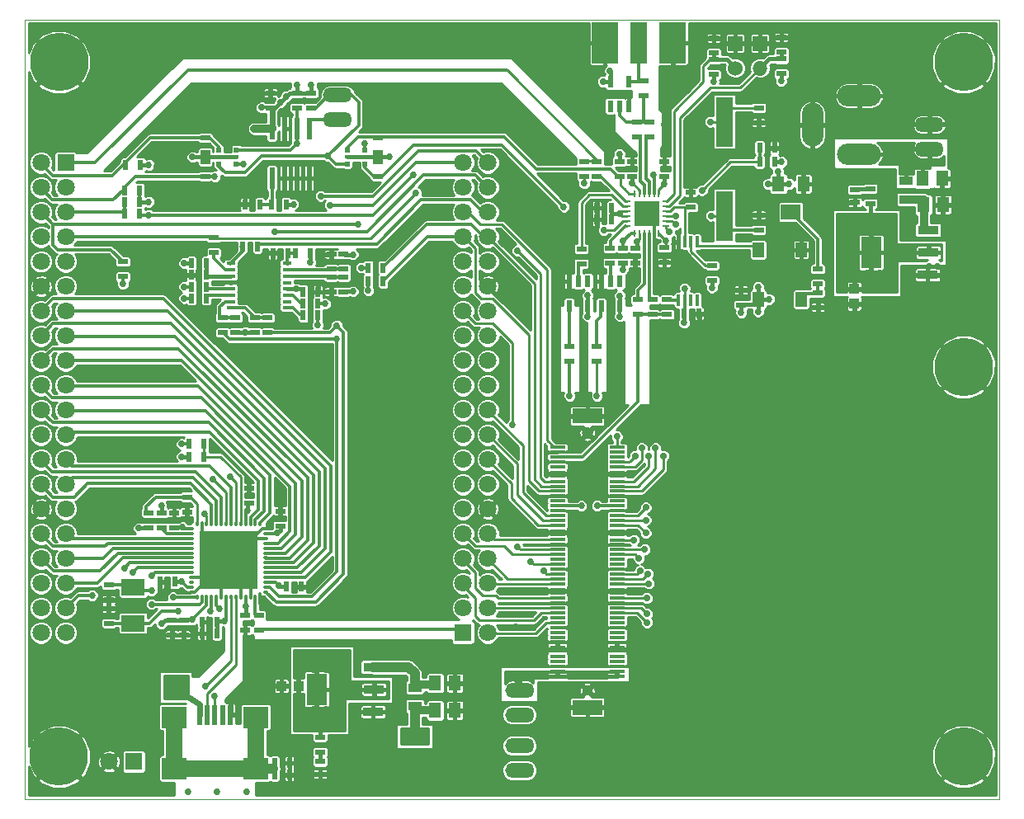
<source format=gtl>
G04 (created by PCBNEW-RS274X (2012-08-04 BZR 3667)-testing) date 10/11/2012 4:33:33 PM*
%MOIN*%
G04 Gerber Fmt 3.4, Leading zero omitted, Abs format*
%FSLAX34Y34*%
G01*
G70*
G90*
G04 APERTURE LIST*
%ADD10C,0.006*%
%ADD11C,0.0039*%
%ADD12R,0.0511X0.0629*%
%ADD13R,0.0413X0.0425*%
%ADD14R,0.0137X0.0472*%
%ADD15R,0.0138X0.0472*%
%ADD16R,0.0236X0.0472*%
%ADD17R,0.0236X0.0866*%
%ADD18R,0.0551X0.0354*%
%ADD19R,0.0394X0.0217*%
%ADD20R,0.0217X0.0394*%
%ADD21R,0.0425X0.0413*%
%ADD22R,0.0196X0.0196*%
%ADD23R,0.0196X0.0157*%
%ADD24R,0.07X0.2*%
%ADD25R,0.0945X0.0669*%
%ADD26R,0.063X0.0118*%
%ADD27R,0.063X0.0276*%
%ADD28C,0.0432*%
%ADD29C,0.0472*%
%ADD30R,0.122X0.063*%
%ADD31R,0.0393X0.0236*%
%ADD32R,0.0196X0.0787*%
%ADD33R,0.0984X0.0866*%
%ADD34R,0.0512X0.063*%
%ADD35R,0.0787X0.063*%
%ADD36R,0.0472X0.0591*%
%ADD37R,0.0846X0.0374*%
%ADD38R,0.0846X0.128*%
%ADD39R,0.0354X0.0137*%
%ADD40O,0.1179X0.06*%
%ADD41R,0.07X0.165*%
%ADD42R,0.105X0.165*%
%ADD43R,0.06X0.06*%
%ADD44O,0.06X0.06*%
%ADD45C,0.06*%
%ADD46O,0.1772X0.086*%
%ADD47O,0.086X0.1772*%
%ADD48C,0.2362*%
%ADD49C,0.0707*%
%ADD50R,0.0707X0.0707*%
%ADD51R,0.2362X0.2362*%
%ADD52O,0.0235X0.0117*%
%ADD53O,0.0117X0.0235*%
%ADD54R,0.1X0.1*%
%ADD55O,0.0315X0.0098*%
%ADD56O,0.0098X0.0315*%
%ADD57C,0.0275*%
%ADD58C,0.0276*%
%ADD59C,0.01*%
%ADD60C,0.012*%
%ADD61C,0.0159*%
%ADD62C,0.0319*%
%ADD63C,0.024*%
%ADD64C,0.016*%
%ADD65C,0.011*%
%ADD66C,0.0394*%
%ADD67C,0.0661*%
%ADD68C,0.07*%
G04 APERTURE END LIST*
G54D10*
G54D11*
X37795Y-22047D02*
X37795Y-53542D01*
X77165Y-22047D02*
X37795Y-22047D01*
X77165Y-53542D02*
X77165Y-22047D01*
X37795Y-53542D02*
X77165Y-53542D01*
G54D12*
X74094Y-29527D03*
X74882Y-29527D03*
X74055Y-28464D03*
X74843Y-28464D03*
X54370Y-48858D03*
X55158Y-48858D03*
X54370Y-49961D03*
X55158Y-49961D03*
G54D13*
X48848Y-48976D03*
X48160Y-48976D03*
G54D14*
X64961Y-31024D03*
G54D15*
X64705Y-31023D03*
X64449Y-31023D03*
X64193Y-31023D03*
G54D14*
X64961Y-33386D03*
G54D15*
X64705Y-33386D03*
X64449Y-33386D03*
X64193Y-33386D03*
G54D16*
X60532Y-32614D03*
X59782Y-32614D03*
X60532Y-33614D03*
X60157Y-32614D03*
X59782Y-33614D03*
X61830Y-32614D03*
X61080Y-32614D03*
X61830Y-33614D03*
X61455Y-32614D03*
X61080Y-33614D03*
X61444Y-25542D03*
X62194Y-25542D03*
X61444Y-24542D03*
X61819Y-25542D03*
X62194Y-24542D03*
G54D17*
X47774Y-28449D03*
X48274Y-28449D03*
X48774Y-28449D03*
X49274Y-28449D03*
X49274Y-26449D03*
X48774Y-26449D03*
X48274Y-26449D03*
X47774Y-26449D03*
G54D18*
X53543Y-49784D03*
X53543Y-49034D03*
X73386Y-28562D03*
X73386Y-29312D03*
G54D19*
X64685Y-29030D03*
X64685Y-29630D03*
X68354Y-23633D03*
X68354Y-24233D03*
G54D20*
X67475Y-27795D03*
X68075Y-27795D03*
G54D19*
X67441Y-26205D03*
X67441Y-25605D03*
X67441Y-29936D03*
X67441Y-30536D03*
X65551Y-31983D03*
X65551Y-32583D03*
G54D20*
X64432Y-33925D03*
X65032Y-33925D03*
G54D19*
X63740Y-33361D03*
X63740Y-33961D03*
X65618Y-23656D03*
X65618Y-24256D03*
X69830Y-32125D03*
X69830Y-32725D03*
X66717Y-33576D03*
X66717Y-32976D03*
X69830Y-33070D03*
X69830Y-33670D03*
X62783Y-25126D03*
X62783Y-24526D03*
X62559Y-33361D03*
X62559Y-33961D03*
X61437Y-31274D03*
X61437Y-31874D03*
X60275Y-31314D03*
X60275Y-31914D03*
X65618Y-22798D03*
X65618Y-23398D03*
X68354Y-22759D03*
X68354Y-23359D03*
G54D20*
X68075Y-27224D03*
X67475Y-27224D03*
G54D19*
X63622Y-31255D03*
X63622Y-31855D03*
X63622Y-28370D03*
X63622Y-27770D03*
G54D20*
X61501Y-30118D03*
X60901Y-30118D03*
G54D19*
X62441Y-31274D03*
X62441Y-31874D03*
G54D20*
X61501Y-29645D03*
X60901Y-29645D03*
G54D19*
X62323Y-28370D03*
X62323Y-27770D03*
X61949Y-31874D03*
X61949Y-31274D03*
X61811Y-27770D03*
X61811Y-28370D03*
X63149Y-33361D03*
X63149Y-33961D03*
G54D21*
X71299Y-32927D03*
X71299Y-33527D03*
G54D19*
X44213Y-46314D03*
X44213Y-46914D03*
X41181Y-45842D03*
X41181Y-46442D03*
X41181Y-45497D03*
X41181Y-44897D03*
X47244Y-46717D03*
X47244Y-46117D03*
X43307Y-41983D03*
X43307Y-42583D03*
X44350Y-41934D03*
X44350Y-41334D03*
X42795Y-41983D03*
X42795Y-42583D03*
G54D20*
X43843Y-44764D03*
X43243Y-44764D03*
G54D19*
X43819Y-42583D03*
X43819Y-41983D03*
X48110Y-42505D03*
X48110Y-41905D03*
X46850Y-41580D03*
X46850Y-40980D03*
G54D20*
X48361Y-44961D03*
X48961Y-44961D03*
G54D19*
X46693Y-46117D03*
X46693Y-46717D03*
G54D20*
X45556Y-46378D03*
X44956Y-46378D03*
X45556Y-46850D03*
X44956Y-46850D03*
G54D19*
X43740Y-46314D03*
X43740Y-46914D03*
X60394Y-28371D03*
X60394Y-27771D03*
X47716Y-25014D03*
X47716Y-25614D03*
X48779Y-25614D03*
X48779Y-25014D03*
X49370Y-25614D03*
X49370Y-25014D03*
G54D20*
X46688Y-29508D03*
X47288Y-29508D03*
X47751Y-29508D03*
X48351Y-29508D03*
X41826Y-28937D03*
X42426Y-28937D03*
X41865Y-27913D03*
X42465Y-27913D03*
X42426Y-29409D03*
X41826Y-29409D03*
X42426Y-29881D03*
X41826Y-29881D03*
G54D19*
X60906Y-28371D03*
X60906Y-27771D03*
X63039Y-26780D03*
X63039Y-26180D03*
X62527Y-26780D03*
X62527Y-26180D03*
G54D20*
X45024Y-39705D03*
X44424Y-39705D03*
X48489Y-52559D03*
X47889Y-52559D03*
X48489Y-52087D03*
X47889Y-52087D03*
G54D19*
X45079Y-27771D03*
X45079Y-28371D03*
X45079Y-27426D03*
X45079Y-26826D03*
X60906Y-35251D03*
X60906Y-35851D03*
X59803Y-35251D03*
X59803Y-35851D03*
X52047Y-27771D03*
X52047Y-28371D03*
X52047Y-27426D03*
X52047Y-26826D03*
G54D22*
X45629Y-27303D03*
G54D23*
X45629Y-27598D03*
G54D22*
X45629Y-27893D03*
X46338Y-27893D03*
G54D23*
X46338Y-27598D03*
G54D22*
X46338Y-27303D03*
X51535Y-27892D03*
G54D23*
X51535Y-27597D03*
G54D22*
X51535Y-27302D03*
X50826Y-27302D03*
G54D23*
X50826Y-27597D03*
G54D22*
X50826Y-27892D03*
G54D19*
X49724Y-51639D03*
X49724Y-51039D03*
X71949Y-28873D03*
X71949Y-29473D03*
G54D20*
X49031Y-33524D03*
X49631Y-33524D03*
X45024Y-39193D03*
X44424Y-39193D03*
X49031Y-33051D03*
X49631Y-33051D03*
X49031Y-33996D03*
X49631Y-33996D03*
X48716Y-31476D03*
X49316Y-31476D03*
G54D19*
X50669Y-32131D03*
X50669Y-31531D03*
X50669Y-32436D03*
X50669Y-33036D03*
G54D20*
X48410Y-31476D03*
X47810Y-31476D03*
G54D19*
X50177Y-32131D03*
X50177Y-31531D03*
X50177Y-32436D03*
X50177Y-33036D03*
G54D20*
X45123Y-32362D03*
X44523Y-32362D03*
X46590Y-31220D03*
X47190Y-31220D03*
G54D19*
X45433Y-31461D03*
X45433Y-30861D03*
G54D20*
X45123Y-32835D03*
X44523Y-32835D03*
X45123Y-33307D03*
X44523Y-33307D03*
G54D19*
X47598Y-34090D03*
X47598Y-34690D03*
X45787Y-34090D03*
X45787Y-34690D03*
X46299Y-34090D03*
X46299Y-34690D03*
X47087Y-34090D03*
X47087Y-34690D03*
G54D20*
X45123Y-31890D03*
X44523Y-31890D03*
G54D19*
X41752Y-32426D03*
X41752Y-31826D03*
G54D20*
X51669Y-32067D03*
X52269Y-32067D03*
X51669Y-32618D03*
X52269Y-32618D03*
G54D24*
X66063Y-26170D03*
X66063Y-29970D03*
G54D25*
X42165Y-46437D03*
X42165Y-44981D03*
G54D26*
X59314Y-39326D03*
X59314Y-39523D03*
X59314Y-39720D03*
X59314Y-39917D03*
X59314Y-40113D03*
G54D27*
X59314Y-40409D03*
G54D26*
X59314Y-40704D03*
X59314Y-40901D03*
X59314Y-41098D03*
X59314Y-41295D03*
X59314Y-41491D03*
X59314Y-41688D03*
X59314Y-41885D03*
X59314Y-42082D03*
X59314Y-42279D03*
X59314Y-42476D03*
G54D27*
X59314Y-42771D03*
G54D26*
X59314Y-43066D03*
X59314Y-43263D03*
X59314Y-43460D03*
X59314Y-43657D03*
X59314Y-43854D03*
X59314Y-44050D03*
X59314Y-44247D03*
X59314Y-44444D03*
X59314Y-44641D03*
X59314Y-44838D03*
G54D27*
X59314Y-45134D03*
G54D26*
X59314Y-45428D03*
X59314Y-45625D03*
X59314Y-45822D03*
X59314Y-46019D03*
X59314Y-46216D03*
X59314Y-46413D03*
X59314Y-46609D03*
X59314Y-46806D03*
X59314Y-47003D03*
X59314Y-47200D03*
G54D27*
X59314Y-47496D03*
G54D26*
X59314Y-47791D03*
X59314Y-47987D03*
X59314Y-48184D03*
X59314Y-48381D03*
X59314Y-48578D03*
X61716Y-48580D03*
X61716Y-48383D03*
X61716Y-48186D03*
X61716Y-47989D03*
X61716Y-47793D03*
G54D27*
X61716Y-47498D03*
G54D26*
X61716Y-47202D03*
X61716Y-47005D03*
X61716Y-46808D03*
X61716Y-46611D03*
X61716Y-46415D03*
X61716Y-46218D03*
X61716Y-46021D03*
X61716Y-45824D03*
X61716Y-45627D03*
X61716Y-45430D03*
G54D27*
X61716Y-45135D03*
G54D26*
X61716Y-44839D03*
X61716Y-44642D03*
X61716Y-44445D03*
X61716Y-44248D03*
X61716Y-44052D03*
X61716Y-43855D03*
X61716Y-43658D03*
X61716Y-43461D03*
X61716Y-43264D03*
X61716Y-43067D03*
G54D27*
X61716Y-42772D03*
G54D26*
X61716Y-42476D03*
X61716Y-42279D03*
X61716Y-42082D03*
X61716Y-41885D03*
X61716Y-41689D03*
X61716Y-41492D03*
X61716Y-41295D03*
X61716Y-41098D03*
X61716Y-40901D03*
X61716Y-40704D03*
G54D27*
X61716Y-40409D03*
G54D26*
X61716Y-40113D03*
X61716Y-39917D03*
X61716Y-39720D03*
X61716Y-39523D03*
X61716Y-39326D03*
G54D28*
X60519Y-49149D03*
G54D29*
X60519Y-38755D03*
G54D30*
X60519Y-49838D03*
X60519Y-38066D03*
G54D31*
X71319Y-28916D03*
X71323Y-29428D03*
X49724Y-52026D03*
X49728Y-52538D03*
G54D32*
X44843Y-50139D03*
X45158Y-50139D03*
X45472Y-50139D03*
X45786Y-50139D03*
X46101Y-50139D03*
G54D33*
X47125Y-52323D03*
X43819Y-52323D03*
X43819Y-50237D03*
X47125Y-50237D03*
G54D34*
X68238Y-28680D03*
X69242Y-28680D03*
G54D35*
X68740Y-29822D03*
G54D36*
X67429Y-33345D03*
X67429Y-31345D03*
X69161Y-31345D03*
X69161Y-33345D03*
G54D37*
X51859Y-50020D03*
X51898Y-49114D03*
X51879Y-48209D03*
G54D38*
X49576Y-49114D03*
G54D37*
X74260Y-32361D03*
X74299Y-31455D03*
X74280Y-30550D03*
G54D38*
X71977Y-31455D03*
G54D39*
X46112Y-31899D03*
X46112Y-32155D03*
X46112Y-32411D03*
X46112Y-32666D03*
X46112Y-32922D03*
X46112Y-33179D03*
X46112Y-33434D03*
X46112Y-33689D03*
X48376Y-33690D03*
X48376Y-33434D03*
X48376Y-33179D03*
X48376Y-32923D03*
X48376Y-32667D03*
X48376Y-32411D03*
X48376Y-32155D03*
X48376Y-31899D03*
G54D40*
X50432Y-25089D03*
X50432Y-26088D03*
X57781Y-50138D03*
X57781Y-49139D03*
X57781Y-52383D03*
X57781Y-51384D03*
X74331Y-26276D03*
X74331Y-27275D03*
G54D41*
X62597Y-22978D03*
G54D42*
X61221Y-22978D03*
X63973Y-22978D03*
G54D43*
X67493Y-23001D03*
G54D44*
X67493Y-24001D03*
G54D43*
X66494Y-23001D03*
G54D45*
X66494Y-24001D03*
G54D46*
X71500Y-25117D03*
G54D47*
X69610Y-26299D03*
G54D46*
X71500Y-27480D03*
G54D48*
X75717Y-23764D03*
X75717Y-36079D03*
G54D49*
X38445Y-27826D03*
X38445Y-28826D03*
X38445Y-29826D03*
X38445Y-30826D03*
X38445Y-31826D03*
X38445Y-32826D03*
X38445Y-33826D03*
X38445Y-34826D03*
X38445Y-35826D03*
X38445Y-36826D03*
X38445Y-37826D03*
X38445Y-38826D03*
X38445Y-39826D03*
X38445Y-40826D03*
X38445Y-41826D03*
X38445Y-42826D03*
X38445Y-43826D03*
X38445Y-44826D03*
X38445Y-45826D03*
X38445Y-46826D03*
X39444Y-28826D03*
X39444Y-29825D03*
X39445Y-30826D03*
X39445Y-31826D03*
X39445Y-32826D03*
X39445Y-33826D03*
X39445Y-34826D03*
X39445Y-35826D03*
X39445Y-36826D03*
X39445Y-38826D03*
X39445Y-37826D03*
X39445Y-39826D03*
X39445Y-40826D03*
X39445Y-41826D03*
X39445Y-42826D03*
X39445Y-43826D03*
X39445Y-44826D03*
X39445Y-45826D03*
X39444Y-46826D03*
G54D50*
X39444Y-27828D03*
G54D49*
X55496Y-27826D03*
X55496Y-28826D03*
X55496Y-29826D03*
X55496Y-30826D03*
X55496Y-31826D03*
X55496Y-32826D03*
X55496Y-33826D03*
X55496Y-34826D03*
X55496Y-35826D03*
X55496Y-36826D03*
X55496Y-37826D03*
X55496Y-38826D03*
X55496Y-39826D03*
X55496Y-40826D03*
X55495Y-41825D03*
X55496Y-42826D03*
X55496Y-43826D03*
X55496Y-44826D03*
X55496Y-45826D03*
G54D50*
X55494Y-46826D03*
G54D49*
X56496Y-27826D03*
X56496Y-28826D03*
X56496Y-29826D03*
X56496Y-30826D03*
X56496Y-31826D03*
X56496Y-32826D03*
X56496Y-34826D03*
X56496Y-33826D03*
X56496Y-36826D03*
X56496Y-35826D03*
X56496Y-37826D03*
X56496Y-39826D03*
X56496Y-38826D03*
X56496Y-46826D03*
X56496Y-45826D03*
X56496Y-44826D03*
X56496Y-43826D03*
X56496Y-41826D03*
X56496Y-40826D03*
X56496Y-42826D03*
X41194Y-52031D03*
G54D50*
X42195Y-52031D03*
G54D51*
X46023Y-43897D03*
G54D52*
X47519Y-43800D03*
X47519Y-43603D03*
X47519Y-43405D03*
X47519Y-43208D03*
X47519Y-43012D03*
X47519Y-42815D03*
X47519Y-42618D03*
X47519Y-45176D03*
X47519Y-44979D03*
X47519Y-44782D03*
X47519Y-44586D03*
X47519Y-44389D03*
X47519Y-44191D03*
X47519Y-43994D03*
G54D53*
X47303Y-42402D03*
X47106Y-42402D03*
X46909Y-42402D03*
X46711Y-42402D03*
X46516Y-42402D03*
X46318Y-42402D03*
X46121Y-42402D03*
X45925Y-42402D03*
X45730Y-42402D03*
X45532Y-42402D03*
X45335Y-42402D03*
X45139Y-42402D03*
X44942Y-42402D03*
X44745Y-42402D03*
G54D52*
X44529Y-42618D03*
X44529Y-42815D03*
X44529Y-43012D03*
X44529Y-43208D03*
X44529Y-43405D03*
X44529Y-43602D03*
X44529Y-43798D03*
X44529Y-43994D03*
X44529Y-44191D03*
X44529Y-44389D03*
X44529Y-44586D03*
X44529Y-44782D03*
X44529Y-44979D03*
X44529Y-45176D03*
G54D53*
X44745Y-45392D03*
X44942Y-45392D03*
X45139Y-45392D03*
X45335Y-45392D03*
X45532Y-45392D03*
X45729Y-45392D03*
X45925Y-45392D03*
X46121Y-45392D03*
X46318Y-45392D03*
X46516Y-45392D03*
X46713Y-45392D03*
X46909Y-45392D03*
X47106Y-45392D03*
X47303Y-45392D03*
G54D48*
X75717Y-51827D03*
X39173Y-51831D03*
X39177Y-23760D03*
G54D54*
X62912Y-29880D03*
G54D55*
X63699Y-30372D03*
X63699Y-30175D03*
X63699Y-29978D03*
X63699Y-29782D03*
X63699Y-29585D03*
X63699Y-29388D03*
G54D56*
X63404Y-29093D03*
X63207Y-29093D03*
X63010Y-29093D03*
X62814Y-29093D03*
X62617Y-29093D03*
X62420Y-29093D03*
G54D55*
X62125Y-29388D03*
X62125Y-29585D03*
X62125Y-29782D03*
X62125Y-29978D03*
X62125Y-30175D03*
X62125Y-30372D03*
G54D56*
X62420Y-30667D03*
X62617Y-30667D03*
X62814Y-30667D03*
X63010Y-30667D03*
X63207Y-30667D03*
X63404Y-30667D03*
G54D57*
X46693Y-34685D03*
X48642Y-29508D03*
X47441Y-26456D03*
X49370Y-24684D03*
X44232Y-31890D03*
X44134Y-39705D03*
X49311Y-31850D03*
X51043Y-31535D03*
X48760Y-32933D03*
X51043Y-33031D03*
X46791Y-41870D03*
X44173Y-42559D03*
X49449Y-47756D03*
X49961Y-49921D03*
X48937Y-48307D03*
X48937Y-49409D03*
X48937Y-49921D03*
X49449Y-49921D03*
X48937Y-50472D03*
X49961Y-50472D03*
X49449Y-50472D03*
X50472Y-50472D03*
X50276Y-49409D03*
X50276Y-48858D03*
X50472Y-49921D03*
X49961Y-47756D03*
X48937Y-47756D03*
X50472Y-47756D03*
X50472Y-48307D03*
X49449Y-48307D03*
X49961Y-48307D03*
X48071Y-44921D03*
X50709Y-49134D03*
X51181Y-49134D03*
X43307Y-46457D03*
X46713Y-45748D03*
X42402Y-42598D03*
X43307Y-41693D03*
X47362Y-25591D03*
X47992Y-42795D03*
X45866Y-46339D03*
X44134Y-44764D03*
X44567Y-46299D03*
X47067Y-26456D03*
X48111Y-25393D03*
X48347Y-25157D03*
X48780Y-24684D03*
X61831Y-34035D03*
X52520Y-27598D03*
X70787Y-32283D03*
X70787Y-32834D03*
X72834Y-32834D03*
X72323Y-32834D03*
X71811Y-32834D03*
X71299Y-31181D03*
X71299Y-31732D03*
X71299Y-32283D03*
X71811Y-32283D03*
X72323Y-32283D03*
X72834Y-32283D03*
X72638Y-31732D03*
X70787Y-31732D03*
X70787Y-31181D03*
X72834Y-30078D03*
X73110Y-31456D03*
X73583Y-31456D03*
X72638Y-31181D03*
X72834Y-30630D03*
X72323Y-30630D03*
X71811Y-30630D03*
X71299Y-30630D03*
X70787Y-30630D03*
X70787Y-30078D03*
X71299Y-30078D03*
X71811Y-30078D03*
X72323Y-30078D03*
X65551Y-32874D03*
X64449Y-32913D03*
X66732Y-33878D03*
X64429Y-34291D03*
X61142Y-24547D03*
X61437Y-24114D03*
X61811Y-27480D03*
X62323Y-28661D03*
X61815Y-29874D03*
X62539Y-31004D03*
X61949Y-32145D03*
X61831Y-33208D03*
X60531Y-34035D03*
X63622Y-28681D03*
X63705Y-30976D03*
X60531Y-33189D03*
X68661Y-28681D03*
X67421Y-33838D03*
X67815Y-28681D03*
X68228Y-28169D03*
X68366Y-27795D03*
X65610Y-24547D03*
X68346Y-24527D03*
X67421Y-32854D03*
X67854Y-33346D03*
X61969Y-30984D03*
X59567Y-29606D03*
X45472Y-28386D03*
X46614Y-27874D03*
X44567Y-27598D03*
X42795Y-27913D03*
X42795Y-29409D03*
X45472Y-49370D03*
X45079Y-48976D03*
X50394Y-34409D03*
X48780Y-27047D03*
X51535Y-27047D03*
X50039Y-27559D03*
X50394Y-34961D03*
X63189Y-28307D03*
X53504Y-28307D03*
X49626Y-34390D03*
X42795Y-29941D03*
X44134Y-39193D03*
X38071Y-48819D03*
X39016Y-47638D03*
X38071Y-47638D03*
X38071Y-50000D03*
X43209Y-51260D03*
X42028Y-51260D03*
X40846Y-51260D03*
X39961Y-49606D03*
X40748Y-49606D03*
X40748Y-48819D03*
X39961Y-48819D03*
X39961Y-47638D03*
X41142Y-47638D03*
X42323Y-47638D03*
X43307Y-47638D03*
X43346Y-46929D03*
X45157Y-48071D03*
X45591Y-47638D03*
X44488Y-47638D03*
X44606Y-46929D03*
X69724Y-28701D03*
X49626Y-32677D03*
X67441Y-28346D03*
X44232Y-32362D03*
X44350Y-42224D03*
X46732Y-47520D03*
X46732Y-47992D03*
X46732Y-48465D03*
X46575Y-48976D03*
X46181Y-49370D03*
X46732Y-47047D03*
X43819Y-41693D03*
X67441Y-29646D03*
X60630Y-30118D03*
X60630Y-29646D03*
X65335Y-33917D03*
X67441Y-26496D03*
X69252Y-28150D03*
X40748Y-42323D03*
X41535Y-42323D03*
X38957Y-42323D03*
X40354Y-31890D03*
X40354Y-32677D03*
X38957Y-32323D03*
X38071Y-25079D03*
X38071Y-26063D03*
X58780Y-26693D03*
X59567Y-27480D03*
X60020Y-29252D03*
X59390Y-28622D03*
X72638Y-28209D03*
X72638Y-28996D03*
X71457Y-28209D03*
X70236Y-27795D03*
X70236Y-28976D03*
X38071Y-40315D03*
X38071Y-39331D03*
X38071Y-38346D03*
X38071Y-37323D03*
X38071Y-36339D03*
X38071Y-35315D03*
X38071Y-34331D03*
X38071Y-33307D03*
X38071Y-32323D03*
X38071Y-41339D03*
X38071Y-28346D03*
X38071Y-29331D03*
X38071Y-30315D03*
X38071Y-31339D03*
X41516Y-25906D03*
X42343Y-25079D03*
X39961Y-27047D03*
X39016Y-27047D03*
X38071Y-27047D03*
X40669Y-26772D03*
X38071Y-44331D03*
X38071Y-43346D03*
X38071Y-42323D03*
X38071Y-46339D03*
X38071Y-45315D03*
X58681Y-41398D03*
X58071Y-46083D03*
X57638Y-46594D03*
X57106Y-46083D03*
X57106Y-45138D03*
X58071Y-45138D03*
X59331Y-38307D03*
X59331Y-37756D03*
X59331Y-37244D03*
X62106Y-38366D03*
X61181Y-39429D03*
X61181Y-39901D03*
X61181Y-40393D03*
X62106Y-38917D03*
X59921Y-42756D03*
X59921Y-43110D03*
X61102Y-42756D03*
X60512Y-42756D03*
X60512Y-43110D03*
X61102Y-43110D03*
X60512Y-44212D03*
X59921Y-44212D03*
X61102Y-44212D03*
X62323Y-47598D03*
X62323Y-47165D03*
X62697Y-30098D03*
X63130Y-30099D03*
X63130Y-29665D03*
X62697Y-29665D03*
X63287Y-31004D03*
X62323Y-48071D03*
X62244Y-42756D03*
X62264Y-40413D03*
X61378Y-37716D03*
X61378Y-38149D03*
X60354Y-37244D03*
X59331Y-38819D03*
X60590Y-41378D03*
X61181Y-40886D03*
X61181Y-41378D03*
X60590Y-39901D03*
X60590Y-40393D03*
X59941Y-40177D03*
X59941Y-39429D03*
X60590Y-40886D03*
X69173Y-31850D03*
X69173Y-30827D03*
X70236Y-31339D03*
X69803Y-33976D03*
X70236Y-33661D03*
X70236Y-32913D03*
X70236Y-30157D03*
X76870Y-27854D03*
X76870Y-26673D03*
X76870Y-29035D03*
X76870Y-33760D03*
X76870Y-30216D03*
X76870Y-31397D03*
X76870Y-32578D03*
X74862Y-28996D03*
X76870Y-25492D03*
X60866Y-31574D03*
X71299Y-33976D03*
X72520Y-33465D03*
X74331Y-32008D03*
X61063Y-33031D03*
X59921Y-33071D03*
X60394Y-34488D03*
X61417Y-34842D03*
X70079Y-34724D03*
X65354Y-34724D03*
X66535Y-34724D03*
X67716Y-34724D03*
X68897Y-34724D03*
X69291Y-36220D03*
X68504Y-36220D03*
X71260Y-34724D03*
X70866Y-35630D03*
X70079Y-36417D03*
X69291Y-35433D03*
X68504Y-35433D03*
X59921Y-45315D03*
X59921Y-44921D03*
X60512Y-44921D03*
X61102Y-44921D03*
X61102Y-45315D03*
X60512Y-45315D03*
X60512Y-46338D03*
X62244Y-46338D03*
X61083Y-46338D03*
X61083Y-47165D03*
X60512Y-47165D03*
X63583Y-47145D03*
X63583Y-48228D03*
X62205Y-49606D03*
X63189Y-49606D03*
X65157Y-50984D03*
X65945Y-50197D03*
X66732Y-49409D03*
X64370Y-51772D03*
X63386Y-51969D03*
X58661Y-51969D03*
X59843Y-51969D03*
X61024Y-51969D03*
X62205Y-51969D03*
X73622Y-32362D03*
X59921Y-46338D03*
X58760Y-49055D03*
X58760Y-49626D03*
X67520Y-48622D03*
X67323Y-51181D03*
X68307Y-47835D03*
X70079Y-51181D03*
X67323Y-51969D03*
X68110Y-51969D03*
X68110Y-51181D03*
X66929Y-37008D03*
X63583Y-45866D03*
X64960Y-36220D03*
X66142Y-37008D03*
X63583Y-44685D03*
X70866Y-51181D03*
X61890Y-34842D03*
X64960Y-35433D03*
X63583Y-43504D03*
X68504Y-37992D03*
X67716Y-38779D03*
X69291Y-37204D03*
X66929Y-37795D03*
X66142Y-37795D03*
X66142Y-40551D03*
X66929Y-39567D03*
X65354Y-41732D03*
X65354Y-42519D03*
X66142Y-41929D03*
X66142Y-43110D03*
X66142Y-44291D03*
X66142Y-45472D03*
X66142Y-46653D03*
X65354Y-45669D03*
X65354Y-46456D03*
X64567Y-46456D03*
X65453Y-47342D03*
X63878Y-48917D03*
X64665Y-48130D03*
X68504Y-46654D03*
X68504Y-42815D03*
X68504Y-44193D03*
X68504Y-45374D03*
X64567Y-41732D03*
X68504Y-41535D03*
X64567Y-42519D03*
X64567Y-45669D03*
X69291Y-40748D03*
X74016Y-36024D03*
X73228Y-36811D03*
X72441Y-37598D03*
X63583Y-42323D03*
X62283Y-44094D03*
X71654Y-38386D03*
X74803Y-38583D03*
X75591Y-38583D03*
X75591Y-39370D03*
X75591Y-40945D03*
X75591Y-41732D03*
X74803Y-41732D03*
X74803Y-40945D03*
X74803Y-39370D03*
X73228Y-39370D03*
X73228Y-40157D03*
X72441Y-40157D03*
X72441Y-39370D03*
X70866Y-39173D03*
X70079Y-39961D03*
X70079Y-40945D03*
X70079Y-41732D03*
X76772Y-38091D03*
X76772Y-39272D03*
X76772Y-40453D03*
X76772Y-41634D03*
X76772Y-42815D03*
X76772Y-43996D03*
X76772Y-45177D03*
X76772Y-46358D03*
X76772Y-47539D03*
X76772Y-48720D03*
X76772Y-49902D03*
X70866Y-41732D03*
X72441Y-42520D03*
X73228Y-42520D03*
X73228Y-43307D03*
X72441Y-43307D03*
X70866Y-44094D03*
X70079Y-44094D03*
X70079Y-44882D03*
X70866Y-44882D03*
X74803Y-44882D03*
X75591Y-44882D03*
X73228Y-45669D03*
X72441Y-45669D03*
X74803Y-44094D03*
X75591Y-44094D03*
X70079Y-47244D03*
X70866Y-47244D03*
X74803Y-49606D03*
X75591Y-49606D03*
X75591Y-48819D03*
X74803Y-48819D03*
X74803Y-48031D03*
X75591Y-48031D03*
X75591Y-47244D03*
X74803Y-47244D03*
X73228Y-46457D03*
X72441Y-46457D03*
X72441Y-49606D03*
X73228Y-49606D03*
X73228Y-48819D03*
X72441Y-48819D03*
X70866Y-48031D03*
X70079Y-48031D03*
X72441Y-51969D03*
X72441Y-51181D03*
X73228Y-51181D03*
X73228Y-51969D03*
X70079Y-50394D03*
X70866Y-50394D03*
X64173Y-34724D03*
X64173Y-37795D03*
X64173Y-38976D03*
X64173Y-40157D03*
X64173Y-36220D03*
X63779Y-36614D03*
X63583Y-41141D03*
X62323Y-41417D03*
X62323Y-41732D03*
X64173Y-35433D03*
X63150Y-34724D03*
X63150Y-35827D03*
X70866Y-40945D03*
X74646Y-32008D03*
X60512Y-48071D03*
X61102Y-48071D03*
X61102Y-47598D03*
X60512Y-47598D03*
X59921Y-47598D03*
X59921Y-48071D03*
X59921Y-47165D03*
X53858Y-29843D03*
X52992Y-30709D03*
X52126Y-31575D03*
X51535Y-31575D03*
X54724Y-31890D03*
X54724Y-28819D03*
X54724Y-29843D03*
X53150Y-32283D03*
X53937Y-32283D03*
X53150Y-33071D03*
X53937Y-33071D03*
X57303Y-42461D03*
X57323Y-33484D03*
X57343Y-31004D03*
X57972Y-32795D03*
X57323Y-32146D03*
X41535Y-39764D03*
X41535Y-39055D03*
X41417Y-36339D03*
X42283Y-36339D03*
X43110Y-36339D03*
X44173Y-36339D03*
X65453Y-22441D03*
X66634Y-22441D03*
X67815Y-22441D03*
X51594Y-26417D03*
X52697Y-26417D03*
X53287Y-25906D03*
X58012Y-25906D03*
X54469Y-25906D03*
X55650Y-25906D03*
X56831Y-25906D03*
X53937Y-47244D03*
X52756Y-47244D03*
X51575Y-47244D03*
X50394Y-47244D03*
X49213Y-47244D03*
X55748Y-50669D03*
X56693Y-50591D03*
X56693Y-49606D03*
X56693Y-48622D03*
X57480Y-47598D03*
X55138Y-47598D03*
X56280Y-47598D03*
X52165Y-37008D03*
X52953Y-37795D03*
X52165Y-37795D03*
X52953Y-37008D03*
X52165Y-39370D03*
X53346Y-35433D03*
X53346Y-34646D03*
X52559Y-34646D03*
X52559Y-35433D03*
X53937Y-37795D03*
X53937Y-42520D03*
X53937Y-41339D03*
X53937Y-40157D03*
X53937Y-38976D03*
X53937Y-36614D03*
X54724Y-35433D03*
X54724Y-34252D03*
X54724Y-33071D03*
X40748Y-41535D03*
X41535Y-41535D03*
X47697Y-24724D03*
X49626Y-28445D03*
X51240Y-28445D03*
X44291Y-31299D03*
X46201Y-31299D03*
X70945Y-29429D03*
X50295Y-51634D03*
X51476Y-51634D03*
X50374Y-45157D03*
X51024Y-44094D03*
X49606Y-44606D03*
X49961Y-44252D03*
X48110Y-41024D03*
X49488Y-38976D03*
X45669Y-35157D03*
X46457Y-35945D03*
X47244Y-36732D03*
X48031Y-37520D03*
X48819Y-38307D03*
X43110Y-32874D03*
X44843Y-34331D03*
X44213Y-33701D03*
X41929Y-31299D03*
X43110Y-31299D03*
X46614Y-25551D03*
X46614Y-26339D03*
X46614Y-24764D03*
X45827Y-24763D03*
X45039Y-24763D03*
X44291Y-27992D03*
X43110Y-27205D03*
X44291Y-27205D03*
X46654Y-29055D03*
X44291Y-29055D03*
X45472Y-29055D03*
X43110Y-29055D03*
X43110Y-27992D03*
X47185Y-28228D03*
X51280Y-23425D03*
X48917Y-23425D03*
X47736Y-23425D03*
X50098Y-23425D03*
X52461Y-23425D03*
X45965Y-22441D03*
X44783Y-22441D03*
X43602Y-22441D03*
X42421Y-22441D03*
X41240Y-22441D03*
X40079Y-22441D03*
X48327Y-22441D03*
X47146Y-22441D03*
X51280Y-24764D03*
X49508Y-22441D03*
X59232Y-25118D03*
X56969Y-24764D03*
X58445Y-24331D03*
X59547Y-24409D03*
X52461Y-24764D03*
X53642Y-24764D03*
X54823Y-24764D03*
X56004Y-24764D03*
X62165Y-25039D03*
X61811Y-25039D03*
X55413Y-22441D03*
X56594Y-22441D03*
X57776Y-22441D03*
X58957Y-22441D03*
X54232Y-22441D03*
X53051Y-22441D03*
X60394Y-23622D03*
X60394Y-23228D03*
X60394Y-22835D03*
X60394Y-22441D03*
X60177Y-25157D03*
X60020Y-25906D03*
X62323Y-27480D03*
X61594Y-26772D03*
X60807Y-26772D03*
X60846Y-25906D03*
X54823Y-23425D03*
X56004Y-23425D03*
X57185Y-23425D03*
X58366Y-23622D03*
X59547Y-23622D03*
X53642Y-23425D03*
X50689Y-22441D03*
X51870Y-22441D03*
X48780Y-29055D03*
X48760Y-27835D03*
X49272Y-29055D03*
X73819Y-22441D03*
X72539Y-22441D03*
X71358Y-22441D03*
X70177Y-22441D03*
X68996Y-23622D03*
X68996Y-22441D03*
X68346Y-26260D03*
X68346Y-27244D03*
X68346Y-25276D03*
X75492Y-26082D03*
X74862Y-30059D03*
X66713Y-32697D03*
X66201Y-31870D03*
X62441Y-32185D03*
X62244Y-32756D03*
X63661Y-32165D03*
X63661Y-32756D03*
X47815Y-31850D03*
X49803Y-31535D03*
X46831Y-40689D03*
X48110Y-41614D03*
X45197Y-43622D03*
X45748Y-43071D03*
X45197Y-43071D03*
X46299Y-43622D03*
X46841Y-43622D03*
X46850Y-43071D03*
X46299Y-43071D03*
X45748Y-43622D03*
X45748Y-44173D03*
X46299Y-44724D03*
X45197Y-44173D03*
X45197Y-44724D03*
X45748Y-44724D03*
X46850Y-44173D03*
X46850Y-44724D03*
X46309Y-44173D03*
X40846Y-53248D03*
X42028Y-53248D03*
X43209Y-53248D03*
X44390Y-53248D03*
X45571Y-53248D03*
X46752Y-53248D03*
X47933Y-53248D03*
X48268Y-25827D03*
X47441Y-45787D03*
X49252Y-44961D03*
X43701Y-26378D03*
X44685Y-26378D03*
X45669Y-26378D03*
X46260Y-26969D03*
X47047Y-26969D03*
X64803Y-22402D03*
X64803Y-22795D03*
X64803Y-23228D03*
X64803Y-23622D03*
X64213Y-24528D03*
X63622Y-24134D03*
X63622Y-26299D03*
X63622Y-25118D03*
X63622Y-27480D03*
X64685Y-26339D03*
X64685Y-27520D03*
X64685Y-28701D03*
X43130Y-24291D03*
X46555Y-23425D03*
X45413Y-23425D03*
X44154Y-23425D03*
X48268Y-29055D03*
X43464Y-25866D03*
X44252Y-25078D03*
X48031Y-46063D03*
X49213Y-46063D03*
X50394Y-46063D03*
X51575Y-46063D03*
X55669Y-49961D03*
X55669Y-48858D03*
X48031Y-47244D03*
X47244Y-47244D03*
X55020Y-51634D03*
X53839Y-51634D03*
X52657Y-51634D03*
X56201Y-51634D03*
X49114Y-51634D03*
X49114Y-53248D03*
X50295Y-53248D03*
X51476Y-53248D03*
X52657Y-53248D03*
X53839Y-53248D03*
X55020Y-53248D03*
X56201Y-53248D03*
X57382Y-53248D03*
X73917Y-53248D03*
X72736Y-53248D03*
X71555Y-53248D03*
X70374Y-53248D03*
X69193Y-53248D03*
X68012Y-53248D03*
X66831Y-53248D03*
X65650Y-53248D03*
X64469Y-53248D03*
X63287Y-53248D03*
X62106Y-53248D03*
X60925Y-53248D03*
X59744Y-53248D03*
X58563Y-53248D03*
X48268Y-27047D03*
X48268Y-27835D03*
X64173Y-31496D03*
X58701Y-47165D03*
X58701Y-48031D03*
X58701Y-47598D03*
X51024Y-40551D03*
X51024Y-41732D03*
X51024Y-42913D03*
X50000Y-37008D03*
X50000Y-35394D03*
X48819Y-35394D03*
X50079Y-39567D03*
X50000Y-38189D03*
X46457Y-35394D03*
X47638Y-35394D03*
X51024Y-39370D03*
X51024Y-38189D03*
X51024Y-37008D03*
X51024Y-34252D03*
X51024Y-33563D03*
X52165Y-40157D03*
X52953Y-40157D03*
X52953Y-39370D03*
X52165Y-41732D03*
X52953Y-41732D03*
X52953Y-42520D03*
X52165Y-42520D03*
X52165Y-44094D03*
X52953Y-44094D03*
X52953Y-44882D03*
X52165Y-44882D03*
X53937Y-44882D03*
X53937Y-43701D03*
X53937Y-46063D03*
X52756Y-46063D03*
X46614Y-32677D03*
X68996Y-24803D03*
X51260Y-30315D03*
X57697Y-31378D03*
G54D58*
X65157Y-28937D03*
X64075Y-29980D03*
X65516Y-29972D03*
X63823Y-30622D03*
G54D57*
X60394Y-28661D03*
X61181Y-30551D03*
G54D58*
X65476Y-26173D03*
X64075Y-30315D03*
G54D57*
X44094Y-48819D03*
X43701Y-49213D03*
X43701Y-48819D03*
X44094Y-49213D03*
X53189Y-50984D03*
X53543Y-50984D03*
X53898Y-50984D03*
X51673Y-32992D03*
X46083Y-40512D03*
X51378Y-32067D03*
X45394Y-40630D03*
X45669Y-45866D03*
X42913Y-45118D03*
X41752Y-32717D03*
X45059Y-42008D03*
X45276Y-45945D03*
X43976Y-45945D03*
X58720Y-48504D03*
X58268Y-48504D03*
X57815Y-48504D03*
X57362Y-48504D03*
X61102Y-48504D03*
X59921Y-48504D03*
X60512Y-48504D03*
G54D58*
X63586Y-39677D03*
G54D57*
X53602Y-29055D03*
X59803Y-37244D03*
X60276Y-41693D03*
G54D58*
X62602Y-43811D03*
X62878Y-41763D03*
G54D57*
X57697Y-43346D03*
G54D58*
X62838Y-43456D03*
X62401Y-43067D03*
X62878Y-42787D03*
X62878Y-42275D03*
G54D57*
X61716Y-38889D03*
X58228Y-43937D03*
G54D58*
X62720Y-39362D03*
G54D57*
X50118Y-29547D03*
X49921Y-33524D03*
X47894Y-30610D03*
X44232Y-32835D03*
G54D58*
X62996Y-39677D03*
G54D57*
X44232Y-33307D03*
X49744Y-29173D03*
G54D58*
X63271Y-39362D03*
X62445Y-39677D03*
G54D57*
X60906Y-37244D03*
G54D58*
X60909Y-41685D03*
X62917Y-46409D03*
G54D57*
X57500Y-38406D03*
G54D58*
X58744Y-44322D03*
X62642Y-44322D03*
X62917Y-46055D03*
X62917Y-45425D03*
X62996Y-44834D03*
X62956Y-44440D03*
G54D57*
X41811Y-44213D03*
X40512Y-45315D03*
X42165Y-44370D03*
X42913Y-44528D03*
X43780Y-45394D03*
X42913Y-45669D03*
G54D59*
X48819Y-48976D02*
X48804Y-48976D01*
X48819Y-49016D02*
X48819Y-48976D01*
X48937Y-49134D02*
X48819Y-49016D01*
G54D60*
X43858Y-44724D02*
X43843Y-44764D01*
G54D61*
X49724Y-51039D02*
X49724Y-50747D01*
X49724Y-50747D02*
X49449Y-50472D01*
X48346Y-29508D02*
X48642Y-29508D01*
X48346Y-29508D02*
X48351Y-29508D01*
X49370Y-24684D02*
X49370Y-25014D01*
X44523Y-31890D02*
X44232Y-31890D01*
X44134Y-39705D02*
X44424Y-39705D01*
X49316Y-31540D02*
X49311Y-31545D01*
X49311Y-31545D02*
X49311Y-31850D01*
X49316Y-31476D02*
X49316Y-31540D01*
X50724Y-31531D02*
X50728Y-31535D01*
X50728Y-31535D02*
X51043Y-31535D01*
X50724Y-31531D02*
X50669Y-31531D01*
X50694Y-33036D02*
X50699Y-33031D01*
X50699Y-33031D02*
X51043Y-33031D01*
X50669Y-33036D02*
X50694Y-33036D01*
X46693Y-34685D02*
X47047Y-34685D01*
X47047Y-34685D02*
X47087Y-34685D01*
X47087Y-34685D02*
X47087Y-34690D01*
X46314Y-34690D02*
X46319Y-34685D01*
X46299Y-34690D02*
X46314Y-34690D01*
X46319Y-34685D02*
X46693Y-34685D01*
G54D60*
X46711Y-42403D02*
X46711Y-41950D01*
X46711Y-41950D02*
X46791Y-41870D01*
G54D61*
X46791Y-41575D02*
X46850Y-41575D01*
X46850Y-41575D02*
X46850Y-41580D01*
X46791Y-41870D02*
X46791Y-41575D01*
G54D60*
X44529Y-42619D02*
X44233Y-42619D01*
X44233Y-42619D02*
X44173Y-42559D01*
G54D61*
X44173Y-42559D02*
X43858Y-42559D01*
X43819Y-42598D02*
X43819Y-42583D01*
X43858Y-42559D02*
X43819Y-42598D01*
X48760Y-32933D02*
X48996Y-32933D01*
X48750Y-32923D02*
X48760Y-32933D01*
X48376Y-32923D02*
X48750Y-32923D01*
X49035Y-33051D02*
X49031Y-33051D01*
X49035Y-32972D02*
X49035Y-33051D01*
X48996Y-32933D02*
X49035Y-32972D01*
G54D59*
X49449Y-48307D02*
X49449Y-47756D01*
X49961Y-49921D02*
X50472Y-49921D01*
X49449Y-48307D02*
X48937Y-48307D01*
X48937Y-49921D02*
X49449Y-49921D01*
X48937Y-49409D02*
X48937Y-49921D01*
X49961Y-50472D02*
X49449Y-50472D01*
X50472Y-49921D02*
X50472Y-50472D01*
X50276Y-49409D02*
X50276Y-48858D01*
X49449Y-47756D02*
X48937Y-47756D01*
X50472Y-47756D02*
X49961Y-47756D01*
X50709Y-48544D02*
X50709Y-49134D01*
X50472Y-47756D02*
X50472Y-48307D01*
X50709Y-48544D02*
X50472Y-48307D01*
X49961Y-48307D02*
X49961Y-47756D01*
G54D60*
X47519Y-44783D02*
X47933Y-44783D01*
X47933Y-44783D02*
X48071Y-44921D01*
X48111Y-44961D02*
X48071Y-44921D01*
G54D61*
X48111Y-44961D02*
X48361Y-44961D01*
G54D59*
X49576Y-49134D02*
X50709Y-49134D01*
X51898Y-49134D02*
X51181Y-49134D01*
G54D61*
X43450Y-46314D02*
X43307Y-46457D01*
X43450Y-46314D02*
X43740Y-46314D01*
X45556Y-46378D02*
X45556Y-46845D01*
G54D60*
X45551Y-46850D02*
X45556Y-46850D01*
X45556Y-46845D02*
X45551Y-46850D01*
G54D61*
X44213Y-46314D02*
X43755Y-46314D01*
G54D60*
X43755Y-46314D02*
X43740Y-46299D01*
X43740Y-46299D02*
X43740Y-46314D01*
G54D61*
X46713Y-45748D02*
X46713Y-46122D01*
G54D60*
X46713Y-46122D02*
X46693Y-46142D01*
X46693Y-46142D02*
X46693Y-46117D01*
X46713Y-45393D02*
X46713Y-45748D01*
X46713Y-45748D02*
X46713Y-45768D01*
X46693Y-46142D02*
X46693Y-46117D01*
X46713Y-46122D02*
X46693Y-46142D01*
X42771Y-42583D02*
X42756Y-42598D01*
X42771Y-42583D02*
X42795Y-42583D01*
G54D61*
X42756Y-42598D02*
X42402Y-42598D01*
X43307Y-41693D02*
X43307Y-41983D01*
G54D60*
X47842Y-25661D02*
X47772Y-25591D01*
X47362Y-25591D02*
X47772Y-25591D01*
X47842Y-25661D02*
X47716Y-25614D01*
X47519Y-42816D02*
X47971Y-42816D01*
X47971Y-42816D02*
X47992Y-42795D01*
G54D61*
X48110Y-42677D02*
X47992Y-42795D01*
X48110Y-42677D02*
X48110Y-42505D01*
G54D60*
X44529Y-44980D02*
X44350Y-44980D01*
X44350Y-44980D02*
X44134Y-44764D01*
X45925Y-45393D02*
X45925Y-46280D01*
X45925Y-46280D02*
X45866Y-46339D01*
X45556Y-46373D02*
X45590Y-46339D01*
G54D61*
X45590Y-46339D02*
X45866Y-46339D01*
G54D60*
X45556Y-46378D02*
X45556Y-46373D01*
X45139Y-45393D02*
X45139Y-45727D01*
X45139Y-45727D02*
X44567Y-46299D01*
X44311Y-46299D02*
X44291Y-46299D01*
G54D61*
X44567Y-46299D02*
X44311Y-46299D01*
G54D60*
X44291Y-46299D02*
X44213Y-46314D01*
G54D61*
X44134Y-44764D02*
X43858Y-44764D01*
G54D60*
X44134Y-44764D02*
X44134Y-44764D01*
G54D61*
X48110Y-25393D02*
X47842Y-25661D01*
G54D62*
X47441Y-26456D02*
X47756Y-26456D01*
X47785Y-26427D02*
X47785Y-26448D01*
X47756Y-26456D02*
X47785Y-26427D01*
G54D63*
X47785Y-25683D02*
X47799Y-25661D01*
X47785Y-26448D02*
X47785Y-25683D01*
G54D62*
X47067Y-26456D02*
X47441Y-26456D01*
G54D61*
X48111Y-25393D02*
X48110Y-25393D01*
X48347Y-25157D02*
X48111Y-25393D01*
X47842Y-25661D02*
X47799Y-25661D01*
X47799Y-25661D02*
X47716Y-25614D01*
X48490Y-25014D02*
X48347Y-25157D01*
X48779Y-25014D02*
X48490Y-25014D01*
X48779Y-25014D02*
X48779Y-24685D01*
G54D64*
X48779Y-25014D02*
X49370Y-25014D01*
G54D61*
X48779Y-24685D02*
X48780Y-24684D01*
X71949Y-29473D02*
X71949Y-29940D01*
X71949Y-29940D02*
X71811Y-30078D01*
G54D60*
X61831Y-34035D02*
X61831Y-33614D01*
G54D61*
X52047Y-27598D02*
X52520Y-27598D01*
G54D60*
X52047Y-27771D02*
X52047Y-27598D01*
G54D61*
X50826Y-27597D02*
X51534Y-27597D01*
G54D60*
X52047Y-27402D02*
X52047Y-27426D01*
X52047Y-27441D02*
X52047Y-27402D01*
X52047Y-27598D02*
X52047Y-27441D01*
G54D61*
X51535Y-27598D02*
X52047Y-27598D01*
G54D60*
X51534Y-27597D02*
X51535Y-27598D01*
G54D59*
X73110Y-31456D02*
X71969Y-31456D01*
X71949Y-31476D02*
X71977Y-31456D01*
X71969Y-31456D02*
X71949Y-31476D01*
X71299Y-32928D02*
X71299Y-32283D01*
X70787Y-32834D02*
X70787Y-32283D01*
X71811Y-32283D02*
X71811Y-32834D01*
X72323Y-32834D02*
X72834Y-32834D01*
X71299Y-32283D02*
X71299Y-31732D01*
X71299Y-31181D02*
X71299Y-30630D01*
X71299Y-32283D02*
X71811Y-32283D01*
X72323Y-32283D02*
X72834Y-32283D01*
X72914Y-31456D02*
X73110Y-31456D01*
X72638Y-31732D02*
X72914Y-31456D01*
X70787Y-31181D02*
X70787Y-31732D01*
X74299Y-31456D02*
X73583Y-31456D01*
X73110Y-31456D02*
X72835Y-31181D01*
X72835Y-31181D02*
X72638Y-31181D01*
X71811Y-30630D02*
X72323Y-30630D01*
X70787Y-30630D02*
X71299Y-30630D01*
X71299Y-30078D02*
X70787Y-30078D01*
X72323Y-30078D02*
X71811Y-30078D01*
G54D61*
X65551Y-32583D02*
X65551Y-32874D01*
X66724Y-33870D02*
X66732Y-33878D01*
X66724Y-33870D02*
X66724Y-33575D01*
G54D64*
X66743Y-33555D02*
X66724Y-33574D01*
X66724Y-33574D02*
X66724Y-33575D01*
X67244Y-33555D02*
X66743Y-33555D01*
G54D61*
X64432Y-33925D02*
X64432Y-34288D01*
X64432Y-34288D02*
X64429Y-34291D01*
G54D60*
X64449Y-33386D02*
X64449Y-33925D01*
X64453Y-33929D02*
X64432Y-33925D01*
X64449Y-33925D02*
X64453Y-33929D01*
G54D61*
X61444Y-24543D02*
X61146Y-24543D01*
X61146Y-24543D02*
X61142Y-24547D01*
X61444Y-24543D02*
X61444Y-24121D01*
X61444Y-24121D02*
X61437Y-24114D01*
G54D59*
X62341Y-28661D02*
X62323Y-28661D01*
X62618Y-30925D02*
X62539Y-31004D01*
G54D61*
X61831Y-33208D02*
X61831Y-33614D01*
G54D59*
X61906Y-29783D02*
X61815Y-29874D01*
X61920Y-29979D02*
X61815Y-29874D01*
G54D64*
X61815Y-29874D02*
X61501Y-29874D01*
G54D59*
X62323Y-28661D02*
X62327Y-28614D01*
G54D61*
X60531Y-34074D02*
X60531Y-34035D01*
G54D59*
X63622Y-28681D02*
X63622Y-28696D01*
X63622Y-28696D02*
X63622Y-28681D01*
X63405Y-28913D02*
X63622Y-28696D01*
X63705Y-30984D02*
X63705Y-30976D01*
G54D61*
X60532Y-33614D02*
X60531Y-34074D01*
X60532Y-33190D02*
X60531Y-33189D01*
X60532Y-33190D02*
X60532Y-33614D01*
X67816Y-28680D02*
X67815Y-28681D01*
X67816Y-28680D02*
X68238Y-28680D01*
X68238Y-28680D02*
X68238Y-28179D01*
X68238Y-28179D02*
X68228Y-28169D01*
X68238Y-28680D02*
X68660Y-28680D01*
X68660Y-28680D02*
X68661Y-28681D01*
X62539Y-31004D02*
X62539Y-31260D01*
X62539Y-31260D02*
X62520Y-31279D01*
X62520Y-31279D02*
X62441Y-31279D01*
X62441Y-31279D02*
X62441Y-31274D01*
G54D59*
X63626Y-31251D02*
X63622Y-31255D01*
X62327Y-28377D02*
X62323Y-28370D01*
G54D64*
X61501Y-30109D02*
X61500Y-30110D01*
G54D61*
X63622Y-28681D02*
X63622Y-28370D01*
G54D64*
X61500Y-30110D02*
X61501Y-30118D01*
G54D59*
X63705Y-30984D02*
X63705Y-31172D01*
G54D61*
X62327Y-28614D02*
X62327Y-28377D01*
G54D64*
X61501Y-29874D02*
X61501Y-30109D01*
G54D59*
X63622Y-31255D02*
X63626Y-31251D01*
X63705Y-31172D02*
X63626Y-31251D01*
G54D64*
X61501Y-29645D02*
X61501Y-29874D01*
G54D61*
X65618Y-24539D02*
X65610Y-24547D01*
X65618Y-24256D02*
X65618Y-24539D01*
X68354Y-24519D02*
X68346Y-24527D01*
X68354Y-24519D02*
X68354Y-24233D01*
X68366Y-27795D02*
X68075Y-27795D01*
X61811Y-27480D02*
X61811Y-27770D01*
X61949Y-31874D02*
X61949Y-32145D01*
G54D59*
X62618Y-29094D02*
X62618Y-28938D01*
X62618Y-28938D02*
X62341Y-28661D01*
X62618Y-30668D02*
X62618Y-30925D01*
X61906Y-29783D02*
X62126Y-29783D01*
X62126Y-29979D02*
X61920Y-29979D01*
X63405Y-29094D02*
X63405Y-28913D01*
X63405Y-30668D02*
X63405Y-30676D01*
X63405Y-30676D02*
X63705Y-30976D01*
G54D61*
X67429Y-33830D02*
X67421Y-33838D01*
X67429Y-32862D02*
X67421Y-32854D01*
G54D59*
X64449Y-32913D02*
X64449Y-33386D01*
G54D61*
X67429Y-32862D02*
X67429Y-33346D01*
X67429Y-33346D02*
X67854Y-33346D01*
X67429Y-33830D02*
X67429Y-33346D01*
G54D64*
X67429Y-33346D02*
X67429Y-33370D01*
X67429Y-33370D02*
X67244Y-33555D01*
G54D59*
X64449Y-29630D02*
X64685Y-29630D01*
X64026Y-29630D02*
X64685Y-29630D01*
X63873Y-29783D02*
X64026Y-29630D01*
X64449Y-31023D02*
X64449Y-29630D01*
X63700Y-29783D02*
X63873Y-29783D01*
X67248Y-31173D02*
X67405Y-31330D01*
X67405Y-31330D02*
X67429Y-31346D01*
X64961Y-31023D02*
X64961Y-31130D01*
X64961Y-31130D02*
X65004Y-31173D01*
X65004Y-31173D02*
X67248Y-31173D01*
G54D60*
X63039Y-26180D02*
X62527Y-26180D01*
X62098Y-26180D02*
X62527Y-26180D01*
X62783Y-26150D02*
X62753Y-26180D01*
X61819Y-25543D02*
X61819Y-25901D01*
X62783Y-25126D02*
X62783Y-26150D01*
X62753Y-26180D02*
X62527Y-26180D01*
X61819Y-25901D02*
X62098Y-26180D01*
X60279Y-31960D02*
X60275Y-31914D01*
X60157Y-32614D02*
X60157Y-31963D01*
X60157Y-31963D02*
X60279Y-31960D01*
X61811Y-28370D02*
X61756Y-28370D01*
X58445Y-28071D02*
X57146Y-26772D01*
X61457Y-28071D02*
X58445Y-28071D01*
X61756Y-28370D02*
X61457Y-28071D01*
G54D59*
X52047Y-26826D02*
X52131Y-26826D01*
G54D60*
X52175Y-26772D02*
X57146Y-26772D01*
G54D59*
X61811Y-28386D02*
X61811Y-28370D01*
G54D60*
X50826Y-27302D02*
X50826Y-27206D01*
X50826Y-27206D02*
X51260Y-26772D01*
X51260Y-26772D02*
X52008Y-26772D01*
X52008Y-26772D02*
X52047Y-26811D01*
G54D59*
X61850Y-28661D02*
X61850Y-28425D01*
X61850Y-28740D02*
X61850Y-28661D01*
X62009Y-28898D02*
X62008Y-28898D01*
X62008Y-28898D02*
X61850Y-28740D01*
X61850Y-28425D02*
X61811Y-28386D01*
X61811Y-28386D02*
X61811Y-28370D01*
X62421Y-29094D02*
X62205Y-29094D01*
X62205Y-29094D02*
X62009Y-28898D01*
X62009Y-28898D02*
X62006Y-28895D01*
G54D60*
X53484Y-27106D02*
X57067Y-27106D01*
X52219Y-28371D02*
X53484Y-27106D01*
X52219Y-28371D02*
X52047Y-28371D01*
X57067Y-27106D02*
X59567Y-29606D01*
X52008Y-28386D02*
X52047Y-28371D01*
X62420Y-30667D02*
X62286Y-30667D01*
X62286Y-30667D02*
X61969Y-30984D01*
X61955Y-31274D02*
X61969Y-31260D01*
X61955Y-31274D02*
X61949Y-31274D01*
X61969Y-31260D02*
X61969Y-30984D01*
X51535Y-27892D02*
X51535Y-28031D01*
X51535Y-28031D02*
X51890Y-28386D01*
X51890Y-28386D02*
X52008Y-28386D01*
X52008Y-28386D02*
X52047Y-28371D01*
X61456Y-31916D02*
X61421Y-31881D01*
X61437Y-31897D02*
X61456Y-31916D01*
X61437Y-31874D02*
X61437Y-31897D01*
X61456Y-32614D02*
X61456Y-31916D01*
X61421Y-31881D02*
X61437Y-31874D01*
X45079Y-26826D02*
X45272Y-26826D01*
X45630Y-27283D02*
X45629Y-27303D01*
X45630Y-27184D02*
X45630Y-27283D01*
X45272Y-26826D02*
X45630Y-27184D01*
X41752Y-27913D02*
X41860Y-27804D01*
X45079Y-26811D02*
X45079Y-26826D01*
X42853Y-26811D02*
X45079Y-26811D01*
X41860Y-27804D02*
X42853Y-26811D01*
X38406Y-27835D02*
X38407Y-27836D01*
X41850Y-27913D02*
X41752Y-27913D01*
X41753Y-27913D02*
X41850Y-27913D01*
X41320Y-28346D02*
X41753Y-27913D01*
X38917Y-28346D02*
X41320Y-28346D01*
X38407Y-27836D02*
X38917Y-28346D01*
X46338Y-27893D02*
X46338Y-27875D01*
X45472Y-28386D02*
X45079Y-28386D01*
X46339Y-27874D02*
X46614Y-27874D01*
X46338Y-27875D02*
X46339Y-27874D01*
X45079Y-28386D02*
X45079Y-28371D01*
X41826Y-28937D02*
X41826Y-28824D01*
X45079Y-28386D02*
X45079Y-28371D01*
X42264Y-28386D02*
X45079Y-28386D01*
X41826Y-28824D02*
X42264Y-28386D01*
X41106Y-29322D02*
X38901Y-29322D01*
X41361Y-29322D02*
X41106Y-29322D01*
X41746Y-28937D02*
X41361Y-29322D01*
X38901Y-29322D02*
X38407Y-28828D01*
X41826Y-28937D02*
X41815Y-28889D01*
X41826Y-28937D02*
X41746Y-28937D01*
X45079Y-27598D02*
X45079Y-27756D01*
X45079Y-27756D02*
X45079Y-27771D01*
G54D61*
X45629Y-27598D02*
X45079Y-27598D01*
X46338Y-27598D02*
X45630Y-27598D01*
G54D60*
X45630Y-27598D02*
X45629Y-27598D01*
G54D61*
X45079Y-27598D02*
X44567Y-27598D01*
G54D60*
X45079Y-27426D02*
X45079Y-27598D01*
G54D61*
X42795Y-27913D02*
X42465Y-27913D01*
X42795Y-29409D02*
X42426Y-29409D01*
G54D60*
X42426Y-28937D02*
X42426Y-29409D01*
G54D65*
X46318Y-45393D02*
X46318Y-48130D01*
G54D60*
X45157Y-50118D02*
X45158Y-50139D01*
G54D65*
X45157Y-49291D02*
X45157Y-50118D01*
X46318Y-48130D02*
X45157Y-49291D01*
X46121Y-45393D02*
X46121Y-47934D01*
X45472Y-49370D02*
X45472Y-50139D01*
X46121Y-47934D02*
X45079Y-48976D01*
G54D60*
X45472Y-50118D02*
X45472Y-50139D01*
X59314Y-39720D02*
X60315Y-39720D01*
X62559Y-37476D02*
X60319Y-39716D01*
X62559Y-37476D02*
X62559Y-33961D01*
X60315Y-39720D02*
X60319Y-39716D01*
X62559Y-33961D02*
X63149Y-33961D01*
X63740Y-33961D02*
X63149Y-33961D01*
X62563Y-33968D02*
X62559Y-33961D01*
X63193Y-33968D02*
X63149Y-33961D01*
X62570Y-33961D02*
X62563Y-33968D01*
X63200Y-33961D02*
X63193Y-33968D01*
X47598Y-34690D02*
X50113Y-34690D01*
X50113Y-34690D02*
X50394Y-34409D01*
X50630Y-44488D02*
X50669Y-44449D01*
X50669Y-44449D02*
X50669Y-34684D01*
X50669Y-34684D02*
X50394Y-34409D01*
X49055Y-45591D02*
X49528Y-45591D01*
X49528Y-45591D02*
X49548Y-45571D01*
X47539Y-45177D02*
X47953Y-45591D01*
X47953Y-45591D02*
X49055Y-45591D01*
X47519Y-45177D02*
X47539Y-45177D01*
X49548Y-45571D02*
X50630Y-44489D01*
X50630Y-44489D02*
X50630Y-44488D01*
X48774Y-26449D02*
X48774Y-25636D01*
X48780Y-25630D02*
X48779Y-25614D01*
X48774Y-25636D02*
X48780Y-25630D01*
X46338Y-27303D02*
X48524Y-27303D01*
X48524Y-27303D02*
X48780Y-27047D01*
X51535Y-27302D02*
X51535Y-27047D01*
X48780Y-26457D02*
X48774Y-26449D01*
X48780Y-27047D02*
X48780Y-26457D01*
X50433Y-25091D02*
X50977Y-25091D01*
X51279Y-26319D02*
X50039Y-27559D01*
X51279Y-25393D02*
X51279Y-26319D01*
X50977Y-25091D02*
X51279Y-25393D01*
X50826Y-27892D02*
X50372Y-27892D01*
X50372Y-27892D02*
X50039Y-27559D01*
X50433Y-25091D02*
X50066Y-25091D01*
X49370Y-25610D02*
X49370Y-25614D01*
X49547Y-25610D02*
X49370Y-25610D01*
X50066Y-25091D02*
X49547Y-25610D01*
X50433Y-25098D02*
X50433Y-25091D01*
X50394Y-34961D02*
X50394Y-44350D01*
X47697Y-44980D02*
X48071Y-45354D01*
X48071Y-45354D02*
X49391Y-45354D01*
X49391Y-45354D02*
X50394Y-44350D01*
X47519Y-44980D02*
X47697Y-44980D01*
X45787Y-34684D02*
X46064Y-34961D01*
X46064Y-34961D02*
X50394Y-34961D01*
X45787Y-34684D02*
X45787Y-34690D01*
X45629Y-27893D02*
X45629Y-27972D01*
X45629Y-27972D02*
X45885Y-28228D01*
X45885Y-28228D02*
X46693Y-28228D01*
X46693Y-28228D02*
X47362Y-27559D01*
X47362Y-27559D02*
X50039Y-27559D01*
X49842Y-27559D02*
X50039Y-27559D01*
X40634Y-27826D02*
X39458Y-27826D01*
X39449Y-27835D02*
X39444Y-27828D01*
X39458Y-27826D02*
X39449Y-27835D01*
G54D59*
X57248Y-24086D02*
X57275Y-24086D01*
G54D60*
X44374Y-24086D02*
X40634Y-27826D01*
X40632Y-27828D02*
X40634Y-27826D01*
X57248Y-24086D02*
X44374Y-24086D01*
G54D59*
X60394Y-27756D02*
X60394Y-27771D01*
X60433Y-27717D02*
X60394Y-27756D01*
X60906Y-27756D02*
X60433Y-27756D01*
X57275Y-24086D02*
X60906Y-27717D01*
G54D60*
X51850Y-29941D02*
X42795Y-29941D01*
X63207Y-28325D02*
X63189Y-28307D01*
X63207Y-29093D02*
X63207Y-28325D01*
X51870Y-29941D02*
X53504Y-28307D01*
X51850Y-29941D02*
X51870Y-29941D01*
X49631Y-33996D02*
X49631Y-34385D01*
X49631Y-34385D02*
X49626Y-34390D01*
X49631Y-33991D02*
X49626Y-33996D01*
X49631Y-33957D02*
X49631Y-33991D01*
X44424Y-39193D02*
X44134Y-39193D01*
X42795Y-29941D02*
X42795Y-29941D01*
X42426Y-29940D02*
X42795Y-29940D01*
X42795Y-29940D02*
X42795Y-29941D01*
G54D59*
X39016Y-47638D02*
X39961Y-47638D01*
X38071Y-48819D02*
X38071Y-47638D01*
X40846Y-51260D02*
X42028Y-51260D01*
X43307Y-47638D02*
X42323Y-47638D01*
X40748Y-49606D02*
X39961Y-49606D01*
X39961Y-48819D02*
X40748Y-48819D01*
X41142Y-47638D02*
X39961Y-47638D01*
X43740Y-46914D02*
X43361Y-46914D01*
X43307Y-47638D02*
X44488Y-47638D01*
X43361Y-46914D02*
X43346Y-46929D01*
X44213Y-46914D02*
X44591Y-46914D01*
X44591Y-46914D02*
X44606Y-46929D01*
X44956Y-46850D02*
X44685Y-46850D01*
X44488Y-47638D02*
X45591Y-47638D01*
X44685Y-46850D02*
X44606Y-46929D01*
X41181Y-45497D02*
X40940Y-45497D01*
X40941Y-45842D02*
X41181Y-45842D01*
X40866Y-45767D02*
X40941Y-45842D01*
X40866Y-45571D02*
X40866Y-45767D01*
X40940Y-45497D02*
X40866Y-45571D01*
X49631Y-33051D02*
X49631Y-32978D01*
X49626Y-32973D02*
X49626Y-32677D01*
X49631Y-32978D02*
X49626Y-32973D01*
X44523Y-32362D02*
X44232Y-32362D01*
X44350Y-41934D02*
X44355Y-41934D01*
X44350Y-41939D02*
X44350Y-42224D01*
X44355Y-41934D02*
X44350Y-41939D01*
X46732Y-48465D02*
X46732Y-48819D01*
X46732Y-47520D02*
X46732Y-47992D01*
X46732Y-47047D02*
X46732Y-46771D01*
X46732Y-46771D02*
X46693Y-46732D01*
X46732Y-48819D02*
X46575Y-48976D01*
X46693Y-46732D02*
X46693Y-46717D01*
G54D60*
X46693Y-46717D02*
X46693Y-46732D01*
X43819Y-41983D02*
X43819Y-41693D01*
X67441Y-29646D02*
X67441Y-29882D01*
X67441Y-29882D02*
X67441Y-29936D01*
G54D59*
X60901Y-30118D02*
X60630Y-30118D01*
X60901Y-29645D02*
X60886Y-29646D01*
X60886Y-29646D02*
X60630Y-29646D01*
X65335Y-33917D02*
X65040Y-33917D01*
X65040Y-33917D02*
X65032Y-33925D01*
X65039Y-33937D02*
X65032Y-33925D01*
X69724Y-28701D02*
X69292Y-28701D01*
X69292Y-28701D02*
X69252Y-28661D01*
X69252Y-28661D02*
X69242Y-28680D01*
X67441Y-26496D02*
X67441Y-26220D01*
X67441Y-26220D02*
X67441Y-26205D01*
X69252Y-28150D02*
X69252Y-28661D01*
X69252Y-28661D02*
X69242Y-28680D01*
G54D60*
X41535Y-42323D02*
X40748Y-42323D01*
X38445Y-41811D02*
X38425Y-41811D01*
X38957Y-42323D02*
X38445Y-41811D01*
X38425Y-41811D02*
X38445Y-41826D01*
G54D59*
X40354Y-31890D02*
X40354Y-32677D01*
G54D60*
X38957Y-32323D02*
X38071Y-32323D01*
X38071Y-26063D02*
X38071Y-25079D01*
X58780Y-26693D02*
X59567Y-27480D01*
G54D59*
X59390Y-28622D02*
X60020Y-29252D01*
X72638Y-28209D02*
X72638Y-28996D01*
X71457Y-28209D02*
X70650Y-28209D01*
X70650Y-28209D02*
X70236Y-27795D01*
X70236Y-27795D02*
X70236Y-28976D01*
X38070Y-28346D02*
X37953Y-28229D01*
X37953Y-28229D02*
X37953Y-27165D01*
X37953Y-27165D02*
X38071Y-27047D01*
X38071Y-41339D02*
X38071Y-41338D01*
X38071Y-41338D02*
X37953Y-41220D01*
X37953Y-41220D02*
X37953Y-40433D01*
X37953Y-40433D02*
X38071Y-40315D01*
X38071Y-40315D02*
X37953Y-40197D01*
X37953Y-40197D02*
X37953Y-39449D01*
X37953Y-39449D02*
X38071Y-39331D01*
X38071Y-38346D02*
X37992Y-38267D01*
X37992Y-38267D02*
X37992Y-37402D01*
X37992Y-37402D02*
X38071Y-37323D01*
X38071Y-37323D02*
X37953Y-37205D01*
X37953Y-37205D02*
X37953Y-36457D01*
X37953Y-36457D02*
X38071Y-36339D01*
X38071Y-36339D02*
X37953Y-36221D01*
X37953Y-36221D02*
X37953Y-35433D01*
X37953Y-35433D02*
X38071Y-35315D01*
X38071Y-34331D02*
X37953Y-34213D01*
X37953Y-34213D02*
X37953Y-33425D01*
X37953Y-33425D02*
X38071Y-33307D01*
X38071Y-41339D02*
X38071Y-41457D01*
X38071Y-41457D02*
X38425Y-41811D01*
X38445Y-41826D02*
X38425Y-41811D01*
X37953Y-29449D02*
X38071Y-29331D01*
X37953Y-30197D02*
X37953Y-29449D01*
X38071Y-30315D02*
X37953Y-30197D01*
X37953Y-31457D02*
X38071Y-31339D01*
X37953Y-32205D02*
X37953Y-31457D01*
X38071Y-32323D02*
X37953Y-32205D01*
X41516Y-25906D02*
X42343Y-25079D01*
X39016Y-27047D02*
X39961Y-27047D01*
X38071Y-28346D02*
X38070Y-28346D01*
X38071Y-45315D02*
X37953Y-45197D01*
X37953Y-45197D02*
X37953Y-44449D01*
X37953Y-44449D02*
X38071Y-44331D01*
X38071Y-43346D02*
X37953Y-43228D01*
X37953Y-43228D02*
X37953Y-42441D01*
X37953Y-42441D02*
X38071Y-42323D01*
X38071Y-45315D02*
X37953Y-45433D01*
X37953Y-46261D02*
X37953Y-45433D01*
X38071Y-46339D02*
X37953Y-46261D01*
X59314Y-41295D02*
X58784Y-41295D01*
X58784Y-41295D02*
X58681Y-41398D01*
G54D60*
X58071Y-46083D02*
X57106Y-46083D01*
X59291Y-45118D02*
X58091Y-45118D01*
X58091Y-45118D02*
X58071Y-45138D01*
G54D59*
X59314Y-41295D02*
X60507Y-41295D01*
X60507Y-41295D02*
X60590Y-41378D01*
X59331Y-37756D02*
X59331Y-37244D01*
X61181Y-39429D02*
X61181Y-39901D01*
X62106Y-38917D02*
X62106Y-38366D01*
X59314Y-40409D02*
X59709Y-40409D01*
X61181Y-40886D02*
X61181Y-40393D01*
X60512Y-42756D02*
X59921Y-42756D01*
X61102Y-42756D02*
X61102Y-43110D01*
X60512Y-43110D02*
X60512Y-44212D01*
X59921Y-44212D02*
X60512Y-44212D01*
X61102Y-44212D02*
X60512Y-44212D01*
X62913Y-29881D02*
X62697Y-29665D01*
X62697Y-30098D02*
X62913Y-29881D01*
X63130Y-29665D02*
X63130Y-30099D01*
X63208Y-30668D02*
X63208Y-30925D01*
X63208Y-30925D02*
X63287Y-31004D01*
X61716Y-47498D02*
X62223Y-47498D01*
X62223Y-47498D02*
X62323Y-47598D01*
X62323Y-48071D02*
X62323Y-47598D01*
X61716Y-42772D02*
X62228Y-42772D01*
X62228Y-42772D02*
X62244Y-42756D01*
X61716Y-40409D02*
X62260Y-40409D01*
X62260Y-40409D02*
X62264Y-40413D01*
X60519Y-38066D02*
X61295Y-38066D01*
X61378Y-38149D02*
X61378Y-37716D01*
X61295Y-38066D02*
X61378Y-38149D01*
X60519Y-38066D02*
X60519Y-37409D01*
X60519Y-37409D02*
X60354Y-37244D01*
X60519Y-38066D02*
X59572Y-38066D01*
X59572Y-38066D02*
X59331Y-38307D01*
X59331Y-38307D02*
X59331Y-38819D01*
X61716Y-40409D02*
X61197Y-40409D01*
X61197Y-40409D02*
X61181Y-40393D01*
X59314Y-42771D02*
X59906Y-42771D01*
X59906Y-42771D02*
X59921Y-42756D01*
X61716Y-42772D02*
X61118Y-42772D01*
X61118Y-42772D02*
X61102Y-42756D01*
G54D60*
X62913Y-29881D02*
X62913Y-29882D01*
X63208Y-30668D02*
X63208Y-30177D01*
X62913Y-29882D02*
X62913Y-29881D01*
X63208Y-30177D02*
X62913Y-29882D01*
G54D59*
X61181Y-41378D02*
X60590Y-41378D01*
X60590Y-39901D02*
X60590Y-40393D01*
X60157Y-40393D02*
X60590Y-40393D01*
X59709Y-40409D02*
X59941Y-40177D01*
X60157Y-40393D02*
X59941Y-40177D01*
X60590Y-41378D02*
X60590Y-40886D01*
X69161Y-31346D02*
X69173Y-31378D01*
X69173Y-31378D02*
X69173Y-31850D01*
X69161Y-31346D02*
X69161Y-30839D01*
X69161Y-30839D02*
X69173Y-30827D01*
X70236Y-32913D02*
X70236Y-33661D01*
X70236Y-30157D02*
X70236Y-31339D01*
X76870Y-27854D02*
X76870Y-29035D01*
X76870Y-26673D02*
X76870Y-25492D01*
X76870Y-32578D02*
X76870Y-33760D01*
X76870Y-31397D02*
X76870Y-30216D01*
X74882Y-29016D02*
X74862Y-28996D01*
G54D60*
X69830Y-33949D02*
X69803Y-33976D01*
G54D59*
X71299Y-33976D02*
X69803Y-33976D01*
X71260Y-34724D02*
X71260Y-34015D01*
X72009Y-33976D02*
X72520Y-33465D01*
X72009Y-33976D02*
X71299Y-33976D01*
X71260Y-34015D02*
X71299Y-33976D01*
X74331Y-32008D02*
X74646Y-32008D01*
X70079Y-34724D02*
X69291Y-34724D01*
X67716Y-34724D02*
X66535Y-34724D01*
X69291Y-34724D02*
X68897Y-34724D01*
X69488Y-36417D02*
X69291Y-36220D01*
X69488Y-36417D02*
X70079Y-36417D01*
X70866Y-35118D02*
X71260Y-34724D01*
X70866Y-35630D02*
X70866Y-35118D01*
X69291Y-34724D02*
X69291Y-35433D01*
X68504Y-35433D02*
X68504Y-36220D01*
X59314Y-45134D02*
X59708Y-45134D01*
X59708Y-45134D02*
X59921Y-44921D01*
X61102Y-44921D02*
X61102Y-45118D01*
X60512Y-44921D02*
X59921Y-44921D01*
X61102Y-45118D02*
X61102Y-45315D01*
X60512Y-45315D02*
X60512Y-46338D01*
X63583Y-46732D02*
X63583Y-46752D01*
X62638Y-46732D02*
X63583Y-46732D01*
X62244Y-46338D02*
X62638Y-46732D01*
X60512Y-47165D02*
X61083Y-47165D01*
X61083Y-47165D02*
X61083Y-46338D01*
X63583Y-46752D02*
X63583Y-47145D01*
X65945Y-50197D02*
X66732Y-49410D01*
X66732Y-49410D02*
X66732Y-49409D01*
X62205Y-51969D02*
X63386Y-51969D01*
X65157Y-50985D02*
X65157Y-50984D01*
X64370Y-51772D02*
X65157Y-50985D01*
X62205Y-49606D02*
X62205Y-51969D01*
X61024Y-51969D02*
X59843Y-51969D01*
X61716Y-45135D02*
X61102Y-45135D01*
X61102Y-45135D02*
X61102Y-45118D01*
X60512Y-46338D02*
X59921Y-46338D01*
X61973Y-49838D02*
X60519Y-49838D01*
X61973Y-49838D02*
X62205Y-49606D01*
G54D60*
X60519Y-49838D02*
X58972Y-49838D01*
X58972Y-49838D02*
X58760Y-49626D01*
G54D59*
X68504Y-36220D02*
X67717Y-36220D01*
X69292Y-37204D02*
X70079Y-36417D01*
X65157Y-50984D02*
X67126Y-50984D01*
X67126Y-50984D02*
X67323Y-51181D01*
X63583Y-45866D02*
X63583Y-46752D01*
X68110Y-51181D02*
X70079Y-51181D01*
X68110Y-51181D02*
X68110Y-51969D01*
X66142Y-37008D02*
X66929Y-37008D01*
X67717Y-36220D02*
X66929Y-37008D01*
X63780Y-45669D02*
X63583Y-45866D01*
X68307Y-47835D02*
X68503Y-48031D01*
X61890Y-34842D02*
X61417Y-34842D01*
X65354Y-36220D02*
X66142Y-37008D01*
X64960Y-36220D02*
X65354Y-36220D01*
X63583Y-44685D02*
X63583Y-43504D01*
X64567Y-45669D02*
X63780Y-45669D01*
X68503Y-48031D02*
X70079Y-48031D01*
X68503Y-37992D02*
X68504Y-37992D01*
X68503Y-37992D02*
X67716Y-38779D01*
X66142Y-40354D02*
X66929Y-39567D01*
X66142Y-40551D02*
X66142Y-40354D01*
G54D60*
X65354Y-42519D02*
X65354Y-41732D01*
G54D59*
X66142Y-41929D02*
X66142Y-43110D01*
X66142Y-45472D02*
X66142Y-44291D01*
G54D60*
X65354Y-45669D02*
X65354Y-46456D01*
G54D59*
X65453Y-47342D02*
X66142Y-46653D01*
X63878Y-48917D02*
X64665Y-48130D01*
X68503Y-46653D02*
X66142Y-46653D01*
X68504Y-45374D02*
X68504Y-44193D01*
X68504Y-41535D02*
X68504Y-42815D01*
X68503Y-46653D02*
X68504Y-46654D01*
X66142Y-46653D02*
X65551Y-46653D01*
X65551Y-46653D02*
X65354Y-46456D01*
G54D60*
X65354Y-41732D02*
X64567Y-41732D01*
X64567Y-41732D02*
X65354Y-41732D01*
G54D59*
X68504Y-41535D02*
X69291Y-40748D01*
X64567Y-42519D02*
X63779Y-42519D01*
X70472Y-37204D02*
X69291Y-37204D01*
X63779Y-42519D02*
X63583Y-42323D01*
X71654Y-38386D02*
X70472Y-37204D01*
X71654Y-38386D02*
X71654Y-38385D01*
X74015Y-36024D02*
X74016Y-36024D01*
X73228Y-36811D02*
X74015Y-36024D01*
X71654Y-38385D02*
X72441Y-37598D01*
X74803Y-39370D02*
X75591Y-39370D01*
X75591Y-38583D02*
X74803Y-38583D01*
X70079Y-39961D02*
X70079Y-39960D01*
X74803Y-41732D02*
X75591Y-41732D01*
X74803Y-39370D02*
X74803Y-40945D01*
X73228Y-40157D02*
X73228Y-39370D01*
X72441Y-39370D02*
X72441Y-40157D01*
X70079Y-39960D02*
X70866Y-39173D01*
X70079Y-39961D02*
X70079Y-40945D01*
X76772Y-39272D02*
X76772Y-38091D01*
X76772Y-41634D02*
X76772Y-40453D01*
X76772Y-43996D02*
X76772Y-42815D01*
X75591Y-49606D02*
X76476Y-49606D01*
X76772Y-46358D02*
X76772Y-45177D01*
X76772Y-48720D02*
X76772Y-47539D01*
X76476Y-49606D02*
X76772Y-49902D01*
X70866Y-41732D02*
X70079Y-41732D01*
X73228Y-42520D02*
X72441Y-42520D01*
X72441Y-43307D02*
X73228Y-43307D01*
X70079Y-44094D02*
X70866Y-44094D01*
X70866Y-44882D02*
X70079Y-44882D01*
X70079Y-40945D02*
X70866Y-40945D01*
X74803Y-44882D02*
X75591Y-44882D01*
X72441Y-45669D02*
X73228Y-45669D01*
X75591Y-44094D02*
X74803Y-44094D01*
X70866Y-48031D02*
X70866Y-47244D01*
X74803Y-49606D02*
X75591Y-49606D01*
X75591Y-48819D02*
X74803Y-48819D01*
X74803Y-48031D02*
X75591Y-48031D01*
X75591Y-47244D02*
X74803Y-47244D01*
X73228Y-46457D02*
X72441Y-46457D01*
X72441Y-49606D02*
X72441Y-51181D01*
X73228Y-48819D02*
X73228Y-49606D01*
X71654Y-48819D02*
X72441Y-48819D01*
X70866Y-48031D02*
X71654Y-48819D01*
X70866Y-51181D02*
X72441Y-51181D01*
X73228Y-51181D02*
X73228Y-51969D01*
X70866Y-51181D02*
X70866Y-50394D01*
X65354Y-34724D02*
X64173Y-34724D01*
X64173Y-40551D02*
X63583Y-41141D01*
X64173Y-37008D02*
X64173Y-37795D01*
X64173Y-38976D02*
X64173Y-40157D01*
X63779Y-36614D02*
X64173Y-37008D01*
X64173Y-40551D02*
X64173Y-40157D01*
X62323Y-41417D02*
X63308Y-41417D01*
X63308Y-41417D02*
X63584Y-41141D01*
X63584Y-41141D02*
X63583Y-41141D01*
X63583Y-41141D02*
X63583Y-42323D01*
X64173Y-35433D02*
X64960Y-35433D01*
X63150Y-34724D02*
X63150Y-35827D01*
X60512Y-48071D02*
X61102Y-48071D01*
X61102Y-47598D02*
X60512Y-47598D01*
X59921Y-47165D02*
X59921Y-47598D01*
X59819Y-47496D02*
X59921Y-47598D01*
G54D60*
X52992Y-30709D02*
X53858Y-29843D01*
X51535Y-31575D02*
X52126Y-31575D01*
X53937Y-32283D02*
X53150Y-32283D01*
X53937Y-33071D02*
X53150Y-33071D01*
X56496Y-41826D02*
X56511Y-41826D01*
X57146Y-42461D02*
X57303Y-42461D01*
X56511Y-41826D02*
X57146Y-42461D01*
X57323Y-32146D02*
X57972Y-32795D01*
G54D59*
X41535Y-39764D02*
X41535Y-39055D01*
X41417Y-36339D02*
X42283Y-36339D01*
X42283Y-36339D02*
X43110Y-36339D01*
X66634Y-22441D02*
X65453Y-22441D01*
X52697Y-26417D02*
X51594Y-26417D01*
X53287Y-25906D02*
X53287Y-25906D01*
X54469Y-25906D02*
X53287Y-25906D01*
X56831Y-25906D02*
X55650Y-25906D01*
X56969Y-24863D02*
X58012Y-25906D01*
X56969Y-24764D02*
X56969Y-24863D01*
X55138Y-47598D02*
X54291Y-47598D01*
X51575Y-47244D02*
X52756Y-47244D01*
X49213Y-47244D02*
X50394Y-47244D01*
X54291Y-47598D02*
X53937Y-47244D01*
X56693Y-48622D02*
X56693Y-47697D01*
X56693Y-50591D02*
X55826Y-50591D01*
X56693Y-49606D02*
X56693Y-50591D01*
X55826Y-50591D02*
X55748Y-50669D01*
X55138Y-50669D02*
X55748Y-50669D01*
X56693Y-47697D02*
X56792Y-47598D01*
X57480Y-47598D02*
X56792Y-47598D01*
X56792Y-47598D02*
X56280Y-47598D01*
X52953Y-37795D02*
X52165Y-37795D01*
X52165Y-37008D02*
X52953Y-37008D01*
G54D60*
X53346Y-35433D02*
X52559Y-35433D01*
X53346Y-34646D02*
X52559Y-34646D01*
X53937Y-38976D02*
X53937Y-37795D01*
G54D59*
X53937Y-42520D02*
X53937Y-41339D01*
X53937Y-41339D02*
X53937Y-40157D01*
G54D60*
X53937Y-36614D02*
X54724Y-35827D01*
X54724Y-35827D02*
X54724Y-35433D01*
X54724Y-34252D02*
X54724Y-33071D01*
X41535Y-41535D02*
X40748Y-41535D01*
G54D59*
X47716Y-25014D02*
X47697Y-25000D01*
X47697Y-24724D02*
X47697Y-25000D01*
X49274Y-28507D02*
X49336Y-28445D01*
X49336Y-28445D02*
X49626Y-28445D01*
X49274Y-28449D02*
X49274Y-28507D01*
X71323Y-29428D02*
X70946Y-29428D01*
X70946Y-29428D02*
X70945Y-29429D01*
X51476Y-51634D02*
X51859Y-51634D01*
X51024Y-44094D02*
X51024Y-44507D01*
X51024Y-44094D02*
X51024Y-42913D01*
X51024Y-44507D02*
X50374Y-45157D01*
X49607Y-44606D02*
X49961Y-44252D01*
X49606Y-44606D02*
X49607Y-44606D01*
X45669Y-35157D02*
X46457Y-35945D01*
X47244Y-36732D02*
X48031Y-37519D01*
X48031Y-37519D02*
X48031Y-37520D01*
X48819Y-38307D02*
X49488Y-38976D01*
X44213Y-33701D02*
X44843Y-34331D01*
X43110Y-31299D02*
X41929Y-31299D01*
X47716Y-25014D02*
X46864Y-25014D01*
X46864Y-25014D02*
X46614Y-24764D01*
X46614Y-24764D02*
X46614Y-25551D01*
X45827Y-24763D02*
X45039Y-24763D01*
X43110Y-27992D02*
X44291Y-27992D01*
X44291Y-27205D02*
X43110Y-27205D01*
X44291Y-29055D02*
X43110Y-29055D01*
X45472Y-29055D02*
X46654Y-29055D01*
X43110Y-27795D02*
X43110Y-27205D01*
X43110Y-27992D02*
X43110Y-27795D01*
X46654Y-29055D02*
X46654Y-28759D01*
X46654Y-28759D02*
X47185Y-28228D01*
X46688Y-29508D02*
X46688Y-29089D01*
X46688Y-29089D02*
X46654Y-29055D01*
X48917Y-23425D02*
X47736Y-23425D01*
X50098Y-23425D02*
X51280Y-23425D01*
X47146Y-22441D02*
X45965Y-22441D01*
X44783Y-22441D02*
X43602Y-22441D01*
X42421Y-22441D02*
X41240Y-22441D01*
X47146Y-22441D02*
X48327Y-22441D01*
X49508Y-22441D02*
X50689Y-22441D01*
X56004Y-24764D02*
X56969Y-24764D01*
X59469Y-24331D02*
X58445Y-24331D01*
X59547Y-24409D02*
X59469Y-24331D01*
X52461Y-24764D02*
X53642Y-24764D01*
X54823Y-24764D02*
X56004Y-24764D01*
X62165Y-25039D02*
X61811Y-25039D01*
X60177Y-25157D02*
X60178Y-25157D01*
X58957Y-22441D02*
X60394Y-22441D01*
X56594Y-22441D02*
X57776Y-22441D01*
X54232Y-22441D02*
X55413Y-22441D01*
X60394Y-23228D02*
X60394Y-22835D01*
X60394Y-23622D02*
X59547Y-23622D01*
X60177Y-25157D02*
X60177Y-25709D01*
X60177Y-25709D02*
X60020Y-25866D01*
X60020Y-25866D02*
X60020Y-25906D01*
X62302Y-27480D02*
X62323Y-27480D01*
X61594Y-26772D02*
X62302Y-27480D01*
X60807Y-25945D02*
X60807Y-26772D01*
X60846Y-25906D02*
X60807Y-25945D01*
X58366Y-23622D02*
X59547Y-23622D01*
X56004Y-23425D02*
X57185Y-23425D01*
X53642Y-23425D02*
X54823Y-23425D01*
X53051Y-22441D02*
X53051Y-22834D01*
X53051Y-22834D02*
X53642Y-23425D01*
X51870Y-22441D02*
X53051Y-22441D01*
X48774Y-28449D02*
X48774Y-28714D01*
X48780Y-28720D02*
X48780Y-29055D01*
X48774Y-28714D02*
X48780Y-28720D01*
X48774Y-28449D02*
X48776Y-28449D01*
X48760Y-28433D02*
X48760Y-27835D01*
X48776Y-28449D02*
X48760Y-28433D01*
X49274Y-28449D02*
X49274Y-28703D01*
X49272Y-28705D02*
X49272Y-29055D01*
X49274Y-28703D02*
X49272Y-28705D01*
X71299Y-33976D02*
X71299Y-33523D01*
X71280Y-33504D02*
X71299Y-33527D01*
X71299Y-33523D02*
X71280Y-33504D01*
G54D60*
X69830Y-33949D02*
X69830Y-33670D01*
G54D59*
X71358Y-22441D02*
X72539Y-22441D01*
X70177Y-22441D02*
X68996Y-22441D01*
X68354Y-22759D02*
X68678Y-22759D01*
X68678Y-22759D02*
X68996Y-22441D01*
X68075Y-27224D02*
X68326Y-27224D01*
X68346Y-26260D02*
X68346Y-25276D01*
X68326Y-27224D02*
X68346Y-27244D01*
X74330Y-26275D02*
X74311Y-26279D01*
X75492Y-26082D02*
X75295Y-26279D01*
X75295Y-26279D02*
X74311Y-26279D01*
X74882Y-29527D02*
X74882Y-30039D01*
X74882Y-30039D02*
X74862Y-30059D01*
X74882Y-29527D02*
X74882Y-29016D01*
X66713Y-32697D02*
X66713Y-32382D01*
X66724Y-32975D02*
X66713Y-32972D01*
X66713Y-32697D02*
X66713Y-32972D01*
X66713Y-32382D02*
X66201Y-31870D01*
X62441Y-32185D02*
X62441Y-32559D01*
X62441Y-31874D02*
X62441Y-32185D01*
X62441Y-32559D02*
X62244Y-32756D01*
X63661Y-32165D02*
X63661Y-32756D01*
X47810Y-31476D02*
X47810Y-31570D01*
X47815Y-31575D02*
X47815Y-31850D01*
X47810Y-31570D02*
X47815Y-31575D01*
X50177Y-31531D02*
X50142Y-31531D01*
X50138Y-31535D02*
X49803Y-31535D01*
X50142Y-31531D02*
X50138Y-31535D01*
X46850Y-40965D02*
X46831Y-40906D01*
X46831Y-40906D02*
X46831Y-40689D01*
X46850Y-40980D02*
X46850Y-40965D01*
X48110Y-41614D02*
X48110Y-41905D01*
X46023Y-43898D02*
X46023Y-44448D01*
X46023Y-43898D02*
X45463Y-43898D01*
X45463Y-43898D02*
X45197Y-43622D01*
X46023Y-43356D02*
X45748Y-43071D01*
X46023Y-43898D02*
X46023Y-43356D01*
X45192Y-43067D02*
X46023Y-43898D01*
X45191Y-43067D02*
X45192Y-43067D01*
X45197Y-43071D02*
X45191Y-43067D01*
X46255Y-43587D02*
X46023Y-43898D01*
X46299Y-43622D02*
X46255Y-43587D01*
X46850Y-43081D02*
X46841Y-43622D01*
X46850Y-43071D02*
X46850Y-43081D01*
X46299Y-43071D02*
X46023Y-43898D01*
X46023Y-43898D02*
X45748Y-44173D01*
X45743Y-43618D02*
X46023Y-43898D01*
X45743Y-43617D02*
X45743Y-43618D01*
X45748Y-43622D02*
X45743Y-43617D01*
X46023Y-44448D02*
X46299Y-44724D01*
X45197Y-44173D02*
X46023Y-43898D01*
X45748Y-44724D02*
X45197Y-44724D01*
X46565Y-43898D02*
X46850Y-44173D01*
X46023Y-43898D02*
X46565Y-43898D01*
X46810Y-44764D02*
X46023Y-43898D01*
X46850Y-44724D02*
X46810Y-44764D01*
X46309Y-44173D02*
X46023Y-43898D01*
X46023Y-43898D02*
X46023Y-43897D01*
X40846Y-53248D02*
X42028Y-53248D01*
X48484Y-53248D02*
X47933Y-53248D01*
X48274Y-26449D02*
X48274Y-26352D01*
X48268Y-26346D02*
X48268Y-25827D01*
X48274Y-26352D02*
X48268Y-26346D01*
X47519Y-42619D02*
X47558Y-42619D01*
X47638Y-42500D02*
X47638Y-42539D01*
X47559Y-42441D02*
X47638Y-42500D01*
X47559Y-42618D02*
X47559Y-42441D01*
X47558Y-42619D02*
X47559Y-42618D01*
G54D60*
X47303Y-45393D02*
X47303Y-45413D01*
X47303Y-45413D02*
X47402Y-45512D01*
X47303Y-45393D02*
X47303Y-45649D01*
X47441Y-45787D02*
X47303Y-45649D01*
G54D59*
X48961Y-44961D02*
X49252Y-44961D01*
X47047Y-26969D02*
X46260Y-26969D01*
X43464Y-26141D02*
X43701Y-26378D01*
X44685Y-26378D02*
X45669Y-26378D01*
X43464Y-26141D02*
X43464Y-25866D01*
X64803Y-22402D02*
X64803Y-22795D01*
X64803Y-23622D02*
X64803Y-23228D01*
X64016Y-24528D02*
X64213Y-24528D01*
X63622Y-24134D02*
X64016Y-24528D01*
X63622Y-25118D02*
X63622Y-26299D01*
X63622Y-27480D02*
X63622Y-27770D01*
X64685Y-29030D02*
X64685Y-28701D01*
X64685Y-27520D02*
X64685Y-26339D01*
X45413Y-23425D02*
X46555Y-23425D01*
X43996Y-23425D02*
X44154Y-23425D01*
X43130Y-24291D02*
X43996Y-23425D01*
X48268Y-29055D02*
X48268Y-28455D01*
X48268Y-28455D02*
X48274Y-28449D01*
X48274Y-28449D02*
X48274Y-28459D01*
X48274Y-28459D02*
X48307Y-28492D01*
X44252Y-25078D02*
X43464Y-25866D01*
X48031Y-46063D02*
X49213Y-46063D01*
X50394Y-46063D02*
X51575Y-46063D01*
X55138Y-49961D02*
X55669Y-49961D01*
X55138Y-48858D02*
X55669Y-48858D01*
X55138Y-48858D02*
X55138Y-47855D01*
X55138Y-47855D02*
X55138Y-47598D01*
X47244Y-47244D02*
X48031Y-47244D01*
X55020Y-51634D02*
X56201Y-51634D01*
X55020Y-51634D02*
X53839Y-51634D01*
X52657Y-51634D02*
X51859Y-51634D01*
X55138Y-51201D02*
X55138Y-51516D01*
X55138Y-49961D02*
X55138Y-50669D01*
X55138Y-50669D02*
X55138Y-51201D01*
X55138Y-51516D02*
X55020Y-51634D01*
X48489Y-52087D02*
X48489Y-51639D01*
X48494Y-51634D02*
X49114Y-51634D01*
X48489Y-51639D02*
X48494Y-51634D01*
X48489Y-52559D02*
X48489Y-53248D01*
X48489Y-53248D02*
X48484Y-53248D01*
X51859Y-50040D02*
X51859Y-51634D01*
X57382Y-53248D02*
X58563Y-53248D01*
X48484Y-53248D02*
X49114Y-53248D01*
X50295Y-53248D02*
X51476Y-53248D01*
X52657Y-53248D02*
X53839Y-53248D01*
X55020Y-53248D02*
X56201Y-53248D01*
X71555Y-53248D02*
X72736Y-53248D01*
X69193Y-53248D02*
X70374Y-53248D01*
X66831Y-53248D02*
X68012Y-53248D01*
X64469Y-53248D02*
X65650Y-53248D01*
X62106Y-53248D02*
X63287Y-53248D01*
X59744Y-53248D02*
X60925Y-53248D01*
G54D60*
X73622Y-32362D02*
X74252Y-32362D01*
X74252Y-32362D02*
X74260Y-32362D01*
X48274Y-26449D02*
X48274Y-26569D01*
X48268Y-26575D02*
X48268Y-27047D01*
X48274Y-26569D02*
X48268Y-26575D01*
X48268Y-28453D02*
X48268Y-27835D01*
X48274Y-28459D02*
X48268Y-28453D01*
X44942Y-42403D02*
X44942Y-42817D01*
X44942Y-42817D02*
X46023Y-43898D01*
X46023Y-43898D02*
X46023Y-43897D01*
X46023Y-43897D02*
X45984Y-43858D01*
X45984Y-43858D02*
X46023Y-43898D01*
X47519Y-42619D02*
X47381Y-42619D01*
X45984Y-43858D02*
X46023Y-43898D01*
X46142Y-43858D02*
X45984Y-43858D01*
X47381Y-42619D02*
X46142Y-43858D01*
X47519Y-43013D02*
X46829Y-43013D01*
X46829Y-43013D02*
X45944Y-43898D01*
X45944Y-43898D02*
X46023Y-43898D01*
X47303Y-45393D02*
X47303Y-45257D01*
X45944Y-43898D02*
X46023Y-43898D01*
X46909Y-45393D02*
X46909Y-44863D01*
X46909Y-44863D02*
X45944Y-43898D01*
X45944Y-43898D02*
X46023Y-43898D01*
X46516Y-45393D02*
X46516Y-44470D01*
X46516Y-44470D02*
X45944Y-43898D01*
X45944Y-43898D02*
X46023Y-43898D01*
X45729Y-45393D02*
X45729Y-44113D01*
X45729Y-44113D02*
X45944Y-43898D01*
X45944Y-43898D02*
X46023Y-43898D01*
X44529Y-44587D02*
X45255Y-44587D01*
X45255Y-44587D02*
X45944Y-43898D01*
X45944Y-43898D02*
X46023Y-43898D01*
X44529Y-45177D02*
X44665Y-45177D01*
X46024Y-43898D02*
X46023Y-43898D01*
X45944Y-43898D02*
X46024Y-43898D01*
X44665Y-45177D02*
X45944Y-43898D01*
G54D59*
X64193Y-31023D02*
X64193Y-31476D01*
X64193Y-31476D02*
X64173Y-31496D01*
X59314Y-47496D02*
X59819Y-47496D01*
G54D60*
X59314Y-47496D02*
X58803Y-47496D01*
X58803Y-47496D02*
X58701Y-47598D01*
X58701Y-47598D02*
X58701Y-47165D01*
G54D59*
X51024Y-41732D02*
X51024Y-40551D01*
X48819Y-35394D02*
X47638Y-35394D01*
X50000Y-37008D02*
X50000Y-35394D01*
X50079Y-39567D02*
X50000Y-39488D01*
X50000Y-39488D02*
X50000Y-38189D01*
X51024Y-39370D02*
X51024Y-38189D01*
X51024Y-37008D02*
X51024Y-34252D01*
X52165Y-39370D02*
X51024Y-39370D01*
X52165Y-41732D02*
X52953Y-41732D01*
X52953Y-40157D02*
X52165Y-40157D01*
X52165Y-39370D02*
X52953Y-39370D01*
X52953Y-42520D02*
X52165Y-42520D01*
X52165Y-44094D02*
X52953Y-44094D01*
X52953Y-44882D02*
X52165Y-44882D01*
X53937Y-44882D02*
X53937Y-43701D01*
X52756Y-46063D02*
X53937Y-46063D01*
X46092Y-32666D02*
X46081Y-32677D01*
X46112Y-32666D02*
X46092Y-32666D01*
X46112Y-32666D02*
X46172Y-32666D01*
X46183Y-32677D02*
X46614Y-32677D01*
X46172Y-32666D02*
X46183Y-32677D01*
X68996Y-23622D02*
X68996Y-24803D01*
X69311Y-25118D02*
X68996Y-24803D01*
X71500Y-25118D02*
X69311Y-25118D01*
X56240Y-33327D02*
X56693Y-33327D01*
X55531Y-30826D02*
X55984Y-31279D01*
X55984Y-31279D02*
X55984Y-33071D01*
X55984Y-33071D02*
X56240Y-33327D01*
X58551Y-41098D02*
X58153Y-40700D01*
X59314Y-41098D02*
X58551Y-41098D01*
X55531Y-30826D02*
X55496Y-30826D01*
X58153Y-40700D02*
X58150Y-34784D01*
X56693Y-33327D02*
X58150Y-34784D01*
G54D60*
X55496Y-30826D02*
X54056Y-30826D01*
X52269Y-32613D02*
X52269Y-32618D01*
X54056Y-30826D02*
X52269Y-32613D01*
X52283Y-32618D02*
X52269Y-32618D01*
X56496Y-30826D02*
X56318Y-30826D01*
X52269Y-32062D02*
X52269Y-32067D01*
X54016Y-30315D02*
X52269Y-32062D01*
X55807Y-30315D02*
X54016Y-30315D01*
X56318Y-30826D02*
X55807Y-30315D01*
G54D59*
X58386Y-34567D02*
X58386Y-32716D01*
X58386Y-32716D02*
X56496Y-30826D01*
X58386Y-34567D02*
X58390Y-40622D01*
X58669Y-40901D02*
X58390Y-40622D01*
X59314Y-40901D02*
X58669Y-40901D01*
G54D60*
X56517Y-30826D02*
X56496Y-30826D01*
X52269Y-32067D02*
X52283Y-32067D01*
X52283Y-32048D02*
X52283Y-32067D01*
X56516Y-30827D02*
X56496Y-30826D01*
X56516Y-30827D02*
X56496Y-30826D01*
X56517Y-30828D02*
X56516Y-30827D01*
G54D59*
X59334Y-40897D02*
X59314Y-40901D01*
G54D60*
X38937Y-30315D02*
X51260Y-30315D01*
G54D59*
X58622Y-32303D02*
X57697Y-31378D01*
X58622Y-32756D02*
X58622Y-32303D01*
X58787Y-40704D02*
X59314Y-40704D01*
X58787Y-40704D02*
X58626Y-40543D01*
X58626Y-40070D02*
X58622Y-32756D01*
X58626Y-40543D02*
X58626Y-40070D01*
G54D60*
X38445Y-29826D02*
X38448Y-29826D01*
X41752Y-31831D02*
X41752Y-31826D01*
X41752Y-31831D02*
X41260Y-31339D01*
X41260Y-31339D02*
X39646Y-31339D01*
X39646Y-31339D02*
X39115Y-31339D01*
X38937Y-31161D02*
X39115Y-31339D01*
X38937Y-30315D02*
X38937Y-31161D01*
X38448Y-29826D02*
X38937Y-30315D01*
G54D62*
X74113Y-29527D02*
X74113Y-30530D01*
X74271Y-30551D02*
X74280Y-30551D01*
X74134Y-30551D02*
X74271Y-30551D01*
X74113Y-30530D02*
X74134Y-30551D01*
X73386Y-29312D02*
X74116Y-29312D01*
X74114Y-29527D02*
X74113Y-29527D01*
X74114Y-29314D02*
X74114Y-29527D01*
X74116Y-29312D02*
X74114Y-29314D01*
G54D61*
X71319Y-28917D02*
X71339Y-28917D01*
X71949Y-28878D02*
X71949Y-28873D01*
X71929Y-28898D02*
X71949Y-28878D01*
X71358Y-28898D02*
X71929Y-28898D01*
X71339Y-28917D02*
X71358Y-28898D01*
G54D64*
X66149Y-23656D02*
X66496Y-24003D01*
G54D59*
X65473Y-23656D02*
X65618Y-23656D01*
X65201Y-24559D02*
X65201Y-23928D01*
X64019Y-25739D02*
X65201Y-24559D01*
X65240Y-23889D02*
X65473Y-23656D01*
X65240Y-23889D02*
X65240Y-23889D01*
X64019Y-29087D02*
X64019Y-25739D01*
X65201Y-23928D02*
X65240Y-23889D01*
G54D64*
X65618Y-23398D02*
X65618Y-23656D01*
G54D59*
X63700Y-29389D02*
X63717Y-29389D01*
G54D64*
X65618Y-23656D02*
X66149Y-23656D01*
G54D59*
X63717Y-29389D02*
X64019Y-29087D01*
G54D60*
X64193Y-33386D02*
X63753Y-33386D01*
X63753Y-33386D02*
X63744Y-33377D01*
X63744Y-33377D02*
X63740Y-33361D01*
X60906Y-35251D02*
X60906Y-34212D01*
X60906Y-34212D02*
X61063Y-34055D01*
X61063Y-33622D02*
X61081Y-33614D01*
X61063Y-34055D02*
X61063Y-33622D01*
X59803Y-35251D02*
X59803Y-33701D01*
X59764Y-33622D02*
X59782Y-33614D01*
X59764Y-33662D02*
X59764Y-33622D01*
X59803Y-33701D02*
X59764Y-33662D01*
X69830Y-30912D02*
X68740Y-29822D01*
X69830Y-32125D02*
X69830Y-30912D01*
G54D59*
X64705Y-31406D02*
X65279Y-31980D01*
X64705Y-31023D02*
X64705Y-31406D01*
X65555Y-31980D02*
X65551Y-31983D01*
X65279Y-31980D02*
X65555Y-31980D01*
X62783Y-24527D02*
X62783Y-24526D01*
G54D60*
X62902Y-24526D02*
X62642Y-24519D01*
X62642Y-24519D02*
X62598Y-24498D01*
X62766Y-24543D02*
X62783Y-24526D01*
X62598Y-24498D02*
X62598Y-22978D01*
X62194Y-24543D02*
X62766Y-24543D01*
X69208Y-33114D02*
X69830Y-33114D01*
X69161Y-33346D02*
X69161Y-33157D01*
X69161Y-33157D02*
X69208Y-33110D01*
X69830Y-32725D02*
X69830Y-33110D01*
X69830Y-33110D02*
X69830Y-33070D01*
G54D59*
X67475Y-27795D02*
X66299Y-27795D01*
X66299Y-27795D02*
X65157Y-28937D01*
X64072Y-29979D02*
X63700Y-29979D01*
X64072Y-29979D02*
X64075Y-29980D01*
G54D60*
X67475Y-27224D02*
X67475Y-27795D01*
G54D59*
X63835Y-29586D02*
X64256Y-29165D01*
X63700Y-29586D02*
X63835Y-29586D01*
X64256Y-29165D02*
X64256Y-26015D01*
X65476Y-24795D02*
X66704Y-24795D01*
X64256Y-26015D02*
X65476Y-24795D01*
G54D64*
X68354Y-23633D02*
X67866Y-23633D01*
X68354Y-23359D02*
X68354Y-23633D01*
X67866Y-23633D02*
X67496Y-24003D01*
G54D59*
X66704Y-24795D02*
X67496Y-24003D01*
G54D60*
X66185Y-30543D02*
X66063Y-29970D01*
X67441Y-30536D02*
X67484Y-30543D01*
G54D59*
X63700Y-30499D02*
X63823Y-30622D01*
X66008Y-30622D02*
X66087Y-30543D01*
G54D60*
X67484Y-30543D02*
X66185Y-30543D01*
G54D59*
X66087Y-30543D02*
X66185Y-30543D01*
X63700Y-30373D02*
X63700Y-30499D01*
X66063Y-29970D02*
X65518Y-29970D01*
X66185Y-30543D02*
X66063Y-29970D01*
X65518Y-29970D02*
X65516Y-29972D01*
G54D60*
X63011Y-26807D02*
X63035Y-26783D01*
X62897Y-28476D02*
X62897Y-26803D01*
X62937Y-26783D02*
X63035Y-26783D01*
X63035Y-26783D02*
X63039Y-26780D01*
X62897Y-26803D02*
X62937Y-26783D01*
X63011Y-28570D02*
X62897Y-28476D01*
X63011Y-29094D02*
X63011Y-28570D01*
X63035Y-26783D02*
X63039Y-26780D01*
G54D59*
X62125Y-30175D02*
X61951Y-30175D01*
X60394Y-28386D02*
X60394Y-28371D01*
X60394Y-28661D02*
X60394Y-28386D01*
X61575Y-30551D02*
X61181Y-30551D01*
X61951Y-30175D02*
X61575Y-30551D01*
G54D60*
X62602Y-26783D02*
X62523Y-26783D01*
X62815Y-28728D02*
X62661Y-28574D01*
X62523Y-26783D02*
X62527Y-26780D01*
X62523Y-26783D02*
X62527Y-26780D01*
X62642Y-26823D02*
X62602Y-26783D01*
X62815Y-29094D02*
X62815Y-28728D01*
X62661Y-28574D02*
X62661Y-26862D01*
X62563Y-32982D02*
X62563Y-33338D01*
X62815Y-32730D02*
X62563Y-32982D01*
X62815Y-30668D02*
X62815Y-32730D01*
X62563Y-33338D02*
X62559Y-33361D01*
X63153Y-33338D02*
X63149Y-33361D01*
X63011Y-30668D02*
X63011Y-33313D01*
X63036Y-33338D02*
X63153Y-33338D01*
X63011Y-33313D02*
X63036Y-33338D01*
G54D59*
X62125Y-29388D02*
X62065Y-29388D01*
X60906Y-28386D02*
X60906Y-28371D01*
X61063Y-28386D02*
X60906Y-28386D01*
X62065Y-29388D02*
X61063Y-28386D01*
X61500Y-29126D02*
X60594Y-29126D01*
X60279Y-31291D02*
X60275Y-31314D01*
X62126Y-29586D02*
X61960Y-29586D01*
X61960Y-29586D02*
X61500Y-29126D01*
X60279Y-29441D02*
X60279Y-31291D01*
X60594Y-29126D02*
X60279Y-29441D01*
X61460Y-31251D02*
X61437Y-31274D01*
G54D60*
X62064Y-30373D02*
X61460Y-30977D01*
G54D59*
X61437Y-31274D02*
X61460Y-31251D01*
G54D60*
X61460Y-30977D02*
X61460Y-31251D01*
G54D59*
X62126Y-30373D02*
X62064Y-30373D01*
X66063Y-26170D02*
X65479Y-26170D01*
X65479Y-26170D02*
X65476Y-26173D01*
X63935Y-30175D02*
X64075Y-30315D01*
X63935Y-30175D02*
X63699Y-30175D01*
X67441Y-25605D02*
X66284Y-25605D01*
X66063Y-25826D02*
X66063Y-26170D01*
X66284Y-25605D02*
X66063Y-25826D01*
G54D61*
X49724Y-52027D02*
X49724Y-51634D01*
X49724Y-51634D02*
X49724Y-51639D01*
G54D66*
X51860Y-48210D02*
X53288Y-48210D01*
X53288Y-48210D02*
X53543Y-48465D01*
G54D62*
X54388Y-48917D02*
X53642Y-48917D01*
X53642Y-48917D02*
X53543Y-49016D01*
X53543Y-49016D02*
X53543Y-49034D01*
X53543Y-49016D02*
X53543Y-49034D01*
G54D66*
X53543Y-48465D02*
X53543Y-49016D01*
G54D60*
X47889Y-52559D02*
X47889Y-52377D01*
X47889Y-52377D02*
X47835Y-52323D01*
X47889Y-52087D02*
X47889Y-52269D01*
X47889Y-52269D02*
X47835Y-52323D01*
G54D66*
X47835Y-52323D02*
X47125Y-52323D01*
G54D67*
X47125Y-50237D02*
X47125Y-52323D01*
G54D68*
X47125Y-52323D02*
X47205Y-52323D01*
X47205Y-52323D02*
X47125Y-52323D01*
G54D67*
X43819Y-50237D02*
X43819Y-52402D01*
X43819Y-52402D02*
X43898Y-52323D01*
X43898Y-52323D02*
X47205Y-52323D01*
G54D68*
X47205Y-52323D02*
X47125Y-52323D01*
G54D60*
X50433Y-26090D02*
X49362Y-26090D01*
X49274Y-26178D02*
X49274Y-26449D01*
X49362Y-26090D02*
X49274Y-26178D01*
X49252Y-26417D02*
X49274Y-26449D01*
X49252Y-26693D02*
X49252Y-26417D01*
X49291Y-26732D02*
X49252Y-26693D01*
X47751Y-29508D02*
X47283Y-29508D01*
X47283Y-29508D02*
X47288Y-29508D01*
X47774Y-28449D02*
X47774Y-29490D01*
X47756Y-29508D02*
X47751Y-29508D01*
X47774Y-29490D02*
X47756Y-29508D01*
G54D59*
X47774Y-28449D02*
X47774Y-28522D01*
X47774Y-28522D02*
X47795Y-28543D01*
X47776Y-28562D02*
X47785Y-28448D01*
G54D63*
X44843Y-50139D02*
X44843Y-49726D01*
X44843Y-49726D02*
X44094Y-49213D01*
X44094Y-49213D02*
X44094Y-49213D01*
G54D66*
X53543Y-50984D02*
X53543Y-49823D01*
G54D62*
X54388Y-49961D02*
X53543Y-49961D01*
X53543Y-49961D02*
X53543Y-49823D01*
G54D65*
X44745Y-42403D02*
X44745Y-41615D01*
G54D60*
X44745Y-42403D02*
X44745Y-42383D01*
G54D65*
X44350Y-41339D02*
X44350Y-41334D01*
X44745Y-41615D02*
X44484Y-41354D01*
G54D60*
X44350Y-41334D02*
X43075Y-41334D01*
X43075Y-41334D02*
X42677Y-41732D01*
X42677Y-41732D02*
X42677Y-41968D01*
X42677Y-41968D02*
X42692Y-41983D01*
X42692Y-41983D02*
X42795Y-41983D01*
X42795Y-41983D02*
X42795Y-41969D01*
X42795Y-41969D02*
X42795Y-41983D01*
X47106Y-45393D02*
X47106Y-46082D01*
X47244Y-46102D02*
X47244Y-46117D01*
X47126Y-46102D02*
X47244Y-46102D01*
X47106Y-46082D02*
X47126Y-46102D01*
X51669Y-32618D02*
X51669Y-32673D01*
X51673Y-32677D02*
X51673Y-32992D01*
X51669Y-32673D02*
X51673Y-32677D01*
G54D65*
X46318Y-40747D02*
X46083Y-40512D01*
X46318Y-40747D02*
X46318Y-42403D01*
G54D60*
X51669Y-32067D02*
X51654Y-32067D01*
X51654Y-32067D02*
X51378Y-32067D01*
G54D65*
X45925Y-41161D02*
X45394Y-40630D01*
X45925Y-41161D02*
X45925Y-42403D01*
G54D60*
X44529Y-42816D02*
X43525Y-42816D01*
X43307Y-42598D02*
X43307Y-42583D01*
X43525Y-42816D02*
X43307Y-42598D01*
X45532Y-45393D02*
X45532Y-45729D01*
X45532Y-45729D02*
X45669Y-45866D01*
X42343Y-44981D02*
X42480Y-45118D01*
X42480Y-45118D02*
X42913Y-45118D01*
X42343Y-44981D02*
X42165Y-44981D01*
X41181Y-44897D02*
X42062Y-44897D01*
X42165Y-45000D02*
X42165Y-44981D01*
X42062Y-44897D02*
X42165Y-45000D01*
G54D65*
X46516Y-42403D02*
X46516Y-40532D01*
X46516Y-40532D02*
X45689Y-39705D01*
X45024Y-39705D02*
X45024Y-39197D01*
X45020Y-39193D02*
X45024Y-39193D01*
X45024Y-39197D02*
X45020Y-39193D01*
X45020Y-39705D02*
X45024Y-39705D01*
X45689Y-39705D02*
X45020Y-39705D01*
G54D60*
X41752Y-32421D02*
X41752Y-32426D01*
X41752Y-32461D02*
X41752Y-32421D01*
X41752Y-32717D02*
X41752Y-32461D01*
G54D65*
X45139Y-42088D02*
X45059Y-42008D01*
X45139Y-42403D02*
X45139Y-42088D01*
G54D60*
X45335Y-45886D02*
X45276Y-45945D01*
X45335Y-45393D02*
X45335Y-45886D01*
X42809Y-46442D02*
X42150Y-46442D01*
X43307Y-45945D02*
X42809Y-46442D01*
X43976Y-45945D02*
X43307Y-45945D01*
X42150Y-46442D02*
X42165Y-46437D01*
X41181Y-46442D02*
X42150Y-46442D01*
X42165Y-46457D02*
X42165Y-46437D01*
X42150Y-46442D02*
X42165Y-46457D01*
X39445Y-29826D02*
X41771Y-29826D01*
X41771Y-29826D02*
X41826Y-29881D01*
X41826Y-29409D02*
X41826Y-29881D01*
G54D59*
X59313Y-48580D02*
X59314Y-48578D01*
X59313Y-48580D02*
X59311Y-48578D01*
X57783Y-49141D02*
X57783Y-48964D01*
X58720Y-48504D02*
X58268Y-48504D01*
X57815Y-48504D02*
X57362Y-48504D01*
X59921Y-48504D02*
X60512Y-48504D01*
X57783Y-48964D02*
X57362Y-48504D01*
G54D60*
X47087Y-34090D02*
X47594Y-34090D01*
X47598Y-34094D02*
X47598Y-34090D01*
X47594Y-34090D02*
X47598Y-34094D01*
X46112Y-33689D02*
X46681Y-33689D01*
X47087Y-34094D02*
X47087Y-34090D01*
X47086Y-34094D02*
X47087Y-34094D01*
X46681Y-33689D02*
X47086Y-34094D01*
X46112Y-33434D02*
X45896Y-33434D01*
X45685Y-34090D02*
X45787Y-34090D01*
X45669Y-34074D02*
X45685Y-34090D01*
X45669Y-33661D02*
X45669Y-34074D01*
X45896Y-33434D02*
X45669Y-33661D01*
X45787Y-34090D02*
X46276Y-34090D01*
X46280Y-34094D02*
X46299Y-34090D01*
X46276Y-34090D02*
X46280Y-34094D01*
X46093Y-32922D02*
X45166Y-32922D01*
X45118Y-32835D02*
X45123Y-32835D01*
X45118Y-32874D02*
X45118Y-32835D01*
X45166Y-32922D02*
X45118Y-32874D01*
X46093Y-33174D02*
X45192Y-33174D01*
X45118Y-33307D02*
X45123Y-33307D01*
X45118Y-33248D02*
X45118Y-33307D01*
X45192Y-33174D02*
X45118Y-33248D01*
X48376Y-33179D02*
X48612Y-33179D01*
X49016Y-33524D02*
X49031Y-33524D01*
X48957Y-33524D02*
X49016Y-33524D01*
X48612Y-33179D02*
X48957Y-33524D01*
G54D61*
X46092Y-32411D02*
X45172Y-32411D01*
X45172Y-32411D02*
X45123Y-32362D01*
X45123Y-32362D02*
X45123Y-31895D01*
X45118Y-31890D02*
X45123Y-31890D01*
X45123Y-31895D02*
X45118Y-31890D01*
X45118Y-32362D02*
X45123Y-32362D01*
G54D60*
X48376Y-33690D02*
X48611Y-33690D01*
X49035Y-33957D02*
X49031Y-33957D01*
X48878Y-33957D02*
X49035Y-33957D01*
X48611Y-33690D02*
X48878Y-33957D01*
X50177Y-32436D02*
X50664Y-32436D01*
X50669Y-32441D02*
X50669Y-32436D01*
X50664Y-32436D02*
X50669Y-32441D01*
X48376Y-32411D02*
X50167Y-32411D01*
X50177Y-32421D02*
X50177Y-32436D01*
X50167Y-32411D02*
X50177Y-32421D01*
X48395Y-31908D02*
X48407Y-31908D01*
X48405Y-31890D02*
X48405Y-31476D01*
X48407Y-31908D02*
X48425Y-31890D01*
X48425Y-31476D02*
X48410Y-31476D01*
X48716Y-31476D02*
X48406Y-31476D01*
X48406Y-31476D02*
X48410Y-31476D01*
X46102Y-31909D02*
X46093Y-31908D01*
X46102Y-31890D02*
X46102Y-31909D01*
X46614Y-31378D02*
X46102Y-31890D01*
X46590Y-31220D02*
X46536Y-31220D01*
X46112Y-32155D02*
X45894Y-32155D01*
X45894Y-32155D02*
X45433Y-31694D01*
X45433Y-31476D02*
X45433Y-31461D01*
X45433Y-31694D02*
X45433Y-31476D01*
X50177Y-32131D02*
X50664Y-32131D01*
X50669Y-32126D02*
X50669Y-32131D01*
X50664Y-32131D02*
X50669Y-32126D01*
X48376Y-32155D02*
X50148Y-32155D01*
X50177Y-32126D02*
X50177Y-32131D01*
X50148Y-32155D02*
X50177Y-32126D01*
G54D59*
X62716Y-41098D02*
X63586Y-40228D01*
X63586Y-40228D02*
X63586Y-39677D01*
X61716Y-41098D02*
X62716Y-41098D01*
G54D60*
X39445Y-30826D02*
X45293Y-30826D01*
X45293Y-30826D02*
X45352Y-30885D01*
X45352Y-30885D02*
X45433Y-30861D01*
G54D59*
X53602Y-29055D02*
X51772Y-30886D01*
X51772Y-30886D02*
X45352Y-30885D01*
X45352Y-30885D02*
X45402Y-30835D01*
X45402Y-30835D02*
X45433Y-30861D01*
X45433Y-30866D02*
X45433Y-30861D01*
X45402Y-30835D02*
X45433Y-30866D01*
G54D60*
X59314Y-41688D02*
X60271Y-41688D01*
X59803Y-35866D02*
X59803Y-35851D01*
X59803Y-35906D02*
X59803Y-35866D01*
X59803Y-37244D02*
X59803Y-35906D01*
X60271Y-41688D02*
X60276Y-41693D01*
G54D59*
X59314Y-43657D02*
X57496Y-43657D01*
X55512Y-42835D02*
X55496Y-42826D01*
X55984Y-43307D02*
X55512Y-42835D01*
X57146Y-43307D02*
X55984Y-43307D01*
X57496Y-43657D02*
X57146Y-43307D01*
X62449Y-43658D02*
X62602Y-43811D01*
X61716Y-43658D02*
X62449Y-43658D01*
X59314Y-42082D02*
X58853Y-42082D01*
X56496Y-37835D02*
X56496Y-37826D01*
X57913Y-39252D02*
X56496Y-37835D01*
X57913Y-41142D02*
X57913Y-39252D01*
X58853Y-42082D02*
X57913Y-41142D01*
X59314Y-42082D02*
X59310Y-42078D01*
X61716Y-42082D02*
X62559Y-42082D01*
X62559Y-42082D02*
X62878Y-41763D01*
X59314Y-43460D02*
X57811Y-43460D01*
X57811Y-43460D02*
X57697Y-43346D01*
X62833Y-43461D02*
X62838Y-43456D01*
X61716Y-43461D02*
X62833Y-43461D01*
X59314Y-43066D02*
X56747Y-43066D01*
X56516Y-42835D02*
X56496Y-42826D01*
X56747Y-43066D02*
X56516Y-42835D01*
X61716Y-43067D02*
X62401Y-43067D01*
X59314Y-42476D02*
X58539Y-42476D01*
X56496Y-39843D02*
X56496Y-39826D01*
X57441Y-40788D02*
X56496Y-39843D01*
X57441Y-41378D02*
X57441Y-40788D01*
X58539Y-42476D02*
X57441Y-41378D01*
X62567Y-42476D02*
X62878Y-42787D01*
X61716Y-42476D02*
X62567Y-42476D01*
X59314Y-42279D02*
X58716Y-42279D01*
X56516Y-38839D02*
X56496Y-38826D01*
X57677Y-40000D02*
X56516Y-38839D01*
X57677Y-41240D02*
X57677Y-40000D01*
X58716Y-42279D02*
X57677Y-41240D01*
X62874Y-42279D02*
X62878Y-42275D01*
X62874Y-42279D02*
X61716Y-42279D01*
X61716Y-39326D02*
X61716Y-38889D01*
X58341Y-44050D02*
X58228Y-43937D01*
X58341Y-44050D02*
X59314Y-44050D01*
X62720Y-39834D02*
X62720Y-39835D01*
X62720Y-39835D02*
X62442Y-40113D01*
X62720Y-39362D02*
X62720Y-39834D01*
X61716Y-40113D02*
X62442Y-40113D01*
G54D60*
X53586Y-27828D02*
X55505Y-27828D01*
X51867Y-29547D02*
X53586Y-27828D01*
X49631Y-33524D02*
X49921Y-33524D01*
X50118Y-29547D02*
X51867Y-29547D01*
X55512Y-27835D02*
X55496Y-27826D01*
X55505Y-27828D02*
X55512Y-27835D01*
X51614Y-30610D02*
X51614Y-30610D01*
X51614Y-30610D02*
X47894Y-30610D01*
X44523Y-32835D02*
X44232Y-32835D01*
X56496Y-28839D02*
X56496Y-28826D01*
X55984Y-28327D02*
X56496Y-28839D01*
X53897Y-28327D02*
X55984Y-28327D01*
X51614Y-30610D02*
X53897Y-28327D01*
G54D59*
X61716Y-40704D02*
X62401Y-40704D01*
X62996Y-40109D02*
X62401Y-40704D01*
X62996Y-39677D02*
X62996Y-40109D01*
G54D60*
X56496Y-27826D02*
X56496Y-27678D01*
X56023Y-27343D02*
X53700Y-27343D01*
X53700Y-27343D02*
X51870Y-29173D01*
X51870Y-29173D02*
X49744Y-29173D01*
X44232Y-33307D02*
X44523Y-33307D01*
X56358Y-27678D02*
X56023Y-27343D01*
G54D59*
X62559Y-40901D02*
X63271Y-40189D01*
X63271Y-40189D02*
X63271Y-39362D01*
X62559Y-40901D02*
X61716Y-40901D01*
G54D60*
X56496Y-29826D02*
X56282Y-29826D01*
X47190Y-31137D02*
X47205Y-31122D01*
X47205Y-31122D02*
X52007Y-31122D01*
X47190Y-31137D02*
X47190Y-31220D01*
X53798Y-29331D02*
X52007Y-31122D01*
X55787Y-29331D02*
X53798Y-29331D01*
X56282Y-29826D02*
X55787Y-29331D01*
G54D59*
X61716Y-39917D02*
X62205Y-39917D01*
X62445Y-39677D02*
X62248Y-39874D01*
X62205Y-39917D02*
X62248Y-39874D01*
X60906Y-35866D02*
X60906Y-35851D01*
X60906Y-35906D02*
X60906Y-35866D01*
X60906Y-37244D02*
X60906Y-35906D01*
G54D60*
X61716Y-41689D02*
X60913Y-41689D01*
X60913Y-41689D02*
X60909Y-41685D01*
G54D59*
X56173Y-46330D02*
X58351Y-46330D01*
X55984Y-45421D02*
X55791Y-45228D01*
X55391Y-44828D02*
X55791Y-45228D01*
X55984Y-45421D02*
X55984Y-46141D01*
X58662Y-46019D02*
X59314Y-46019D01*
X55984Y-46141D02*
X56173Y-46330D01*
X58351Y-46330D02*
X58662Y-46019D01*
X62529Y-46021D02*
X62917Y-46409D01*
X61716Y-46021D02*
X62529Y-46021D01*
X57500Y-38406D02*
X57500Y-35120D01*
X55992Y-34322D02*
X55496Y-33826D01*
X56702Y-34322D02*
X55992Y-34322D01*
X57500Y-35120D02*
X56702Y-34322D01*
X59314Y-44444D02*
X58866Y-44444D01*
X58866Y-44444D02*
X58744Y-44322D01*
X55496Y-33826D02*
X55499Y-33826D01*
X62519Y-44445D02*
X62642Y-44322D01*
X61716Y-44445D02*
X62519Y-44445D01*
X59314Y-45822D02*
X56501Y-45822D01*
X56496Y-45827D02*
X56496Y-45826D01*
X56501Y-45822D02*
X56496Y-45827D01*
X59308Y-45828D02*
X59314Y-45822D01*
X62686Y-45824D02*
X62917Y-46055D01*
X61716Y-45824D02*
X62686Y-45824D01*
X55984Y-45031D02*
X56284Y-45331D01*
X55415Y-43828D02*
X55984Y-44397D01*
X56284Y-45331D02*
X56832Y-45331D01*
X55984Y-44397D02*
X55984Y-45031D01*
X56832Y-45331D02*
X56929Y-45428D01*
X56929Y-45428D02*
X59314Y-45428D01*
X61716Y-45430D02*
X62912Y-45430D01*
X62912Y-45430D02*
X62917Y-45425D01*
X59314Y-44838D02*
X56501Y-44838D01*
X56496Y-44843D02*
X56496Y-44826D01*
X56501Y-44838D02*
X56496Y-44843D01*
X61716Y-44839D02*
X62991Y-44839D01*
X62991Y-44839D02*
X62996Y-44834D01*
X56477Y-43828D02*
X56507Y-43828D01*
X56477Y-43828D02*
X57290Y-44641D01*
X59314Y-44641D02*
X57290Y-44641D01*
X56496Y-43839D02*
X56496Y-43826D01*
X56507Y-43828D02*
X56496Y-43839D01*
X62754Y-44642D02*
X62956Y-44440D01*
X61716Y-44642D02*
X62754Y-44642D01*
X55496Y-29826D02*
X55692Y-29826D01*
X57067Y-30315D02*
X58901Y-32149D01*
X56181Y-30315D02*
X57067Y-30315D01*
X55692Y-29826D02*
X56181Y-30315D01*
X58901Y-39046D02*
X58901Y-32149D01*
X59181Y-39326D02*
X58901Y-39046D01*
X59314Y-39326D02*
X59181Y-39326D01*
X59314Y-46413D02*
X58863Y-46413D01*
X56496Y-46850D02*
X56496Y-46826D01*
X58426Y-46850D02*
X56496Y-46850D01*
X58863Y-46413D02*
X58426Y-46850D01*
G54D60*
X47519Y-44587D02*
X49114Y-44587D01*
X38927Y-33317D02*
X38425Y-33819D01*
X43395Y-33317D02*
X38927Y-33317D01*
X50157Y-40079D02*
X43395Y-33317D01*
X50157Y-43544D02*
X50157Y-40079D01*
X49114Y-44587D02*
X50157Y-43544D01*
X39445Y-33826D02*
X43551Y-33826D01*
X48955Y-44390D02*
X49921Y-43424D01*
X49921Y-43424D02*
X49921Y-40196D01*
X49921Y-40196D02*
X43583Y-33858D01*
X48955Y-44390D02*
X47519Y-44390D01*
X43551Y-33826D02*
X43583Y-33858D01*
X39445Y-43826D02*
X40938Y-43826D01*
X41358Y-43406D02*
X40945Y-43819D01*
X41358Y-43406D02*
X44529Y-43406D01*
X40938Y-43826D02*
X40945Y-43819D01*
X38445Y-43826D02*
X38452Y-43826D01*
X41555Y-43603D02*
X40827Y-44331D01*
X41555Y-43603D02*
X44529Y-43603D01*
X38957Y-44331D02*
X40827Y-44331D01*
X38452Y-43826D02*
X38957Y-44331D01*
X39445Y-44826D02*
X40725Y-44826D01*
X41752Y-43799D02*
X40827Y-44724D01*
X41752Y-43799D02*
X44529Y-43799D01*
X40725Y-44826D02*
X40827Y-44724D01*
X42029Y-43995D02*
X41811Y-44213D01*
X42029Y-43995D02*
X44529Y-43995D01*
X40512Y-45315D02*
X39961Y-45315D01*
X44529Y-44192D02*
X42343Y-44192D01*
X42343Y-44192D02*
X42165Y-44370D01*
X39449Y-45827D02*
X39445Y-45826D01*
X39961Y-45315D02*
X39449Y-45827D01*
X43051Y-44390D02*
X42913Y-44528D01*
X44529Y-44390D02*
X43051Y-44390D01*
X47519Y-44192D02*
X48799Y-44192D01*
X38936Y-34331D02*
X38424Y-34843D01*
X43702Y-34331D02*
X38936Y-34331D01*
X49685Y-40314D02*
X43702Y-34331D01*
X49685Y-43306D02*
X49685Y-40314D01*
X48799Y-44192D02*
X49685Y-43306D01*
X40118Y-34843D02*
X39469Y-34843D01*
X48643Y-43995D02*
X49449Y-43189D01*
X49449Y-43189D02*
X49449Y-40435D01*
X49449Y-40435D02*
X43857Y-34843D01*
X43857Y-34843D02*
X40118Y-34843D01*
X47519Y-43995D02*
X48643Y-43995D01*
X39449Y-34823D02*
X39445Y-34826D01*
X39469Y-34843D02*
X39449Y-34823D01*
X47519Y-43801D02*
X48482Y-43801D01*
X38916Y-35335D02*
X38424Y-35827D01*
X43995Y-35335D02*
X38916Y-35335D01*
X49213Y-40553D02*
X43995Y-35335D01*
X49213Y-43070D02*
X49213Y-40553D01*
X48482Y-43801D02*
X49213Y-43070D01*
X44134Y-35827D02*
X39449Y-35827D01*
X48325Y-43604D02*
X48976Y-42953D01*
X48976Y-42953D02*
X48976Y-40669D01*
X48976Y-40669D02*
X44134Y-35827D01*
X47519Y-43604D02*
X48325Y-43604D01*
X39449Y-35827D02*
X39445Y-35826D01*
X40157Y-36850D02*
X39468Y-36850D01*
X44802Y-36850D02*
X40157Y-36850D01*
X48740Y-40788D02*
X44802Y-36850D01*
X48740Y-42835D02*
X48740Y-40788D01*
X48169Y-43406D02*
X48740Y-42835D01*
X47519Y-43406D02*
X48169Y-43406D01*
X39449Y-36831D02*
X39445Y-36826D01*
X39468Y-36850D02*
X39449Y-36831D01*
X47519Y-43209D02*
X48011Y-43209D01*
X38898Y-37323D02*
X38425Y-36850D01*
X44923Y-37323D02*
X38898Y-37323D01*
X48504Y-40904D02*
X44923Y-37323D01*
X48504Y-42716D02*
X48504Y-40904D01*
X48011Y-43209D02*
X48504Y-42716D01*
X44529Y-43013D02*
X39647Y-43013D01*
X39449Y-42815D02*
X39445Y-42826D01*
X39647Y-43013D02*
X39449Y-42815D01*
X38445Y-42826D02*
X38445Y-42835D01*
X44529Y-43209D02*
X41142Y-43209D01*
X38445Y-42835D02*
X38445Y-42826D01*
X38937Y-43327D02*
X38445Y-42835D01*
X41024Y-43327D02*
X38937Y-43327D01*
X41142Y-43209D02*
X41024Y-43327D01*
X45730Y-42403D02*
X45730Y-41361D01*
X38897Y-40315D02*
X38425Y-39843D01*
X44684Y-40315D02*
X38897Y-40315D01*
X45730Y-41361D02*
X44684Y-40315D01*
X40846Y-40551D02*
X39725Y-40551D01*
X39449Y-40827D02*
X39445Y-40826D01*
X39725Y-40551D02*
X39449Y-40827D01*
X45532Y-42403D02*
X45532Y-41496D01*
X44587Y-40551D02*
X40846Y-40551D01*
X40846Y-40551D02*
X40827Y-40551D01*
X45532Y-41496D02*
X44587Y-40551D01*
X40118Y-37835D02*
X39469Y-37835D01*
X39469Y-37835D02*
X39445Y-37826D01*
X47303Y-42403D02*
X47303Y-42382D01*
X47696Y-41989D02*
X47696Y-40452D01*
X47696Y-40452D02*
X45079Y-37835D01*
X45079Y-37835D02*
X40118Y-37835D01*
X40118Y-37835D02*
X40115Y-37836D01*
X47303Y-42382D02*
X47696Y-41989D01*
X47106Y-42403D02*
X47106Y-42264D01*
X38917Y-38327D02*
X38425Y-37835D01*
X45217Y-38327D02*
X38917Y-38327D01*
X47460Y-40570D02*
X45217Y-38327D01*
X47460Y-41910D02*
X47460Y-40570D01*
X47106Y-42264D02*
X47460Y-41910D01*
X40099Y-38720D02*
X39548Y-38720D01*
X46909Y-42148D02*
X47223Y-41834D01*
X47223Y-41834D02*
X47223Y-40687D01*
X47223Y-40687D02*
X45256Y-38720D01*
X45256Y-38720D02*
X40099Y-38720D01*
X46909Y-42403D02*
X46909Y-42148D01*
X39449Y-38819D02*
X39445Y-38826D01*
X39548Y-38720D02*
X39449Y-38819D01*
X47264Y-46678D02*
X55339Y-46678D01*
X55492Y-46831D02*
X55495Y-46826D01*
X55339Y-46678D02*
X55492Y-46831D01*
X45335Y-42403D02*
X45335Y-41635D01*
X45335Y-41635D02*
X44488Y-40788D01*
X44488Y-40788D02*
X40336Y-40788D01*
X40336Y-40788D02*
X39785Y-41339D01*
X39785Y-41339D02*
X38937Y-41339D01*
X38937Y-41339D02*
X38425Y-40827D01*
X40827Y-40079D02*
X39705Y-40079D01*
X39449Y-39823D02*
X39445Y-39826D01*
X39705Y-40079D02*
X39449Y-39823D01*
X46121Y-42403D02*
X46121Y-42145D01*
X45259Y-40079D02*
X40827Y-40079D01*
X40827Y-40079D02*
X40826Y-40079D01*
X46122Y-40942D02*
X45259Y-40079D01*
X46122Y-42146D02*
X46122Y-40942D01*
X46121Y-42145D02*
X46122Y-42146D01*
X43781Y-45393D02*
X43780Y-45394D01*
X44745Y-45393D02*
X43781Y-45393D01*
X44942Y-45570D02*
X44843Y-45669D01*
X44942Y-45570D02*
X44942Y-45393D01*
X44843Y-45669D02*
X42913Y-45669D01*
G54D10*
G36*
X74914Y-27914D02*
X74344Y-27914D01*
X74344Y-28046D01*
X74332Y-28041D01*
X74287Y-28041D01*
X74287Y-27684D01*
X74287Y-27319D01*
X73663Y-27319D01*
X73648Y-27382D01*
X73722Y-27533D01*
X73845Y-27636D01*
X73998Y-27684D01*
X74287Y-27684D01*
X74287Y-28041D01*
X74126Y-28041D01*
X74099Y-28068D01*
X74099Y-28370D01*
X74099Y-28420D01*
X74099Y-28508D01*
X74011Y-28508D01*
X74011Y-28420D01*
X74011Y-28370D01*
X74011Y-28068D01*
X73984Y-28041D01*
X73778Y-28041D01*
X73738Y-28058D01*
X73707Y-28088D01*
X73691Y-28129D01*
X73691Y-28172D01*
X73691Y-28279D01*
X73682Y-28276D01*
X73639Y-28276D01*
X73457Y-28276D01*
X73430Y-28303D01*
X73430Y-28468D01*
X73430Y-28518D01*
X73430Y-28606D01*
X73342Y-28606D01*
X73342Y-28518D01*
X73342Y-28468D01*
X73342Y-28303D01*
X73315Y-28276D01*
X73133Y-28276D01*
X73125Y-28276D01*
X73125Y-27894D01*
X72287Y-27894D01*
X72368Y-27830D01*
X72471Y-27646D01*
X72480Y-27607D01*
X72466Y-27524D01*
X71594Y-27524D01*
X71544Y-27524D01*
X71456Y-27524D01*
X71456Y-27436D01*
X71544Y-27436D01*
X71594Y-27436D01*
X72466Y-27436D01*
X72480Y-27353D01*
X72471Y-27314D01*
X72368Y-27130D01*
X72216Y-27010D01*
X73730Y-27010D01*
X73722Y-27017D01*
X73648Y-27168D01*
X73663Y-27231D01*
X74237Y-27231D01*
X74287Y-27231D01*
X74375Y-27231D01*
X74375Y-27319D01*
X74375Y-27369D01*
X74375Y-27684D01*
X74664Y-27684D01*
X74817Y-27636D01*
X74914Y-27554D01*
X74914Y-27914D01*
X74914Y-27914D01*
G37*
G54D59*
X74914Y-27914D02*
X74344Y-27914D01*
X74344Y-28046D01*
X74332Y-28041D01*
X74287Y-28041D01*
X74287Y-27684D01*
X74287Y-27319D01*
X73663Y-27319D01*
X73648Y-27382D01*
X73722Y-27533D01*
X73845Y-27636D01*
X73998Y-27684D01*
X74287Y-27684D01*
X74287Y-28041D01*
X74126Y-28041D01*
X74099Y-28068D01*
X74099Y-28370D01*
X74099Y-28420D01*
X74099Y-28508D01*
X74011Y-28508D01*
X74011Y-28420D01*
X74011Y-28370D01*
X74011Y-28068D01*
X73984Y-28041D01*
X73778Y-28041D01*
X73738Y-28058D01*
X73707Y-28088D01*
X73691Y-28129D01*
X73691Y-28172D01*
X73691Y-28279D01*
X73682Y-28276D01*
X73639Y-28276D01*
X73457Y-28276D01*
X73430Y-28303D01*
X73430Y-28468D01*
X73430Y-28518D01*
X73430Y-28606D01*
X73342Y-28606D01*
X73342Y-28518D01*
X73342Y-28468D01*
X73342Y-28303D01*
X73315Y-28276D01*
X73133Y-28276D01*
X73125Y-28276D01*
X73125Y-27894D01*
X72287Y-27894D01*
X72368Y-27830D01*
X72471Y-27646D01*
X72480Y-27607D01*
X72466Y-27524D01*
X71594Y-27524D01*
X71544Y-27524D01*
X71456Y-27524D01*
X71456Y-27436D01*
X71544Y-27436D01*
X71594Y-27436D01*
X72466Y-27436D01*
X72480Y-27353D01*
X72471Y-27314D01*
X72368Y-27130D01*
X72216Y-27010D01*
X73730Y-27010D01*
X73722Y-27017D01*
X73648Y-27168D01*
X73663Y-27231D01*
X74237Y-27231D01*
X74287Y-27231D01*
X74375Y-27231D01*
X74375Y-27319D01*
X74375Y-27369D01*
X74375Y-27684D01*
X74664Y-27684D01*
X74817Y-27636D01*
X74914Y-27554D01*
X74914Y-27914D01*
G54D10*
G36*
X61760Y-48624D02*
X61672Y-48624D01*
X61672Y-48609D01*
X61672Y-48551D01*
X61672Y-48524D01*
X61672Y-48439D01*
X61672Y-48412D01*
X61645Y-48412D01*
X61423Y-48412D01*
X61380Y-48412D01*
X61319Y-48412D01*
X61292Y-48439D01*
X61292Y-48464D01*
X61299Y-48481D01*
X61292Y-48499D01*
X61292Y-48524D01*
X61319Y-48551D01*
X61380Y-48551D01*
X61423Y-48551D01*
X61645Y-48551D01*
X61672Y-48551D01*
X61672Y-48609D01*
X61319Y-48609D01*
X61292Y-48636D01*
X61292Y-48642D01*
X59738Y-48642D01*
X59738Y-48634D01*
X59738Y-48522D01*
X59738Y-48497D01*
X59730Y-48479D01*
X59738Y-48462D01*
X59738Y-48437D01*
X59711Y-48410D01*
X59650Y-48410D01*
X59607Y-48410D01*
X59385Y-48410D01*
X59358Y-48410D01*
X59358Y-48437D01*
X59358Y-48522D01*
X59358Y-48549D01*
X59385Y-48549D01*
X59607Y-48549D01*
X59650Y-48549D01*
X59711Y-48549D01*
X59738Y-48522D01*
X59738Y-48634D01*
X59711Y-48607D01*
X59358Y-48607D01*
X59358Y-48622D01*
X59270Y-48622D01*
X59270Y-48607D01*
X59270Y-48549D01*
X59270Y-48522D01*
X59270Y-48437D01*
X59270Y-48410D01*
X59243Y-48410D01*
X59021Y-48410D01*
X58978Y-48410D01*
X58917Y-48410D01*
X58890Y-48437D01*
X58890Y-48462D01*
X58897Y-48479D01*
X58890Y-48497D01*
X58890Y-48522D01*
X58917Y-48549D01*
X58978Y-48549D01*
X59021Y-48549D01*
X59243Y-48549D01*
X59270Y-48549D01*
X59270Y-48607D01*
X58917Y-48607D01*
X58890Y-48634D01*
X58890Y-48642D01*
X58340Y-48642D01*
X58340Y-48839D01*
X58267Y-48778D01*
X58114Y-48730D01*
X57825Y-48730D01*
X57825Y-49045D01*
X57825Y-49095D01*
X57825Y-49183D01*
X57737Y-49183D01*
X57737Y-49095D01*
X57737Y-49045D01*
X57737Y-48730D01*
X57448Y-48730D01*
X57295Y-48778D01*
X57180Y-48874D01*
X57180Y-48368D01*
X58968Y-48368D01*
X58973Y-48370D01*
X59024Y-48370D01*
X59654Y-48370D01*
X59658Y-48368D01*
X61365Y-48368D01*
X61375Y-48372D01*
X61426Y-48372D01*
X61760Y-48372D01*
X61760Y-48412D01*
X61760Y-48439D01*
X61760Y-48477D01*
X61760Y-48486D01*
X61760Y-48524D01*
X61760Y-48551D01*
X61760Y-48609D01*
X61760Y-48624D01*
X61760Y-48624D01*
G37*
G54D59*
X61760Y-48624D02*
X61672Y-48624D01*
X61672Y-48609D01*
X61672Y-48551D01*
X61672Y-48524D01*
X61672Y-48439D01*
X61672Y-48412D01*
X61645Y-48412D01*
X61423Y-48412D01*
X61380Y-48412D01*
X61319Y-48412D01*
X61292Y-48439D01*
X61292Y-48464D01*
X61299Y-48481D01*
X61292Y-48499D01*
X61292Y-48524D01*
X61319Y-48551D01*
X61380Y-48551D01*
X61423Y-48551D01*
X61645Y-48551D01*
X61672Y-48551D01*
X61672Y-48609D01*
X61319Y-48609D01*
X61292Y-48636D01*
X61292Y-48642D01*
X59738Y-48642D01*
X59738Y-48634D01*
X59738Y-48522D01*
X59738Y-48497D01*
X59730Y-48479D01*
X59738Y-48462D01*
X59738Y-48437D01*
X59711Y-48410D01*
X59650Y-48410D01*
X59607Y-48410D01*
X59385Y-48410D01*
X59358Y-48410D01*
X59358Y-48437D01*
X59358Y-48522D01*
X59358Y-48549D01*
X59385Y-48549D01*
X59607Y-48549D01*
X59650Y-48549D01*
X59711Y-48549D01*
X59738Y-48522D01*
X59738Y-48634D01*
X59711Y-48607D01*
X59358Y-48607D01*
X59358Y-48622D01*
X59270Y-48622D01*
X59270Y-48607D01*
X59270Y-48549D01*
X59270Y-48522D01*
X59270Y-48437D01*
X59270Y-48410D01*
X59243Y-48410D01*
X59021Y-48410D01*
X58978Y-48410D01*
X58917Y-48410D01*
X58890Y-48437D01*
X58890Y-48462D01*
X58897Y-48479D01*
X58890Y-48497D01*
X58890Y-48522D01*
X58917Y-48549D01*
X58978Y-48549D01*
X59021Y-48549D01*
X59243Y-48549D01*
X59270Y-48549D01*
X59270Y-48607D01*
X58917Y-48607D01*
X58890Y-48634D01*
X58890Y-48642D01*
X58340Y-48642D01*
X58340Y-48839D01*
X58267Y-48778D01*
X58114Y-48730D01*
X57825Y-48730D01*
X57825Y-49045D01*
X57825Y-49095D01*
X57825Y-49183D01*
X57737Y-49183D01*
X57737Y-49095D01*
X57737Y-49045D01*
X57737Y-48730D01*
X57448Y-48730D01*
X57295Y-48778D01*
X57180Y-48874D01*
X57180Y-48368D01*
X58968Y-48368D01*
X58973Y-48370D01*
X59024Y-48370D01*
X59654Y-48370D01*
X59658Y-48368D01*
X61365Y-48368D01*
X61375Y-48372D01*
X61426Y-48372D01*
X61760Y-48372D01*
X61760Y-48412D01*
X61760Y-48439D01*
X61760Y-48477D01*
X61760Y-48486D01*
X61760Y-48524D01*
X61760Y-48551D01*
X61760Y-48609D01*
X61760Y-48624D01*
G54D10*
G36*
X74832Y-31800D02*
X74811Y-31800D01*
X74796Y-31785D01*
X74715Y-31751D01*
X74743Y-31751D01*
X74784Y-31735D01*
X74814Y-31704D01*
X74831Y-31664D01*
X74831Y-31526D01*
X74831Y-31384D01*
X74831Y-31246D01*
X74814Y-31206D01*
X74784Y-31175D01*
X74743Y-31159D01*
X74700Y-31159D01*
X74370Y-31159D01*
X74343Y-31186D01*
X74343Y-31411D01*
X74804Y-31411D01*
X74831Y-31384D01*
X74831Y-31526D01*
X74804Y-31499D01*
X74393Y-31499D01*
X74343Y-31499D01*
X74255Y-31499D01*
X74255Y-31411D01*
X74255Y-31186D01*
X74228Y-31159D01*
X73898Y-31159D01*
X73855Y-31159D01*
X73814Y-31175D01*
X73784Y-31206D01*
X73767Y-31246D01*
X73767Y-31384D01*
X73794Y-31411D01*
X74255Y-31411D01*
X74255Y-31499D01*
X74205Y-31499D01*
X73794Y-31499D01*
X73767Y-31526D01*
X73767Y-31664D01*
X73784Y-31704D01*
X73814Y-31735D01*
X73855Y-31751D01*
X73898Y-31751D01*
X74205Y-31751D01*
X74228Y-31751D01*
X74255Y-31751D01*
X74260Y-31751D01*
X74255Y-31753D01*
X74182Y-31784D01*
X74166Y-31800D01*
X73021Y-31800D01*
X73021Y-33060D01*
X72509Y-33060D01*
X72509Y-32117D01*
X72509Y-31526D01*
X72509Y-31384D01*
X72509Y-30793D01*
X72492Y-30753D01*
X72462Y-30722D01*
X72421Y-30706D01*
X72378Y-30706D01*
X72048Y-30706D01*
X72021Y-30733D01*
X72021Y-31411D01*
X72482Y-31411D01*
X72509Y-31384D01*
X72509Y-31526D01*
X72482Y-31499D01*
X72021Y-31499D01*
X72021Y-32177D01*
X72048Y-32204D01*
X72378Y-32204D01*
X72421Y-32204D01*
X72462Y-32188D01*
X72492Y-32157D01*
X72509Y-32117D01*
X72509Y-33060D01*
X71933Y-33060D01*
X71933Y-32177D01*
X71933Y-31499D01*
X71933Y-31411D01*
X71933Y-30733D01*
X71906Y-30706D01*
X71576Y-30706D01*
X71533Y-30706D01*
X71492Y-30722D01*
X71462Y-30753D01*
X71445Y-30793D01*
X71445Y-31384D01*
X71472Y-31411D01*
X71933Y-31411D01*
X71933Y-31499D01*
X71472Y-31499D01*
X71445Y-31526D01*
X71445Y-32117D01*
X71462Y-32157D01*
X71492Y-32188D01*
X71533Y-32204D01*
X71576Y-32204D01*
X71906Y-32204D01*
X71933Y-32177D01*
X71933Y-33060D01*
X71620Y-33060D01*
X71620Y-32998D01*
X71620Y-32856D01*
X71620Y-32699D01*
X71603Y-32659D01*
X71573Y-32628D01*
X71532Y-32612D01*
X71489Y-32612D01*
X71370Y-32612D01*
X71343Y-32639D01*
X71343Y-32883D01*
X71593Y-32883D01*
X71620Y-32856D01*
X71620Y-32998D01*
X71593Y-32971D01*
X71393Y-32971D01*
X71343Y-32971D01*
X71255Y-32971D01*
X71255Y-32883D01*
X71255Y-32639D01*
X71228Y-32612D01*
X71109Y-32612D01*
X71066Y-32612D01*
X71025Y-32628D01*
X70995Y-32659D01*
X70978Y-32699D01*
X70978Y-32856D01*
X71005Y-32883D01*
X71255Y-32883D01*
X71255Y-32971D01*
X71205Y-32971D01*
X71005Y-32971D01*
X70978Y-32998D01*
X70978Y-33060D01*
X70601Y-33060D01*
X70601Y-29893D01*
X72981Y-29893D01*
X72981Y-31113D01*
X74832Y-31113D01*
X74832Y-31800D01*
X74832Y-31800D01*
G37*
G54D59*
X74832Y-31800D02*
X74811Y-31800D01*
X74796Y-31785D01*
X74715Y-31751D01*
X74743Y-31751D01*
X74784Y-31735D01*
X74814Y-31704D01*
X74831Y-31664D01*
X74831Y-31526D01*
X74831Y-31384D01*
X74831Y-31246D01*
X74814Y-31206D01*
X74784Y-31175D01*
X74743Y-31159D01*
X74700Y-31159D01*
X74370Y-31159D01*
X74343Y-31186D01*
X74343Y-31411D01*
X74804Y-31411D01*
X74831Y-31384D01*
X74831Y-31526D01*
X74804Y-31499D01*
X74393Y-31499D01*
X74343Y-31499D01*
X74255Y-31499D01*
X74255Y-31411D01*
X74255Y-31186D01*
X74228Y-31159D01*
X73898Y-31159D01*
X73855Y-31159D01*
X73814Y-31175D01*
X73784Y-31206D01*
X73767Y-31246D01*
X73767Y-31384D01*
X73794Y-31411D01*
X74255Y-31411D01*
X74255Y-31499D01*
X74205Y-31499D01*
X73794Y-31499D01*
X73767Y-31526D01*
X73767Y-31664D01*
X73784Y-31704D01*
X73814Y-31735D01*
X73855Y-31751D01*
X73898Y-31751D01*
X74205Y-31751D01*
X74228Y-31751D01*
X74255Y-31751D01*
X74260Y-31751D01*
X74255Y-31753D01*
X74182Y-31784D01*
X74166Y-31800D01*
X73021Y-31800D01*
X73021Y-33060D01*
X72509Y-33060D01*
X72509Y-32117D01*
X72509Y-31526D01*
X72509Y-31384D01*
X72509Y-30793D01*
X72492Y-30753D01*
X72462Y-30722D01*
X72421Y-30706D01*
X72378Y-30706D01*
X72048Y-30706D01*
X72021Y-30733D01*
X72021Y-31411D01*
X72482Y-31411D01*
X72509Y-31384D01*
X72509Y-31526D01*
X72482Y-31499D01*
X72021Y-31499D01*
X72021Y-32177D01*
X72048Y-32204D01*
X72378Y-32204D01*
X72421Y-32204D01*
X72462Y-32188D01*
X72492Y-32157D01*
X72509Y-32117D01*
X72509Y-33060D01*
X71933Y-33060D01*
X71933Y-32177D01*
X71933Y-31499D01*
X71933Y-31411D01*
X71933Y-30733D01*
X71906Y-30706D01*
X71576Y-30706D01*
X71533Y-30706D01*
X71492Y-30722D01*
X71462Y-30753D01*
X71445Y-30793D01*
X71445Y-31384D01*
X71472Y-31411D01*
X71933Y-31411D01*
X71933Y-31499D01*
X71472Y-31499D01*
X71445Y-31526D01*
X71445Y-32117D01*
X71462Y-32157D01*
X71492Y-32188D01*
X71533Y-32204D01*
X71576Y-32204D01*
X71906Y-32204D01*
X71933Y-32177D01*
X71933Y-33060D01*
X71620Y-33060D01*
X71620Y-32998D01*
X71620Y-32856D01*
X71620Y-32699D01*
X71603Y-32659D01*
X71573Y-32628D01*
X71532Y-32612D01*
X71489Y-32612D01*
X71370Y-32612D01*
X71343Y-32639D01*
X71343Y-32883D01*
X71593Y-32883D01*
X71620Y-32856D01*
X71620Y-32998D01*
X71593Y-32971D01*
X71393Y-32971D01*
X71343Y-32971D01*
X71255Y-32971D01*
X71255Y-32883D01*
X71255Y-32639D01*
X71228Y-32612D01*
X71109Y-32612D01*
X71066Y-32612D01*
X71025Y-32628D01*
X70995Y-32659D01*
X70978Y-32699D01*
X70978Y-32856D01*
X71005Y-32883D01*
X71255Y-32883D01*
X71255Y-32971D01*
X71205Y-32971D01*
X71005Y-32971D01*
X70978Y-32998D01*
X70978Y-33060D01*
X70601Y-33060D01*
X70601Y-29893D01*
X72981Y-29893D01*
X72981Y-31113D01*
X74832Y-31113D01*
X74832Y-31800D01*
G54D10*
G36*
X52489Y-49498D02*
X52430Y-49498D01*
X52430Y-49323D01*
X52430Y-49185D01*
X52430Y-49043D01*
X52430Y-48905D01*
X52413Y-48865D01*
X52383Y-48834D01*
X52342Y-48818D01*
X52299Y-48818D01*
X51969Y-48818D01*
X51942Y-48845D01*
X51942Y-49070D01*
X52403Y-49070D01*
X52430Y-49043D01*
X52430Y-49185D01*
X52403Y-49158D01*
X51942Y-49158D01*
X51942Y-49383D01*
X51969Y-49410D01*
X52299Y-49410D01*
X52342Y-49410D01*
X52383Y-49394D01*
X52413Y-49363D01*
X52430Y-49323D01*
X52430Y-49498D01*
X51854Y-49498D01*
X51854Y-49383D01*
X51854Y-49158D01*
X51854Y-49070D01*
X51854Y-48845D01*
X51827Y-48818D01*
X51497Y-48818D01*
X51454Y-48818D01*
X51413Y-48834D01*
X51383Y-48865D01*
X51366Y-48905D01*
X51366Y-49043D01*
X51393Y-49070D01*
X51854Y-49070D01*
X51854Y-49158D01*
X51393Y-49158D01*
X51366Y-49185D01*
X51366Y-49323D01*
X51383Y-49363D01*
X51413Y-49394D01*
X51454Y-49410D01*
X51497Y-49410D01*
X51827Y-49410D01*
X51854Y-49383D01*
X51854Y-49498D01*
X50718Y-49498D01*
X50718Y-50777D01*
X50108Y-50777D01*
X50108Y-49776D01*
X50108Y-49185D01*
X50108Y-49043D01*
X50108Y-48452D01*
X50091Y-48412D01*
X50061Y-48381D01*
X50020Y-48365D01*
X49977Y-48365D01*
X49647Y-48365D01*
X49620Y-48392D01*
X49620Y-49070D01*
X50081Y-49070D01*
X50108Y-49043D01*
X50108Y-49185D01*
X50081Y-49158D01*
X49620Y-49158D01*
X49620Y-49836D01*
X49647Y-49863D01*
X49977Y-49863D01*
X50020Y-49863D01*
X50061Y-49847D01*
X50091Y-49816D01*
X50108Y-49776D01*
X50108Y-50777D01*
X49532Y-50777D01*
X49532Y-49836D01*
X49532Y-49208D01*
X49532Y-49158D01*
X49532Y-49070D01*
X49532Y-49020D01*
X49532Y-48392D01*
X49505Y-48365D01*
X49175Y-48365D01*
X49132Y-48365D01*
X49091Y-48381D01*
X49061Y-48412D01*
X49044Y-48452D01*
X49044Y-48655D01*
X48919Y-48655D01*
X48892Y-48682D01*
X48892Y-48882D01*
X48892Y-48932D01*
X48892Y-49020D01*
X48892Y-49070D01*
X48892Y-49270D01*
X48919Y-49297D01*
X49044Y-49297D01*
X49044Y-49776D01*
X49061Y-49816D01*
X49091Y-49847D01*
X49132Y-49863D01*
X49175Y-49863D01*
X49505Y-49863D01*
X49532Y-49836D01*
X49532Y-50777D01*
X48672Y-50777D01*
X48672Y-49297D01*
X48777Y-49297D01*
X48804Y-49270D01*
X48804Y-49070D01*
X48804Y-49020D01*
X48804Y-48932D01*
X48804Y-48882D01*
X48804Y-48682D01*
X48777Y-48655D01*
X48672Y-48655D01*
X48672Y-47511D01*
X50915Y-47511D01*
X50915Y-48770D01*
X52489Y-48770D01*
X52489Y-49498D01*
X52489Y-49498D01*
G37*
G54D59*
X52489Y-49498D02*
X52430Y-49498D01*
X52430Y-49323D01*
X52430Y-49185D01*
X52430Y-49043D01*
X52430Y-48905D01*
X52413Y-48865D01*
X52383Y-48834D01*
X52342Y-48818D01*
X52299Y-48818D01*
X51969Y-48818D01*
X51942Y-48845D01*
X51942Y-49070D01*
X52403Y-49070D01*
X52430Y-49043D01*
X52430Y-49185D01*
X52403Y-49158D01*
X51942Y-49158D01*
X51942Y-49383D01*
X51969Y-49410D01*
X52299Y-49410D01*
X52342Y-49410D01*
X52383Y-49394D01*
X52413Y-49363D01*
X52430Y-49323D01*
X52430Y-49498D01*
X51854Y-49498D01*
X51854Y-49383D01*
X51854Y-49158D01*
X51854Y-49070D01*
X51854Y-48845D01*
X51827Y-48818D01*
X51497Y-48818D01*
X51454Y-48818D01*
X51413Y-48834D01*
X51383Y-48865D01*
X51366Y-48905D01*
X51366Y-49043D01*
X51393Y-49070D01*
X51854Y-49070D01*
X51854Y-49158D01*
X51393Y-49158D01*
X51366Y-49185D01*
X51366Y-49323D01*
X51383Y-49363D01*
X51413Y-49394D01*
X51454Y-49410D01*
X51497Y-49410D01*
X51827Y-49410D01*
X51854Y-49383D01*
X51854Y-49498D01*
X50718Y-49498D01*
X50718Y-50777D01*
X50108Y-50777D01*
X50108Y-49776D01*
X50108Y-49185D01*
X50108Y-49043D01*
X50108Y-48452D01*
X50091Y-48412D01*
X50061Y-48381D01*
X50020Y-48365D01*
X49977Y-48365D01*
X49647Y-48365D01*
X49620Y-48392D01*
X49620Y-49070D01*
X50081Y-49070D01*
X50108Y-49043D01*
X50108Y-49185D01*
X50081Y-49158D01*
X49620Y-49158D01*
X49620Y-49836D01*
X49647Y-49863D01*
X49977Y-49863D01*
X50020Y-49863D01*
X50061Y-49847D01*
X50091Y-49816D01*
X50108Y-49776D01*
X50108Y-50777D01*
X49532Y-50777D01*
X49532Y-49836D01*
X49532Y-49208D01*
X49532Y-49158D01*
X49532Y-49070D01*
X49532Y-49020D01*
X49532Y-48392D01*
X49505Y-48365D01*
X49175Y-48365D01*
X49132Y-48365D01*
X49091Y-48381D01*
X49061Y-48412D01*
X49044Y-48452D01*
X49044Y-48655D01*
X48919Y-48655D01*
X48892Y-48682D01*
X48892Y-48882D01*
X48892Y-48932D01*
X48892Y-49020D01*
X48892Y-49070D01*
X48892Y-49270D01*
X48919Y-49297D01*
X49044Y-49297D01*
X49044Y-49776D01*
X49061Y-49816D01*
X49091Y-49847D01*
X49132Y-49863D01*
X49175Y-49863D01*
X49505Y-49863D01*
X49532Y-49836D01*
X49532Y-50777D01*
X48672Y-50777D01*
X48672Y-49297D01*
X48777Y-49297D01*
X48804Y-49270D01*
X48804Y-49070D01*
X48804Y-49020D01*
X48804Y-48932D01*
X48804Y-48882D01*
X48804Y-48682D01*
X48777Y-48655D01*
X48672Y-48655D01*
X48672Y-47511D01*
X50915Y-47511D01*
X50915Y-48770D01*
X52489Y-48770D01*
X52489Y-49498D01*
G54D10*
G36*
X45515Y-28122D02*
X45420Y-28122D01*
X45342Y-28153D01*
X45302Y-28136D01*
X45251Y-28136D01*
X44857Y-28136D01*
X44810Y-28155D01*
X44775Y-28191D01*
X44771Y-28199D01*
X42663Y-28199D01*
X42680Y-28182D01*
X42691Y-28155D01*
X42742Y-28177D01*
X42847Y-28177D01*
X42944Y-28137D01*
X43018Y-28063D01*
X43059Y-27966D01*
X43059Y-27861D01*
X43019Y-27764D01*
X42945Y-27690D01*
X42848Y-27649D01*
X42743Y-27649D01*
X42691Y-27670D01*
X42681Y-27644D01*
X42645Y-27609D01*
X42599Y-27589D01*
X42548Y-27589D01*
X42339Y-27589D01*
X42930Y-26998D01*
X44770Y-26998D01*
X44774Y-27006D01*
X44810Y-27041D01*
X44856Y-27061D01*
X44907Y-27061D01*
X45243Y-27061D01*
X45404Y-27222D01*
X45404Y-27230D01*
X45404Y-27392D01*
X45403Y-27392D01*
X45403Y-27293D01*
X45384Y-27246D01*
X45348Y-27211D01*
X45302Y-27191D01*
X45251Y-27191D01*
X44857Y-27191D01*
X44810Y-27210D01*
X44775Y-27246D01*
X44755Y-27292D01*
X44755Y-27343D01*
X44755Y-27392D01*
X44734Y-27392D01*
X44717Y-27375D01*
X44620Y-27334D01*
X44515Y-27334D01*
X44418Y-27374D01*
X44344Y-27448D01*
X44303Y-27545D01*
X44303Y-27650D01*
X44343Y-27747D01*
X44417Y-27821D01*
X44514Y-27862D01*
X44619Y-27862D01*
X44716Y-27822D01*
X44734Y-27804D01*
X44755Y-27804D01*
X44755Y-27904D01*
X44774Y-27951D01*
X44810Y-27986D01*
X44856Y-28006D01*
X44907Y-28006D01*
X45301Y-28006D01*
X45348Y-27987D01*
X45383Y-27951D01*
X45403Y-27905D01*
X45403Y-27854D01*
X45403Y-27804D01*
X45404Y-27804D01*
X45404Y-27820D01*
X45404Y-28016D01*
X45423Y-28063D01*
X45459Y-28098D01*
X45505Y-28118D01*
X45511Y-28118D01*
X45515Y-28122D01*
X45515Y-28122D01*
G37*
G54D59*
X45515Y-28122D02*
X45420Y-28122D01*
X45342Y-28153D01*
X45302Y-28136D01*
X45251Y-28136D01*
X44857Y-28136D01*
X44810Y-28155D01*
X44775Y-28191D01*
X44771Y-28199D01*
X42663Y-28199D01*
X42680Y-28182D01*
X42691Y-28155D01*
X42742Y-28177D01*
X42847Y-28177D01*
X42944Y-28137D01*
X43018Y-28063D01*
X43059Y-27966D01*
X43059Y-27861D01*
X43019Y-27764D01*
X42945Y-27690D01*
X42848Y-27649D01*
X42743Y-27649D01*
X42691Y-27670D01*
X42681Y-27644D01*
X42645Y-27609D01*
X42599Y-27589D01*
X42548Y-27589D01*
X42339Y-27589D01*
X42930Y-26998D01*
X44770Y-26998D01*
X44774Y-27006D01*
X44810Y-27041D01*
X44856Y-27061D01*
X44907Y-27061D01*
X45243Y-27061D01*
X45404Y-27222D01*
X45404Y-27230D01*
X45404Y-27392D01*
X45403Y-27392D01*
X45403Y-27293D01*
X45384Y-27246D01*
X45348Y-27211D01*
X45302Y-27191D01*
X45251Y-27191D01*
X44857Y-27191D01*
X44810Y-27210D01*
X44775Y-27246D01*
X44755Y-27292D01*
X44755Y-27343D01*
X44755Y-27392D01*
X44734Y-27392D01*
X44717Y-27375D01*
X44620Y-27334D01*
X44515Y-27334D01*
X44418Y-27374D01*
X44344Y-27448D01*
X44303Y-27545D01*
X44303Y-27650D01*
X44343Y-27747D01*
X44417Y-27821D01*
X44514Y-27862D01*
X44619Y-27862D01*
X44716Y-27822D01*
X44734Y-27804D01*
X44755Y-27804D01*
X44755Y-27904D01*
X44774Y-27951D01*
X44810Y-27986D01*
X44856Y-28006D01*
X44907Y-28006D01*
X45301Y-28006D01*
X45348Y-27987D01*
X45383Y-27951D01*
X45403Y-27905D01*
X45403Y-27854D01*
X45403Y-27804D01*
X45404Y-27804D01*
X45404Y-27820D01*
X45404Y-28016D01*
X45423Y-28063D01*
X45459Y-28098D01*
X45505Y-28118D01*
X45511Y-28118D01*
X45515Y-28122D01*
G54D10*
G36*
X47036Y-41345D02*
X47022Y-41345D01*
X46698Y-41345D01*
X46698Y-41197D01*
X46779Y-41197D01*
X46806Y-41170D01*
X46806Y-41074D01*
X46806Y-41024D01*
X46806Y-40936D01*
X46806Y-40886D01*
X46806Y-40790D01*
X46779Y-40763D01*
X46698Y-40763D01*
X46698Y-40532D01*
X46684Y-40462D01*
X46645Y-40403D01*
X46642Y-40401D01*
X45818Y-39576D01*
X45759Y-39537D01*
X45689Y-39523D01*
X45259Y-39523D01*
X45259Y-39483D01*
X45244Y-39448D01*
X45259Y-39416D01*
X45259Y-39365D01*
X45259Y-38987D01*
X47034Y-40763D01*
X47025Y-40763D01*
X46921Y-40763D01*
X46894Y-40790D01*
X46894Y-40886D01*
X46894Y-40936D01*
X46894Y-41024D01*
X46894Y-41074D01*
X46894Y-41170D01*
X46921Y-41197D01*
X47025Y-41197D01*
X47036Y-41197D01*
X47036Y-41345D01*
X47036Y-41345D01*
G37*
G54D59*
X47036Y-41345D02*
X47022Y-41345D01*
X46698Y-41345D01*
X46698Y-41197D01*
X46779Y-41197D01*
X46806Y-41170D01*
X46806Y-41074D01*
X46806Y-41024D01*
X46806Y-40936D01*
X46806Y-40886D01*
X46806Y-40790D01*
X46779Y-40763D01*
X46698Y-40763D01*
X46698Y-40532D01*
X46684Y-40462D01*
X46645Y-40403D01*
X46642Y-40401D01*
X45818Y-39576D01*
X45759Y-39537D01*
X45689Y-39523D01*
X45259Y-39523D01*
X45259Y-39483D01*
X45244Y-39448D01*
X45259Y-39416D01*
X45259Y-39365D01*
X45259Y-38987D01*
X47034Y-40763D01*
X47025Y-40763D01*
X46921Y-40763D01*
X46894Y-40790D01*
X46894Y-40886D01*
X46894Y-40936D01*
X46894Y-41024D01*
X46894Y-41074D01*
X46894Y-41170D01*
X46921Y-41197D01*
X47025Y-41197D01*
X47036Y-41197D01*
X47036Y-41345D01*
G54D10*
G36*
X48317Y-42270D02*
X48282Y-42270D01*
X47888Y-42270D01*
X47841Y-42289D01*
X47806Y-42325D01*
X47786Y-42371D01*
X47786Y-42422D01*
X47786Y-42628D01*
X47785Y-42629D01*
X47570Y-42629D01*
X47570Y-42589D01*
X47714Y-42589D01*
X47735Y-42564D01*
X47697Y-42514D01*
X47648Y-42476D01*
X47613Y-42466D01*
X47613Y-42451D01*
X47570Y-42451D01*
X47570Y-42379D01*
X47828Y-42122D01*
X47828Y-42121D01*
X47843Y-42098D01*
X47851Y-42106D01*
X47892Y-42122D01*
X47935Y-42122D01*
X48039Y-42122D01*
X48066Y-42095D01*
X48066Y-41999D01*
X48066Y-41949D01*
X48066Y-41861D01*
X48066Y-41811D01*
X48066Y-41715D01*
X48039Y-41688D01*
X47935Y-41688D01*
X47892Y-41688D01*
X47883Y-41691D01*
X47883Y-40547D01*
X48317Y-40981D01*
X48317Y-41688D01*
X48285Y-41688D01*
X48181Y-41688D01*
X48154Y-41715D01*
X48154Y-41811D01*
X48154Y-41861D01*
X48154Y-41949D01*
X48154Y-41999D01*
X48154Y-42095D01*
X48181Y-42122D01*
X48285Y-42122D01*
X48317Y-42122D01*
X48317Y-42270D01*
X48317Y-42270D01*
G37*
G54D59*
X48317Y-42270D02*
X48282Y-42270D01*
X47888Y-42270D01*
X47841Y-42289D01*
X47806Y-42325D01*
X47786Y-42371D01*
X47786Y-42422D01*
X47786Y-42628D01*
X47785Y-42629D01*
X47570Y-42629D01*
X47570Y-42589D01*
X47714Y-42589D01*
X47735Y-42564D01*
X47697Y-42514D01*
X47648Y-42476D01*
X47613Y-42466D01*
X47613Y-42451D01*
X47570Y-42451D01*
X47570Y-42379D01*
X47828Y-42122D01*
X47828Y-42121D01*
X47843Y-42098D01*
X47851Y-42106D01*
X47892Y-42122D01*
X47935Y-42122D01*
X48039Y-42122D01*
X48066Y-42095D01*
X48066Y-41999D01*
X48066Y-41949D01*
X48066Y-41861D01*
X48066Y-41811D01*
X48066Y-41715D01*
X48039Y-41688D01*
X47935Y-41688D01*
X47892Y-41688D01*
X47883Y-41691D01*
X47883Y-40547D01*
X48317Y-40981D01*
X48317Y-41688D01*
X48285Y-41688D01*
X48181Y-41688D01*
X48154Y-41715D01*
X48154Y-41811D01*
X48154Y-41861D01*
X48154Y-41949D01*
X48154Y-41999D01*
X48154Y-42095D01*
X48181Y-42122D01*
X48285Y-42122D01*
X48317Y-42122D01*
X48317Y-42270D01*
G54D10*
G36*
X50207Y-44273D02*
X49313Y-45167D01*
X49178Y-45167D01*
X49178Y-45136D01*
X49178Y-45032D01*
X49151Y-45005D01*
X49055Y-45005D01*
X49005Y-45005D01*
X48917Y-45005D01*
X48867Y-45005D01*
X48771Y-45005D01*
X48744Y-45032D01*
X48744Y-45136D01*
X48744Y-45167D01*
X48596Y-45167D01*
X48596Y-45133D01*
X48596Y-44774D01*
X48744Y-44774D01*
X48744Y-44786D01*
X48744Y-44890D01*
X48771Y-44917D01*
X48867Y-44917D01*
X48917Y-44917D01*
X49005Y-44917D01*
X49055Y-44917D01*
X49151Y-44917D01*
X49178Y-44890D01*
X49178Y-44786D01*
X49178Y-44761D01*
X49185Y-44760D01*
X49186Y-44760D01*
X49246Y-44719D01*
X50207Y-43758D01*
X50207Y-44273D01*
X50207Y-44273D01*
G37*
G54D59*
X50207Y-44273D02*
X49313Y-45167D01*
X49178Y-45167D01*
X49178Y-45136D01*
X49178Y-45032D01*
X49151Y-45005D01*
X49055Y-45005D01*
X49005Y-45005D01*
X48917Y-45005D01*
X48867Y-45005D01*
X48771Y-45005D01*
X48744Y-45032D01*
X48744Y-45136D01*
X48744Y-45167D01*
X48596Y-45167D01*
X48596Y-45133D01*
X48596Y-44774D01*
X48744Y-44774D01*
X48744Y-44786D01*
X48744Y-44890D01*
X48771Y-44917D01*
X48867Y-44917D01*
X48917Y-44917D01*
X49005Y-44917D01*
X49055Y-44917D01*
X49151Y-44917D01*
X49178Y-44890D01*
X49178Y-44786D01*
X49178Y-44761D01*
X49185Y-44760D01*
X49186Y-44760D01*
X49246Y-44719D01*
X50207Y-43758D01*
X50207Y-44273D01*
G54D10*
G36*
X52173Y-28606D02*
X51793Y-28986D01*
X49930Y-28986D01*
X49894Y-28950D01*
X49797Y-28909D01*
X49692Y-28909D01*
X49595Y-28949D01*
X49521Y-29023D01*
X49501Y-29070D01*
X49501Y-28903D01*
X49501Y-28860D01*
X49501Y-28520D01*
X49501Y-28378D01*
X49501Y-28038D01*
X49501Y-27995D01*
X49485Y-27954D01*
X49454Y-27924D01*
X49414Y-27907D01*
X49345Y-27907D01*
X49318Y-27934D01*
X49318Y-28405D01*
X49474Y-28405D01*
X49501Y-28378D01*
X49501Y-28520D01*
X49474Y-28493D01*
X49318Y-28493D01*
X49318Y-28964D01*
X49345Y-28991D01*
X49414Y-28991D01*
X49454Y-28974D01*
X49485Y-28944D01*
X49501Y-28903D01*
X49501Y-29070D01*
X49480Y-29120D01*
X49480Y-29225D01*
X49520Y-29322D01*
X49594Y-29396D01*
X49691Y-29437D01*
X49796Y-29437D01*
X49893Y-29397D01*
X49930Y-29360D01*
X49932Y-29360D01*
X49895Y-29397D01*
X49854Y-29494D01*
X49854Y-29599D01*
X49894Y-29696D01*
X49952Y-29754D01*
X49230Y-29754D01*
X49230Y-28964D01*
X49230Y-28493D01*
X49230Y-28405D01*
X49230Y-27934D01*
X49203Y-27907D01*
X49134Y-27907D01*
X49094Y-27924D01*
X49063Y-27954D01*
X49047Y-27995D01*
X49047Y-28038D01*
X49047Y-28378D01*
X49074Y-28405D01*
X49230Y-28405D01*
X49230Y-28493D01*
X49074Y-28493D01*
X49047Y-28520D01*
X49047Y-28860D01*
X49047Y-28903D01*
X49063Y-28944D01*
X49094Y-28974D01*
X49134Y-28991D01*
X49203Y-28991D01*
X49230Y-28964D01*
X49230Y-29754D01*
X49001Y-29754D01*
X49001Y-28903D01*
X49001Y-28860D01*
X49001Y-28520D01*
X49001Y-28378D01*
X49001Y-28038D01*
X49001Y-27995D01*
X48985Y-27954D01*
X48954Y-27924D01*
X48914Y-27907D01*
X48845Y-27907D01*
X48818Y-27934D01*
X48818Y-28405D01*
X48974Y-28405D01*
X49001Y-28378D01*
X49001Y-28520D01*
X48974Y-28493D01*
X48818Y-28493D01*
X48818Y-28964D01*
X48845Y-28991D01*
X48914Y-28991D01*
X48954Y-28974D01*
X48985Y-28944D01*
X49001Y-28903D01*
X49001Y-29754D01*
X48737Y-29754D01*
X48791Y-29732D01*
X48865Y-29658D01*
X48906Y-29561D01*
X48906Y-29456D01*
X48866Y-29359D01*
X48792Y-29285D01*
X48730Y-29258D01*
X48730Y-28964D01*
X48730Y-28493D01*
X48730Y-28405D01*
X48730Y-27934D01*
X48703Y-27907D01*
X48634Y-27907D01*
X48594Y-27924D01*
X48563Y-27954D01*
X48547Y-27995D01*
X48547Y-28038D01*
X48547Y-28378D01*
X48574Y-28405D01*
X48730Y-28405D01*
X48730Y-28493D01*
X48574Y-28493D01*
X48547Y-28520D01*
X48547Y-28860D01*
X48547Y-28903D01*
X48563Y-28944D01*
X48594Y-28974D01*
X48634Y-28991D01*
X48703Y-28991D01*
X48730Y-28964D01*
X48730Y-29258D01*
X48695Y-29244D01*
X48590Y-29244D01*
X48572Y-29251D01*
X48567Y-29239D01*
X48531Y-29204D01*
X48501Y-29190D01*
X48501Y-28903D01*
X48501Y-28860D01*
X48501Y-28520D01*
X48501Y-28378D01*
X48501Y-28038D01*
X48501Y-27995D01*
X48485Y-27954D01*
X48454Y-27924D01*
X48414Y-27907D01*
X48345Y-27907D01*
X48318Y-27934D01*
X48318Y-28405D01*
X48474Y-28405D01*
X48501Y-28378D01*
X48501Y-28520D01*
X48474Y-28493D01*
X48318Y-28493D01*
X48318Y-28964D01*
X48345Y-28991D01*
X48414Y-28991D01*
X48454Y-28974D01*
X48485Y-28944D01*
X48501Y-28903D01*
X48501Y-29190D01*
X48485Y-29184D01*
X48434Y-29184D01*
X48230Y-29184D01*
X48230Y-28964D01*
X48230Y-28493D01*
X48230Y-28405D01*
X48230Y-27934D01*
X48203Y-27907D01*
X48134Y-27907D01*
X48094Y-27924D01*
X48063Y-27954D01*
X48047Y-27995D01*
X48047Y-28038D01*
X48047Y-28378D01*
X48074Y-28405D01*
X48230Y-28405D01*
X48230Y-28493D01*
X48074Y-28493D01*
X48047Y-28520D01*
X48047Y-28860D01*
X48047Y-28903D01*
X48063Y-28944D01*
X48094Y-28974D01*
X48134Y-28991D01*
X48203Y-28991D01*
X48230Y-28964D01*
X48230Y-29184D01*
X48218Y-29184D01*
X48171Y-29203D01*
X48136Y-29239D01*
X48116Y-29285D01*
X48116Y-29336D01*
X48116Y-29730D01*
X48125Y-29754D01*
X47976Y-29754D01*
X47986Y-29731D01*
X47986Y-29680D01*
X47986Y-29286D01*
X47967Y-29239D01*
X47961Y-29233D01*
X47961Y-28991D01*
X47964Y-28990D01*
X47999Y-28954D01*
X48019Y-28908D01*
X48019Y-28857D01*
X48019Y-27991D01*
X48000Y-27944D01*
X47964Y-27909D01*
X47918Y-27889D01*
X47867Y-27889D01*
X47631Y-27889D01*
X47584Y-27908D01*
X47549Y-27944D01*
X47529Y-27990D01*
X47529Y-28041D01*
X47529Y-28907D01*
X47548Y-28954D01*
X47584Y-28989D01*
X47587Y-28990D01*
X47587Y-29196D01*
X47571Y-29203D01*
X47536Y-29239D01*
X47519Y-29277D01*
X47504Y-29239D01*
X47468Y-29204D01*
X47422Y-29184D01*
X47371Y-29184D01*
X47155Y-29184D01*
X47108Y-29203D01*
X47073Y-29239D01*
X47053Y-29285D01*
X47053Y-29336D01*
X47053Y-29730D01*
X47062Y-29754D01*
X46894Y-29754D01*
X46905Y-29726D01*
X46905Y-29683D01*
X46905Y-29579D01*
X46905Y-29437D01*
X46905Y-29333D01*
X46905Y-29290D01*
X46889Y-29249D01*
X46858Y-29219D01*
X46818Y-29202D01*
X46759Y-29202D01*
X46732Y-29229D01*
X46732Y-29464D01*
X46878Y-29464D01*
X46905Y-29437D01*
X46905Y-29579D01*
X46878Y-29552D01*
X46782Y-29552D01*
X46732Y-29552D01*
X46644Y-29552D01*
X46644Y-29464D01*
X46644Y-29229D01*
X46617Y-29202D01*
X46558Y-29202D01*
X46518Y-29219D01*
X46487Y-29249D01*
X46471Y-29290D01*
X46471Y-29333D01*
X46471Y-29437D01*
X46498Y-29464D01*
X46644Y-29464D01*
X46644Y-29552D01*
X46594Y-29552D01*
X46498Y-29552D01*
X46471Y-29579D01*
X46471Y-29683D01*
X46471Y-29726D01*
X46481Y-29754D01*
X42981Y-29754D01*
X42945Y-29718D01*
X42848Y-29677D01*
X42743Y-29677D01*
X42661Y-29710D01*
X42661Y-29659D01*
X42655Y-29645D01*
X42658Y-29637D01*
X42742Y-29673D01*
X42847Y-29673D01*
X42944Y-29633D01*
X43018Y-29559D01*
X43059Y-29462D01*
X43059Y-29357D01*
X43019Y-29260D01*
X42945Y-29186D01*
X42848Y-29145D01*
X42743Y-29145D01*
X42658Y-29179D01*
X42655Y-29173D01*
X42661Y-29160D01*
X42661Y-29109D01*
X42661Y-28715D01*
X42642Y-28668D01*
X42606Y-28633D01*
X42560Y-28613D01*
X42509Y-28613D01*
X42301Y-28613D01*
X42341Y-28573D01*
X44796Y-28573D01*
X44810Y-28586D01*
X44856Y-28606D01*
X44907Y-28606D01*
X45301Y-28606D01*
X45313Y-28600D01*
X45322Y-28609D01*
X45419Y-28650D01*
X45524Y-28650D01*
X45621Y-28610D01*
X45695Y-28536D01*
X45736Y-28439D01*
X45736Y-28343D01*
X45753Y-28360D01*
X45813Y-28401D01*
X45814Y-28401D01*
X45885Y-28415D01*
X46693Y-28415D01*
X46764Y-28401D01*
X46765Y-28401D01*
X46825Y-28360D01*
X47439Y-27746D01*
X49842Y-27746D01*
X49853Y-27746D01*
X49889Y-27782D01*
X49986Y-27823D01*
X50038Y-27823D01*
X50239Y-28024D01*
X50240Y-28024D01*
X50300Y-28065D01*
X50371Y-28078D01*
X50372Y-28079D01*
X50637Y-28079D01*
X50656Y-28097D01*
X50702Y-28117D01*
X50753Y-28117D01*
X50949Y-28117D01*
X50996Y-28098D01*
X51031Y-28062D01*
X51051Y-28016D01*
X51051Y-27965D01*
X51051Y-27803D01*
X51310Y-27803D01*
X51310Y-27819D01*
X51310Y-28015D01*
X51329Y-28062D01*
X51359Y-28092D01*
X51360Y-28092D01*
X51362Y-28103D01*
X51403Y-28163D01*
X51723Y-28483D01*
X51723Y-28504D01*
X51742Y-28551D01*
X51778Y-28586D01*
X51824Y-28606D01*
X51875Y-28606D01*
X52173Y-28606D01*
X52173Y-28606D01*
G37*
G54D59*
X52173Y-28606D02*
X51793Y-28986D01*
X49930Y-28986D01*
X49894Y-28950D01*
X49797Y-28909D01*
X49692Y-28909D01*
X49595Y-28949D01*
X49521Y-29023D01*
X49501Y-29070D01*
X49501Y-28903D01*
X49501Y-28860D01*
X49501Y-28520D01*
X49501Y-28378D01*
X49501Y-28038D01*
X49501Y-27995D01*
X49485Y-27954D01*
X49454Y-27924D01*
X49414Y-27907D01*
X49345Y-27907D01*
X49318Y-27934D01*
X49318Y-28405D01*
X49474Y-28405D01*
X49501Y-28378D01*
X49501Y-28520D01*
X49474Y-28493D01*
X49318Y-28493D01*
X49318Y-28964D01*
X49345Y-28991D01*
X49414Y-28991D01*
X49454Y-28974D01*
X49485Y-28944D01*
X49501Y-28903D01*
X49501Y-29070D01*
X49480Y-29120D01*
X49480Y-29225D01*
X49520Y-29322D01*
X49594Y-29396D01*
X49691Y-29437D01*
X49796Y-29437D01*
X49893Y-29397D01*
X49930Y-29360D01*
X49932Y-29360D01*
X49895Y-29397D01*
X49854Y-29494D01*
X49854Y-29599D01*
X49894Y-29696D01*
X49952Y-29754D01*
X49230Y-29754D01*
X49230Y-28964D01*
X49230Y-28493D01*
X49230Y-28405D01*
X49230Y-27934D01*
X49203Y-27907D01*
X49134Y-27907D01*
X49094Y-27924D01*
X49063Y-27954D01*
X49047Y-27995D01*
X49047Y-28038D01*
X49047Y-28378D01*
X49074Y-28405D01*
X49230Y-28405D01*
X49230Y-28493D01*
X49074Y-28493D01*
X49047Y-28520D01*
X49047Y-28860D01*
X49047Y-28903D01*
X49063Y-28944D01*
X49094Y-28974D01*
X49134Y-28991D01*
X49203Y-28991D01*
X49230Y-28964D01*
X49230Y-29754D01*
X49001Y-29754D01*
X49001Y-28903D01*
X49001Y-28860D01*
X49001Y-28520D01*
X49001Y-28378D01*
X49001Y-28038D01*
X49001Y-27995D01*
X48985Y-27954D01*
X48954Y-27924D01*
X48914Y-27907D01*
X48845Y-27907D01*
X48818Y-27934D01*
X48818Y-28405D01*
X48974Y-28405D01*
X49001Y-28378D01*
X49001Y-28520D01*
X48974Y-28493D01*
X48818Y-28493D01*
X48818Y-28964D01*
X48845Y-28991D01*
X48914Y-28991D01*
X48954Y-28974D01*
X48985Y-28944D01*
X49001Y-28903D01*
X49001Y-29754D01*
X48737Y-29754D01*
X48791Y-29732D01*
X48865Y-29658D01*
X48906Y-29561D01*
X48906Y-29456D01*
X48866Y-29359D01*
X48792Y-29285D01*
X48730Y-29258D01*
X48730Y-28964D01*
X48730Y-28493D01*
X48730Y-28405D01*
X48730Y-27934D01*
X48703Y-27907D01*
X48634Y-27907D01*
X48594Y-27924D01*
X48563Y-27954D01*
X48547Y-27995D01*
X48547Y-28038D01*
X48547Y-28378D01*
X48574Y-28405D01*
X48730Y-28405D01*
X48730Y-28493D01*
X48574Y-28493D01*
X48547Y-28520D01*
X48547Y-28860D01*
X48547Y-28903D01*
X48563Y-28944D01*
X48594Y-28974D01*
X48634Y-28991D01*
X48703Y-28991D01*
X48730Y-28964D01*
X48730Y-29258D01*
X48695Y-29244D01*
X48590Y-29244D01*
X48572Y-29251D01*
X48567Y-29239D01*
X48531Y-29204D01*
X48501Y-29190D01*
X48501Y-28903D01*
X48501Y-28860D01*
X48501Y-28520D01*
X48501Y-28378D01*
X48501Y-28038D01*
X48501Y-27995D01*
X48485Y-27954D01*
X48454Y-27924D01*
X48414Y-27907D01*
X48345Y-27907D01*
X48318Y-27934D01*
X48318Y-28405D01*
X48474Y-28405D01*
X48501Y-28378D01*
X48501Y-28520D01*
X48474Y-28493D01*
X48318Y-28493D01*
X48318Y-28964D01*
X48345Y-28991D01*
X48414Y-28991D01*
X48454Y-28974D01*
X48485Y-28944D01*
X48501Y-28903D01*
X48501Y-29190D01*
X48485Y-29184D01*
X48434Y-29184D01*
X48230Y-29184D01*
X48230Y-28964D01*
X48230Y-28493D01*
X48230Y-28405D01*
X48230Y-27934D01*
X48203Y-27907D01*
X48134Y-27907D01*
X48094Y-27924D01*
X48063Y-27954D01*
X48047Y-27995D01*
X48047Y-28038D01*
X48047Y-28378D01*
X48074Y-28405D01*
X48230Y-28405D01*
X48230Y-28493D01*
X48074Y-28493D01*
X48047Y-28520D01*
X48047Y-28860D01*
X48047Y-28903D01*
X48063Y-28944D01*
X48094Y-28974D01*
X48134Y-28991D01*
X48203Y-28991D01*
X48230Y-28964D01*
X48230Y-29184D01*
X48218Y-29184D01*
X48171Y-29203D01*
X48136Y-29239D01*
X48116Y-29285D01*
X48116Y-29336D01*
X48116Y-29730D01*
X48125Y-29754D01*
X47976Y-29754D01*
X47986Y-29731D01*
X47986Y-29680D01*
X47986Y-29286D01*
X47967Y-29239D01*
X47961Y-29233D01*
X47961Y-28991D01*
X47964Y-28990D01*
X47999Y-28954D01*
X48019Y-28908D01*
X48019Y-28857D01*
X48019Y-27991D01*
X48000Y-27944D01*
X47964Y-27909D01*
X47918Y-27889D01*
X47867Y-27889D01*
X47631Y-27889D01*
X47584Y-27908D01*
X47549Y-27944D01*
X47529Y-27990D01*
X47529Y-28041D01*
X47529Y-28907D01*
X47548Y-28954D01*
X47584Y-28989D01*
X47587Y-28990D01*
X47587Y-29196D01*
X47571Y-29203D01*
X47536Y-29239D01*
X47519Y-29277D01*
X47504Y-29239D01*
X47468Y-29204D01*
X47422Y-29184D01*
X47371Y-29184D01*
X47155Y-29184D01*
X47108Y-29203D01*
X47073Y-29239D01*
X47053Y-29285D01*
X47053Y-29336D01*
X47053Y-29730D01*
X47062Y-29754D01*
X46894Y-29754D01*
X46905Y-29726D01*
X46905Y-29683D01*
X46905Y-29579D01*
X46905Y-29437D01*
X46905Y-29333D01*
X46905Y-29290D01*
X46889Y-29249D01*
X46858Y-29219D01*
X46818Y-29202D01*
X46759Y-29202D01*
X46732Y-29229D01*
X46732Y-29464D01*
X46878Y-29464D01*
X46905Y-29437D01*
X46905Y-29579D01*
X46878Y-29552D01*
X46782Y-29552D01*
X46732Y-29552D01*
X46644Y-29552D01*
X46644Y-29464D01*
X46644Y-29229D01*
X46617Y-29202D01*
X46558Y-29202D01*
X46518Y-29219D01*
X46487Y-29249D01*
X46471Y-29290D01*
X46471Y-29333D01*
X46471Y-29437D01*
X46498Y-29464D01*
X46644Y-29464D01*
X46644Y-29552D01*
X46594Y-29552D01*
X46498Y-29552D01*
X46471Y-29579D01*
X46471Y-29683D01*
X46471Y-29726D01*
X46481Y-29754D01*
X42981Y-29754D01*
X42945Y-29718D01*
X42848Y-29677D01*
X42743Y-29677D01*
X42661Y-29710D01*
X42661Y-29659D01*
X42655Y-29645D01*
X42658Y-29637D01*
X42742Y-29673D01*
X42847Y-29673D01*
X42944Y-29633D01*
X43018Y-29559D01*
X43059Y-29462D01*
X43059Y-29357D01*
X43019Y-29260D01*
X42945Y-29186D01*
X42848Y-29145D01*
X42743Y-29145D01*
X42658Y-29179D01*
X42655Y-29173D01*
X42661Y-29160D01*
X42661Y-29109D01*
X42661Y-28715D01*
X42642Y-28668D01*
X42606Y-28633D01*
X42560Y-28613D01*
X42509Y-28613D01*
X42301Y-28613D01*
X42341Y-28573D01*
X44796Y-28573D01*
X44810Y-28586D01*
X44856Y-28606D01*
X44907Y-28606D01*
X45301Y-28606D01*
X45313Y-28600D01*
X45322Y-28609D01*
X45419Y-28650D01*
X45524Y-28650D01*
X45621Y-28610D01*
X45695Y-28536D01*
X45736Y-28439D01*
X45736Y-28343D01*
X45753Y-28360D01*
X45813Y-28401D01*
X45814Y-28401D01*
X45885Y-28415D01*
X46693Y-28415D01*
X46764Y-28401D01*
X46765Y-28401D01*
X46825Y-28360D01*
X47439Y-27746D01*
X49842Y-27746D01*
X49853Y-27746D01*
X49889Y-27782D01*
X49986Y-27823D01*
X50038Y-27823D01*
X50239Y-28024D01*
X50240Y-28024D01*
X50300Y-28065D01*
X50371Y-28078D01*
X50372Y-28079D01*
X50637Y-28079D01*
X50656Y-28097D01*
X50702Y-28117D01*
X50753Y-28117D01*
X50949Y-28117D01*
X50996Y-28098D01*
X51031Y-28062D01*
X51051Y-28016D01*
X51051Y-27965D01*
X51051Y-27803D01*
X51310Y-27803D01*
X51310Y-27819D01*
X51310Y-28015D01*
X51329Y-28062D01*
X51359Y-28092D01*
X51360Y-28092D01*
X51362Y-28103D01*
X51403Y-28163D01*
X51723Y-28483D01*
X51723Y-28504D01*
X51742Y-28551D01*
X51778Y-28586D01*
X51824Y-28606D01*
X51875Y-28606D01*
X52173Y-28606D01*
G54D10*
G36*
X55135Y-29144D02*
X53850Y-29144D01*
X53866Y-29108D01*
X53866Y-29003D01*
X53826Y-28906D01*
X53752Y-28832D01*
X53685Y-28803D01*
X53974Y-28514D01*
X55129Y-28514D01*
X55089Y-28554D01*
X55016Y-28730D01*
X55016Y-28921D01*
X55089Y-29097D01*
X55135Y-29144D01*
X55135Y-29144D01*
G37*
G54D59*
X55135Y-29144D02*
X53850Y-29144D01*
X53866Y-29108D01*
X53866Y-29003D01*
X53826Y-28906D01*
X53752Y-28832D01*
X53685Y-28803D01*
X53974Y-28514D01*
X55129Y-28514D01*
X55089Y-28554D01*
X55016Y-28730D01*
X55016Y-28921D01*
X55089Y-29097D01*
X55135Y-29144D01*
G54D10*
G36*
X58209Y-34592D02*
X56961Y-33344D01*
X56961Y-32892D01*
X56951Y-32709D01*
X56900Y-32587D01*
X56839Y-32545D01*
X56777Y-32607D01*
X56777Y-32483D01*
X56735Y-32422D01*
X56562Y-32361D01*
X56379Y-32371D01*
X56257Y-32422D01*
X56215Y-32483D01*
X56496Y-32764D01*
X56777Y-32483D01*
X56777Y-32607D01*
X56558Y-32826D01*
X56839Y-33107D01*
X56900Y-33065D01*
X56961Y-32892D01*
X56961Y-33344D01*
X56818Y-33202D01*
X56774Y-33172D01*
X56777Y-33169D01*
X56496Y-32888D01*
X56495Y-32888D01*
X56433Y-32826D01*
X56434Y-32826D01*
X56161Y-32553D01*
X56161Y-32169D01*
X56224Y-32233D01*
X56400Y-32306D01*
X56591Y-32306D01*
X56767Y-32233D01*
X56903Y-32098D01*
X56976Y-31922D01*
X56976Y-31731D01*
X56903Y-31555D01*
X56768Y-31419D01*
X56592Y-31346D01*
X56401Y-31346D01*
X56225Y-31419D01*
X56161Y-31482D01*
X56161Y-31279D01*
X56148Y-31211D01*
X56109Y-31154D01*
X56109Y-31153D01*
X55947Y-30991D01*
X55976Y-30922D01*
X55976Y-30748D01*
X56016Y-30788D01*
X56016Y-30921D01*
X56089Y-31097D01*
X56224Y-31233D01*
X56400Y-31306D01*
X56591Y-31306D01*
X56686Y-31266D01*
X58209Y-32789D01*
X58209Y-34567D01*
X58209Y-34592D01*
X58209Y-34592D01*
G37*
G54D59*
X58209Y-34592D02*
X56961Y-33344D01*
X56961Y-32892D01*
X56951Y-32709D01*
X56900Y-32587D01*
X56839Y-32545D01*
X56777Y-32607D01*
X56777Y-32483D01*
X56735Y-32422D01*
X56562Y-32361D01*
X56379Y-32371D01*
X56257Y-32422D01*
X56215Y-32483D01*
X56496Y-32764D01*
X56777Y-32483D01*
X56777Y-32607D01*
X56558Y-32826D01*
X56839Y-33107D01*
X56900Y-33065D01*
X56961Y-32892D01*
X56961Y-33344D01*
X56818Y-33202D01*
X56774Y-33172D01*
X56777Y-33169D01*
X56496Y-32888D01*
X56495Y-32888D01*
X56433Y-32826D01*
X56434Y-32826D01*
X56161Y-32553D01*
X56161Y-32169D01*
X56224Y-32233D01*
X56400Y-32306D01*
X56591Y-32306D01*
X56767Y-32233D01*
X56903Y-32098D01*
X56976Y-31922D01*
X56976Y-31731D01*
X56903Y-31555D01*
X56768Y-31419D01*
X56592Y-31346D01*
X56401Y-31346D01*
X56225Y-31419D01*
X56161Y-31482D01*
X56161Y-31279D01*
X56148Y-31211D01*
X56109Y-31154D01*
X56109Y-31153D01*
X55947Y-30991D01*
X55976Y-30922D01*
X55976Y-30748D01*
X56016Y-30788D01*
X56016Y-30921D01*
X56089Y-31097D01*
X56224Y-31233D01*
X56400Y-31306D01*
X56591Y-31306D01*
X56686Y-31266D01*
X58209Y-32789D01*
X58209Y-34567D01*
X58209Y-34592D01*
G54D10*
G36*
X58431Y-45999D02*
X58277Y-46153D01*
X56847Y-46153D01*
X56903Y-46098D01*
X56944Y-45999D01*
X58431Y-45999D01*
X58431Y-45999D01*
G37*
G54D59*
X58431Y-45999D02*
X58277Y-46153D01*
X56847Y-46153D01*
X56903Y-46098D01*
X56944Y-45999D01*
X58431Y-45999D01*
G54D10*
G36*
X58445Y-32524D02*
X56936Y-31016D01*
X56976Y-30922D01*
X56976Y-30731D01*
X56903Y-30555D01*
X56840Y-30492D01*
X56993Y-30492D01*
X57624Y-31122D01*
X57548Y-31154D01*
X57474Y-31228D01*
X57433Y-31325D01*
X57433Y-31430D01*
X57473Y-31527D01*
X57547Y-31601D01*
X57644Y-31642D01*
X57711Y-31642D01*
X58445Y-32376D01*
X58445Y-32524D01*
X58445Y-32524D01*
G37*
G54D59*
X58445Y-32524D02*
X56936Y-31016D01*
X56976Y-30922D01*
X56976Y-30731D01*
X56903Y-30555D01*
X56840Y-30492D01*
X56993Y-30492D01*
X57624Y-31122D01*
X57548Y-31154D01*
X57474Y-31228D01*
X57433Y-31325D01*
X57433Y-31430D01*
X57473Y-31527D01*
X57547Y-31601D01*
X57644Y-31642D01*
X57711Y-31642D01*
X58445Y-32376D01*
X58445Y-32524D01*
G54D10*
G36*
X58872Y-46236D02*
X58863Y-46236D01*
X58795Y-46249D01*
X58738Y-46288D01*
X58353Y-46673D01*
X56951Y-46673D01*
X56903Y-46555D01*
X56855Y-46507D01*
X58351Y-46507D01*
X58419Y-46494D01*
X58476Y-46455D01*
X58735Y-46196D01*
X58872Y-46196D01*
X58872Y-46236D01*
X58872Y-46236D01*
G37*
G54D59*
X58872Y-46236D02*
X58863Y-46236D01*
X58795Y-46249D01*
X58738Y-46288D01*
X58353Y-46673D01*
X56951Y-46673D01*
X56903Y-46555D01*
X56855Y-46507D01*
X58351Y-46507D01*
X58419Y-46494D01*
X58476Y-46455D01*
X58735Y-46196D01*
X58872Y-46196D01*
X58872Y-46236D01*
G54D10*
G36*
X60070Y-27884D02*
X58522Y-27884D01*
X57278Y-26640D01*
X57218Y-26599D01*
X57146Y-26585D01*
X52175Y-26585D01*
X52144Y-26591D01*
X52038Y-26591D01*
X52008Y-26585D01*
X51277Y-26585D01*
X51411Y-26452D01*
X51411Y-26451D01*
X51452Y-26391D01*
X51465Y-26319D01*
X51466Y-26319D01*
X51466Y-25393D01*
X51452Y-25322D01*
X51452Y-25321D01*
X51411Y-25261D01*
X51152Y-25002D01*
X51090Y-24852D01*
X50973Y-24734D01*
X50819Y-24670D01*
X50652Y-24670D01*
X50046Y-24670D01*
X49892Y-24734D01*
X49774Y-24851D01*
X49710Y-25005D01*
X49710Y-25172D01*
X49713Y-25179D01*
X49513Y-25379D01*
X49148Y-25379D01*
X49101Y-25398D01*
X49074Y-25425D01*
X49048Y-25399D01*
X49002Y-25379D01*
X48951Y-25379D01*
X48557Y-25379D01*
X48510Y-25398D01*
X48475Y-25434D01*
X48455Y-25480D01*
X48455Y-25531D01*
X48455Y-25747D01*
X48474Y-25794D01*
X48510Y-25829D01*
X48556Y-25849D01*
X48587Y-25849D01*
X48587Y-25906D01*
X48584Y-25908D01*
X48549Y-25944D01*
X48529Y-25990D01*
X48529Y-26041D01*
X48529Y-26907D01*
X48540Y-26935D01*
X48516Y-26994D01*
X48516Y-27047D01*
X48501Y-27062D01*
X48501Y-26903D01*
X48501Y-26860D01*
X48501Y-26520D01*
X48501Y-26378D01*
X48501Y-26038D01*
X48501Y-25995D01*
X48485Y-25954D01*
X48454Y-25924D01*
X48414Y-25907D01*
X48345Y-25907D01*
X48318Y-25934D01*
X48318Y-26405D01*
X48474Y-26405D01*
X48501Y-26378D01*
X48501Y-26520D01*
X48474Y-26493D01*
X48318Y-26493D01*
X48318Y-26964D01*
X48345Y-26991D01*
X48414Y-26991D01*
X48454Y-26974D01*
X48485Y-26944D01*
X48501Y-26903D01*
X48501Y-27062D01*
X48447Y-27116D01*
X46526Y-27116D01*
X46508Y-27098D01*
X46462Y-27078D01*
X46411Y-27078D01*
X46215Y-27078D01*
X46168Y-27097D01*
X46133Y-27133D01*
X46113Y-27179D01*
X46113Y-27230D01*
X46113Y-27392D01*
X45854Y-27392D01*
X45854Y-27376D01*
X45854Y-27180D01*
X45835Y-27133D01*
X45799Y-27098D01*
X45791Y-27094D01*
X45762Y-27052D01*
X45404Y-26694D01*
X45403Y-26693D01*
X45384Y-26646D01*
X45348Y-26611D01*
X45302Y-26591D01*
X45251Y-26591D01*
X44857Y-26591D01*
X44810Y-26610D01*
X44796Y-26624D01*
X42853Y-26624D01*
X42781Y-26638D01*
X42721Y-26679D01*
X41811Y-27589D01*
X41732Y-27589D01*
X41685Y-27608D01*
X41650Y-27644D01*
X41630Y-27690D01*
X41630Y-27741D01*
X41630Y-27770D01*
X41619Y-27781D01*
X41614Y-27787D01*
X41243Y-28159D01*
X40986Y-28159D01*
X41216Y-27929D01*
X44509Y-24617D01*
X48521Y-24617D01*
X48516Y-24631D01*
X48516Y-24736D01*
X48537Y-24787D01*
X48510Y-24798D01*
X48500Y-24808D01*
X48490Y-24808D01*
X48411Y-24824D01*
X48344Y-24868D01*
X48342Y-24870D01*
X48319Y-24893D01*
X48295Y-24893D01*
X48198Y-24933D01*
X48124Y-25007D01*
X48083Y-25104D01*
X48083Y-25129D01*
X48059Y-25129D01*
X48022Y-25144D01*
X48022Y-25085D01*
X48022Y-24943D01*
X48022Y-24884D01*
X48005Y-24844D01*
X47975Y-24813D01*
X47934Y-24797D01*
X47891Y-24797D01*
X47787Y-24797D01*
X47760Y-24824D01*
X47760Y-24970D01*
X47995Y-24970D01*
X48022Y-24943D01*
X48022Y-25085D01*
X47995Y-25058D01*
X47760Y-25058D01*
X47760Y-25204D01*
X47787Y-25231D01*
X47891Y-25231D01*
X47900Y-25231D01*
X47888Y-25243D01*
X47847Y-25340D01*
X47847Y-25364D01*
X47832Y-25379D01*
X47672Y-25379D01*
X47672Y-25204D01*
X47672Y-25058D01*
X47672Y-24970D01*
X47672Y-24824D01*
X47645Y-24797D01*
X47541Y-24797D01*
X47498Y-24797D01*
X47457Y-24813D01*
X47427Y-24844D01*
X47410Y-24884D01*
X47410Y-24943D01*
X47437Y-24970D01*
X47672Y-24970D01*
X47672Y-25058D01*
X47437Y-25058D01*
X47410Y-25085D01*
X47410Y-25144D01*
X47427Y-25184D01*
X47457Y-25215D01*
X47498Y-25231D01*
X47541Y-25231D01*
X47645Y-25231D01*
X47672Y-25204D01*
X47672Y-25379D01*
X47523Y-25379D01*
X47512Y-25368D01*
X47415Y-25327D01*
X47310Y-25327D01*
X47213Y-25367D01*
X47139Y-25441D01*
X47098Y-25538D01*
X47098Y-25643D01*
X47138Y-25740D01*
X47212Y-25814D01*
X47309Y-25855D01*
X47414Y-25855D01*
X47461Y-25835D01*
X47493Y-25849D01*
X47538Y-25849D01*
X47538Y-25969D01*
X47529Y-25990D01*
X47529Y-26041D01*
X47529Y-26170D01*
X47441Y-26170D01*
X47067Y-26170D01*
X46958Y-26192D01*
X46865Y-26254D01*
X46803Y-26347D01*
X46781Y-26456D01*
X46803Y-26565D01*
X46865Y-26658D01*
X46958Y-26720D01*
X47067Y-26742D01*
X47441Y-26742D01*
X47529Y-26742D01*
X47529Y-26907D01*
X47548Y-26954D01*
X47584Y-26989D01*
X47630Y-27009D01*
X47681Y-27009D01*
X47917Y-27009D01*
X47964Y-26990D01*
X47999Y-26954D01*
X48019Y-26908D01*
X48019Y-26857D01*
X48019Y-26602D01*
X48047Y-26560D01*
X48047Y-26860D01*
X48047Y-26903D01*
X48063Y-26944D01*
X48094Y-26974D01*
X48134Y-26991D01*
X48203Y-26991D01*
X48230Y-26964D01*
X48230Y-26543D01*
X48230Y-26493D01*
X48230Y-26405D01*
X48230Y-26355D01*
X48230Y-25934D01*
X48203Y-25907D01*
X48134Y-25907D01*
X48094Y-25924D01*
X48063Y-25954D01*
X48047Y-25995D01*
X48047Y-26038D01*
X48047Y-26314D01*
X48032Y-26292D01*
X48032Y-26291D01*
X48032Y-25766D01*
X48034Y-25760D01*
X48138Y-25657D01*
X48163Y-25657D01*
X48260Y-25617D01*
X48334Y-25543D01*
X48375Y-25446D01*
X48375Y-25421D01*
X48399Y-25421D01*
X48496Y-25381D01*
X48570Y-25307D01*
X48594Y-25249D01*
X48607Y-25249D01*
X49001Y-25249D01*
X49048Y-25230D01*
X49056Y-25221D01*
X49092Y-25221D01*
X49101Y-25229D01*
X49147Y-25249D01*
X49198Y-25249D01*
X49592Y-25249D01*
X49639Y-25230D01*
X49674Y-25194D01*
X49694Y-25148D01*
X49694Y-25097D01*
X49694Y-24881D01*
X49675Y-24834D01*
X49639Y-24799D01*
X49612Y-24787D01*
X49634Y-24737D01*
X49634Y-24632D01*
X49627Y-24617D01*
X57026Y-24617D01*
X60070Y-27660D01*
X60070Y-27688D01*
X60070Y-27884D01*
X60070Y-27884D01*
G37*
G54D59*
X60070Y-27884D02*
X58522Y-27884D01*
X57278Y-26640D01*
X57218Y-26599D01*
X57146Y-26585D01*
X52175Y-26585D01*
X52144Y-26591D01*
X52038Y-26591D01*
X52008Y-26585D01*
X51277Y-26585D01*
X51411Y-26452D01*
X51411Y-26451D01*
X51452Y-26391D01*
X51465Y-26319D01*
X51466Y-26319D01*
X51466Y-25393D01*
X51452Y-25322D01*
X51452Y-25321D01*
X51411Y-25261D01*
X51152Y-25002D01*
X51090Y-24852D01*
X50973Y-24734D01*
X50819Y-24670D01*
X50652Y-24670D01*
X50046Y-24670D01*
X49892Y-24734D01*
X49774Y-24851D01*
X49710Y-25005D01*
X49710Y-25172D01*
X49713Y-25179D01*
X49513Y-25379D01*
X49148Y-25379D01*
X49101Y-25398D01*
X49074Y-25425D01*
X49048Y-25399D01*
X49002Y-25379D01*
X48951Y-25379D01*
X48557Y-25379D01*
X48510Y-25398D01*
X48475Y-25434D01*
X48455Y-25480D01*
X48455Y-25531D01*
X48455Y-25747D01*
X48474Y-25794D01*
X48510Y-25829D01*
X48556Y-25849D01*
X48587Y-25849D01*
X48587Y-25906D01*
X48584Y-25908D01*
X48549Y-25944D01*
X48529Y-25990D01*
X48529Y-26041D01*
X48529Y-26907D01*
X48540Y-26935D01*
X48516Y-26994D01*
X48516Y-27047D01*
X48501Y-27062D01*
X48501Y-26903D01*
X48501Y-26860D01*
X48501Y-26520D01*
X48501Y-26378D01*
X48501Y-26038D01*
X48501Y-25995D01*
X48485Y-25954D01*
X48454Y-25924D01*
X48414Y-25907D01*
X48345Y-25907D01*
X48318Y-25934D01*
X48318Y-26405D01*
X48474Y-26405D01*
X48501Y-26378D01*
X48501Y-26520D01*
X48474Y-26493D01*
X48318Y-26493D01*
X48318Y-26964D01*
X48345Y-26991D01*
X48414Y-26991D01*
X48454Y-26974D01*
X48485Y-26944D01*
X48501Y-26903D01*
X48501Y-27062D01*
X48447Y-27116D01*
X46526Y-27116D01*
X46508Y-27098D01*
X46462Y-27078D01*
X46411Y-27078D01*
X46215Y-27078D01*
X46168Y-27097D01*
X46133Y-27133D01*
X46113Y-27179D01*
X46113Y-27230D01*
X46113Y-27392D01*
X45854Y-27392D01*
X45854Y-27376D01*
X45854Y-27180D01*
X45835Y-27133D01*
X45799Y-27098D01*
X45791Y-27094D01*
X45762Y-27052D01*
X45404Y-26694D01*
X45403Y-26693D01*
X45384Y-26646D01*
X45348Y-26611D01*
X45302Y-26591D01*
X45251Y-26591D01*
X44857Y-26591D01*
X44810Y-26610D01*
X44796Y-26624D01*
X42853Y-26624D01*
X42781Y-26638D01*
X42721Y-26679D01*
X41811Y-27589D01*
X41732Y-27589D01*
X41685Y-27608D01*
X41650Y-27644D01*
X41630Y-27690D01*
X41630Y-27741D01*
X41630Y-27770D01*
X41619Y-27781D01*
X41614Y-27787D01*
X41243Y-28159D01*
X40986Y-28159D01*
X41216Y-27929D01*
X44509Y-24617D01*
X48521Y-24617D01*
X48516Y-24631D01*
X48516Y-24736D01*
X48537Y-24787D01*
X48510Y-24798D01*
X48500Y-24808D01*
X48490Y-24808D01*
X48411Y-24824D01*
X48344Y-24868D01*
X48342Y-24870D01*
X48319Y-24893D01*
X48295Y-24893D01*
X48198Y-24933D01*
X48124Y-25007D01*
X48083Y-25104D01*
X48083Y-25129D01*
X48059Y-25129D01*
X48022Y-25144D01*
X48022Y-25085D01*
X48022Y-24943D01*
X48022Y-24884D01*
X48005Y-24844D01*
X47975Y-24813D01*
X47934Y-24797D01*
X47891Y-24797D01*
X47787Y-24797D01*
X47760Y-24824D01*
X47760Y-24970D01*
X47995Y-24970D01*
X48022Y-24943D01*
X48022Y-25085D01*
X47995Y-25058D01*
X47760Y-25058D01*
X47760Y-25204D01*
X47787Y-25231D01*
X47891Y-25231D01*
X47900Y-25231D01*
X47888Y-25243D01*
X47847Y-25340D01*
X47847Y-25364D01*
X47832Y-25379D01*
X47672Y-25379D01*
X47672Y-25204D01*
X47672Y-25058D01*
X47672Y-24970D01*
X47672Y-24824D01*
X47645Y-24797D01*
X47541Y-24797D01*
X47498Y-24797D01*
X47457Y-24813D01*
X47427Y-24844D01*
X47410Y-24884D01*
X47410Y-24943D01*
X47437Y-24970D01*
X47672Y-24970D01*
X47672Y-25058D01*
X47437Y-25058D01*
X47410Y-25085D01*
X47410Y-25144D01*
X47427Y-25184D01*
X47457Y-25215D01*
X47498Y-25231D01*
X47541Y-25231D01*
X47645Y-25231D01*
X47672Y-25204D01*
X47672Y-25379D01*
X47523Y-25379D01*
X47512Y-25368D01*
X47415Y-25327D01*
X47310Y-25327D01*
X47213Y-25367D01*
X47139Y-25441D01*
X47098Y-25538D01*
X47098Y-25643D01*
X47138Y-25740D01*
X47212Y-25814D01*
X47309Y-25855D01*
X47414Y-25855D01*
X47461Y-25835D01*
X47493Y-25849D01*
X47538Y-25849D01*
X47538Y-25969D01*
X47529Y-25990D01*
X47529Y-26041D01*
X47529Y-26170D01*
X47441Y-26170D01*
X47067Y-26170D01*
X46958Y-26192D01*
X46865Y-26254D01*
X46803Y-26347D01*
X46781Y-26456D01*
X46803Y-26565D01*
X46865Y-26658D01*
X46958Y-26720D01*
X47067Y-26742D01*
X47441Y-26742D01*
X47529Y-26742D01*
X47529Y-26907D01*
X47548Y-26954D01*
X47584Y-26989D01*
X47630Y-27009D01*
X47681Y-27009D01*
X47917Y-27009D01*
X47964Y-26990D01*
X47999Y-26954D01*
X48019Y-26908D01*
X48019Y-26857D01*
X48019Y-26602D01*
X48047Y-26560D01*
X48047Y-26860D01*
X48047Y-26903D01*
X48063Y-26944D01*
X48094Y-26974D01*
X48134Y-26991D01*
X48203Y-26991D01*
X48230Y-26964D01*
X48230Y-26543D01*
X48230Y-26493D01*
X48230Y-26405D01*
X48230Y-26355D01*
X48230Y-25934D01*
X48203Y-25907D01*
X48134Y-25907D01*
X48094Y-25924D01*
X48063Y-25954D01*
X48047Y-25995D01*
X48047Y-26038D01*
X48047Y-26314D01*
X48032Y-26292D01*
X48032Y-26291D01*
X48032Y-25766D01*
X48034Y-25760D01*
X48138Y-25657D01*
X48163Y-25657D01*
X48260Y-25617D01*
X48334Y-25543D01*
X48375Y-25446D01*
X48375Y-25421D01*
X48399Y-25421D01*
X48496Y-25381D01*
X48570Y-25307D01*
X48594Y-25249D01*
X48607Y-25249D01*
X49001Y-25249D01*
X49048Y-25230D01*
X49056Y-25221D01*
X49092Y-25221D01*
X49101Y-25229D01*
X49147Y-25249D01*
X49198Y-25249D01*
X49592Y-25249D01*
X49639Y-25230D01*
X49674Y-25194D01*
X49694Y-25148D01*
X49694Y-25097D01*
X49694Y-24881D01*
X49675Y-24834D01*
X49639Y-24799D01*
X49612Y-24787D01*
X49634Y-24737D01*
X49634Y-24632D01*
X49627Y-24617D01*
X57026Y-24617D01*
X60070Y-27660D01*
X60070Y-27688D01*
X60070Y-27884D01*
G54D10*
G36*
X62956Y-29924D02*
X62868Y-29924D01*
X62868Y-29836D01*
X62956Y-29836D01*
X62956Y-29924D01*
X62956Y-29924D01*
G37*
G54D59*
X62956Y-29924D02*
X62868Y-29924D01*
X62868Y-29836D01*
X62956Y-29836D01*
X62956Y-29924D01*
G54D10*
G36*
X77019Y-53396D02*
X77007Y-53396D01*
X77007Y-51577D01*
X77007Y-35829D01*
X77007Y-23514D01*
X76814Y-23039D01*
X76806Y-23027D01*
X76658Y-22885D01*
X76596Y-22947D01*
X76596Y-22823D01*
X76454Y-22675D01*
X75981Y-22476D01*
X75467Y-22474D01*
X74992Y-22667D01*
X74980Y-22675D01*
X74838Y-22823D01*
X75717Y-23702D01*
X76596Y-22823D01*
X76596Y-22947D01*
X75779Y-23764D01*
X76658Y-24643D01*
X76806Y-24501D01*
X77005Y-24028D01*
X77007Y-23514D01*
X77007Y-35829D01*
X76814Y-35354D01*
X76806Y-35342D01*
X76658Y-35200D01*
X76596Y-35262D01*
X76596Y-35138D01*
X76596Y-24705D01*
X75717Y-23826D01*
X75655Y-23888D01*
X75655Y-23764D01*
X74776Y-22885D01*
X74628Y-23027D01*
X74429Y-23500D01*
X74427Y-24014D01*
X74620Y-24489D01*
X74628Y-24501D01*
X74776Y-24643D01*
X75655Y-23764D01*
X75655Y-23888D01*
X74838Y-24705D01*
X74980Y-24853D01*
X75453Y-25052D01*
X75967Y-25054D01*
X76442Y-24861D01*
X76454Y-24853D01*
X76596Y-24705D01*
X76596Y-35138D01*
X76454Y-34990D01*
X75981Y-34791D01*
X75467Y-34789D01*
X75246Y-34878D01*
X75246Y-29862D01*
X75246Y-29819D01*
X75246Y-29598D01*
X75246Y-29456D01*
X75246Y-29235D01*
X75246Y-29192D01*
X75230Y-29151D01*
X75207Y-29128D01*
X75207Y-28799D01*
X75207Y-28756D01*
X75207Y-28535D01*
X75207Y-28393D01*
X75207Y-28172D01*
X75207Y-28129D01*
X75191Y-28088D01*
X75160Y-28058D01*
X75120Y-28041D01*
X75091Y-28041D01*
X75091Y-26833D01*
X75014Y-26833D01*
X75014Y-26383D01*
X75014Y-26169D01*
X74940Y-26018D01*
X74817Y-25915D01*
X74664Y-25867D01*
X74375Y-25867D01*
X74375Y-26232D01*
X74999Y-26232D01*
X75014Y-26169D01*
X75014Y-26383D01*
X74999Y-26320D01*
X74375Y-26320D01*
X74375Y-26685D01*
X74664Y-26685D01*
X74817Y-26637D01*
X74940Y-26534D01*
X75014Y-26383D01*
X75014Y-26833D01*
X74287Y-26833D01*
X74287Y-26685D01*
X74287Y-26320D01*
X74287Y-26232D01*
X74287Y-25867D01*
X73998Y-25867D01*
X73845Y-25915D01*
X73722Y-26018D01*
X73648Y-26169D01*
X73663Y-26232D01*
X74287Y-26232D01*
X74287Y-26320D01*
X73663Y-26320D01*
X73648Y-26383D01*
X73722Y-26534D01*
X73845Y-26637D01*
X73998Y-26685D01*
X74287Y-26685D01*
X74287Y-26833D01*
X72480Y-26833D01*
X72480Y-25244D01*
X72480Y-24990D01*
X72471Y-24951D01*
X72368Y-24767D01*
X72203Y-24636D01*
X72000Y-24578D01*
X71544Y-24578D01*
X71544Y-25073D01*
X72466Y-25073D01*
X72480Y-24990D01*
X72480Y-25244D01*
X72466Y-25161D01*
X71544Y-25161D01*
X71544Y-25656D01*
X72000Y-25656D01*
X72203Y-25598D01*
X72368Y-25467D01*
X72471Y-25283D01*
X72480Y-25244D01*
X72480Y-26833D01*
X71456Y-26833D01*
X71456Y-25656D01*
X71456Y-25161D01*
X71456Y-25073D01*
X71456Y-24578D01*
X71000Y-24578D01*
X70797Y-24636D01*
X70632Y-24767D01*
X70529Y-24951D01*
X70520Y-24990D01*
X70534Y-25073D01*
X71456Y-25073D01*
X71456Y-25161D01*
X70534Y-25161D01*
X70520Y-25244D01*
X70529Y-25283D01*
X70632Y-25467D01*
X70797Y-25598D01*
X71000Y-25656D01*
X71456Y-25656D01*
X71456Y-26833D01*
X70467Y-26833D01*
X70467Y-28071D01*
X72948Y-28071D01*
X72948Y-28878D01*
X73720Y-28878D01*
X73728Y-28885D01*
X73774Y-28905D01*
X73825Y-28905D01*
X74335Y-28905D01*
X74382Y-28886D01*
X74389Y-28878D01*
X74521Y-28878D01*
X74521Y-28865D01*
X74526Y-28870D01*
X74566Y-28887D01*
X74772Y-28887D01*
X74799Y-28860D01*
X74799Y-28558D01*
X74799Y-28508D01*
X74799Y-28420D01*
X74887Y-28420D01*
X74937Y-28420D01*
X75180Y-28420D01*
X75207Y-28393D01*
X75207Y-28535D01*
X75180Y-28508D01*
X74887Y-28508D01*
X74887Y-28860D01*
X74914Y-28887D01*
X75120Y-28887D01*
X75160Y-28870D01*
X75191Y-28840D01*
X75207Y-28799D01*
X75207Y-29128D01*
X75199Y-29121D01*
X75159Y-29104D01*
X74953Y-29104D01*
X74926Y-29131D01*
X74926Y-29483D01*
X75219Y-29483D01*
X75246Y-29456D01*
X75246Y-29598D01*
X75219Y-29571D01*
X74926Y-29571D01*
X74926Y-29923D01*
X74953Y-29950D01*
X75159Y-29950D01*
X75199Y-29933D01*
X75230Y-29903D01*
X75246Y-29862D01*
X75246Y-34878D01*
X75009Y-34975D01*
X75009Y-31977D01*
X75009Y-30936D01*
X74838Y-30936D01*
X74838Y-29923D01*
X74838Y-29571D01*
X74838Y-29483D01*
X74838Y-29131D01*
X74811Y-29104D01*
X74605Y-29104D01*
X74565Y-29121D01*
X74534Y-29151D01*
X74518Y-29192D01*
X74518Y-29235D01*
X74518Y-29456D01*
X74545Y-29483D01*
X74838Y-29483D01*
X74838Y-29571D01*
X74545Y-29571D01*
X74518Y-29598D01*
X74518Y-29819D01*
X74518Y-29862D01*
X74534Y-29903D01*
X74565Y-29933D01*
X74605Y-29950D01*
X74811Y-29950D01*
X74838Y-29923D01*
X74838Y-30936D01*
X74830Y-30936D01*
X74830Y-30763D01*
X74830Y-30712D01*
X74830Y-30338D01*
X74811Y-30291D01*
X74775Y-30256D01*
X74729Y-30236D01*
X74678Y-30236D01*
X74399Y-30236D01*
X74399Y-29957D01*
X74421Y-29949D01*
X74456Y-29913D01*
X74476Y-29867D01*
X74476Y-29816D01*
X74476Y-29188D01*
X74457Y-29141D01*
X74421Y-29106D01*
X74375Y-29086D01*
X74324Y-29086D01*
X74282Y-29086D01*
X74225Y-29048D01*
X74116Y-29026D01*
X73728Y-29026D01*
X73687Y-29008D01*
X73636Y-29008D01*
X73086Y-29008D01*
X73039Y-29027D01*
X73004Y-29063D01*
X72984Y-29109D01*
X72984Y-29160D01*
X72984Y-29514D01*
X73003Y-29561D01*
X73039Y-29596D01*
X73085Y-29616D01*
X73136Y-29616D01*
X73686Y-29616D01*
X73712Y-29605D01*
X73712Y-29866D01*
X73731Y-29913D01*
X73767Y-29948D01*
X73813Y-29968D01*
X73827Y-29968D01*
X73827Y-30238D01*
X73785Y-30255D01*
X73750Y-30291D01*
X73730Y-30337D01*
X73730Y-30388D01*
X73730Y-30762D01*
X73749Y-30809D01*
X73785Y-30844D01*
X73831Y-30864D01*
X73882Y-30864D01*
X74728Y-30864D01*
X74775Y-30845D01*
X74810Y-30809D01*
X74830Y-30763D01*
X74830Y-30936D01*
X73158Y-30936D01*
X73158Y-29716D01*
X72155Y-29716D01*
X72155Y-29708D01*
X72171Y-29708D01*
X72218Y-29689D01*
X72253Y-29653D01*
X72273Y-29607D01*
X72273Y-29556D01*
X72273Y-29340D01*
X72273Y-29007D01*
X72273Y-28956D01*
X72273Y-28740D01*
X72254Y-28693D01*
X72218Y-28658D01*
X72172Y-28638D01*
X72121Y-28638D01*
X71727Y-28638D01*
X71680Y-28657D01*
X71645Y-28692D01*
X71588Y-28692D01*
X71587Y-28691D01*
X71541Y-28671D01*
X71490Y-28671D01*
X71098Y-28671D01*
X71051Y-28690D01*
X71016Y-28726D01*
X70996Y-28772D01*
X70996Y-28823D01*
X70996Y-29059D01*
X71015Y-29106D01*
X71051Y-29141D01*
X71097Y-29161D01*
X71148Y-29161D01*
X71540Y-29161D01*
X71587Y-29142D01*
X71622Y-29106D01*
X71622Y-29104D01*
X71716Y-29104D01*
X71726Y-29108D01*
X71777Y-29108D01*
X72171Y-29108D01*
X72218Y-29089D01*
X72253Y-29053D01*
X72273Y-29007D01*
X72273Y-29340D01*
X72254Y-29293D01*
X72218Y-29258D01*
X72172Y-29238D01*
X72121Y-29238D01*
X71727Y-29238D01*
X71680Y-29257D01*
X71645Y-29293D01*
X71628Y-29332D01*
X71628Y-29288D01*
X71611Y-29248D01*
X71581Y-29217D01*
X71540Y-29201D01*
X71497Y-29201D01*
X71394Y-29201D01*
X71367Y-29228D01*
X71367Y-29334D01*
X71367Y-29384D01*
X71367Y-29472D01*
X71367Y-29522D01*
X71367Y-29628D01*
X71394Y-29655D01*
X71497Y-29655D01*
X71540Y-29655D01*
X71581Y-29639D01*
X71611Y-29608D01*
X71625Y-29575D01*
X71625Y-29606D01*
X71644Y-29653D01*
X71680Y-29688D01*
X71726Y-29708D01*
X71743Y-29708D01*
X71743Y-29716D01*
X71279Y-29716D01*
X71279Y-29628D01*
X71279Y-29472D01*
X71279Y-29384D01*
X71279Y-29228D01*
X71252Y-29201D01*
X71149Y-29201D01*
X71106Y-29201D01*
X71065Y-29217D01*
X71035Y-29248D01*
X71018Y-29288D01*
X71018Y-29357D01*
X71045Y-29384D01*
X71279Y-29384D01*
X71279Y-29472D01*
X71045Y-29472D01*
X71018Y-29499D01*
X71018Y-29568D01*
X71035Y-29608D01*
X71065Y-29639D01*
X71106Y-29655D01*
X71149Y-29655D01*
X71252Y-29655D01*
X71279Y-29628D01*
X71279Y-29716D01*
X70424Y-29716D01*
X70424Y-33237D01*
X71011Y-33237D01*
X71014Y-33239D01*
X70995Y-33259D01*
X70978Y-33299D01*
X70978Y-33456D01*
X71005Y-33483D01*
X71205Y-33483D01*
X71255Y-33483D01*
X71343Y-33483D01*
X71393Y-33483D01*
X71593Y-33483D01*
X71620Y-33456D01*
X71620Y-33299D01*
X71603Y-33259D01*
X71584Y-33239D01*
X71586Y-33237D01*
X73198Y-33237D01*
X73198Y-31977D01*
X75009Y-31977D01*
X75009Y-34975D01*
X74992Y-34982D01*
X74980Y-34990D01*
X74838Y-35138D01*
X75717Y-36017D01*
X76596Y-35138D01*
X76596Y-35262D01*
X75779Y-36079D01*
X76658Y-36958D01*
X76806Y-36816D01*
X77005Y-36343D01*
X77007Y-35829D01*
X77007Y-51577D01*
X76814Y-51102D01*
X76806Y-51090D01*
X76658Y-50948D01*
X76596Y-51010D01*
X76596Y-50886D01*
X76596Y-37020D01*
X75717Y-36141D01*
X75655Y-36203D01*
X75655Y-36079D01*
X74792Y-35216D01*
X74792Y-32570D01*
X74792Y-32432D01*
X74792Y-32290D01*
X74792Y-32152D01*
X74775Y-32112D01*
X74745Y-32081D01*
X74704Y-32065D01*
X74661Y-32065D01*
X74331Y-32065D01*
X74304Y-32092D01*
X74304Y-32317D01*
X74765Y-32317D01*
X74792Y-32290D01*
X74792Y-32432D01*
X74765Y-32405D01*
X74304Y-32405D01*
X74304Y-32630D01*
X74331Y-32657D01*
X74661Y-32657D01*
X74704Y-32657D01*
X74745Y-32641D01*
X74775Y-32610D01*
X74792Y-32570D01*
X74792Y-35216D01*
X74776Y-35200D01*
X74628Y-35342D01*
X74429Y-35815D01*
X74427Y-36329D01*
X74620Y-36804D01*
X74628Y-36816D01*
X74776Y-36958D01*
X75655Y-36079D01*
X75655Y-36203D01*
X74838Y-37020D01*
X74980Y-37168D01*
X75453Y-37367D01*
X75967Y-37369D01*
X76442Y-37176D01*
X76454Y-37168D01*
X76596Y-37020D01*
X76596Y-50886D01*
X76454Y-50738D01*
X75981Y-50539D01*
X75467Y-50537D01*
X74992Y-50730D01*
X74980Y-50738D01*
X74838Y-50886D01*
X75717Y-51765D01*
X76596Y-50886D01*
X76596Y-51010D01*
X75779Y-51827D01*
X76658Y-52706D01*
X76806Y-52564D01*
X77005Y-52091D01*
X77007Y-51577D01*
X77007Y-53396D01*
X76596Y-53396D01*
X76596Y-52768D01*
X75717Y-51889D01*
X75655Y-51951D01*
X75655Y-51827D01*
X74776Y-50948D01*
X74628Y-51090D01*
X74429Y-51563D01*
X74427Y-52077D01*
X74620Y-52552D01*
X74628Y-52564D01*
X74776Y-52706D01*
X75655Y-51827D01*
X75655Y-51951D01*
X74838Y-52768D01*
X74980Y-52916D01*
X75453Y-53115D01*
X75967Y-53117D01*
X76442Y-52924D01*
X76454Y-52916D01*
X76596Y-52768D01*
X76596Y-53396D01*
X74216Y-53396D01*
X74216Y-32630D01*
X74216Y-32405D01*
X74216Y-32317D01*
X74216Y-32092D01*
X74189Y-32065D01*
X73859Y-32065D01*
X73816Y-32065D01*
X73775Y-32081D01*
X73745Y-32112D01*
X73728Y-32152D01*
X73728Y-32290D01*
X73755Y-32317D01*
X74216Y-32317D01*
X74216Y-32405D01*
X73755Y-32405D01*
X73728Y-32432D01*
X73728Y-32570D01*
X73745Y-32610D01*
X73775Y-32641D01*
X73816Y-32657D01*
X73859Y-32657D01*
X74189Y-32657D01*
X74216Y-32630D01*
X74216Y-53396D01*
X71620Y-53396D01*
X71620Y-33755D01*
X71620Y-33598D01*
X71593Y-33571D01*
X71343Y-33571D01*
X71343Y-33815D01*
X71370Y-33842D01*
X71489Y-33842D01*
X71532Y-33842D01*
X71573Y-33826D01*
X71603Y-33795D01*
X71620Y-33755D01*
X71620Y-53396D01*
X71255Y-53396D01*
X71255Y-33815D01*
X71255Y-33571D01*
X71005Y-33571D01*
X70978Y-33598D01*
X70978Y-33755D01*
X70995Y-33795D01*
X71025Y-33826D01*
X71066Y-33842D01*
X71109Y-33842D01*
X71228Y-33842D01*
X71255Y-33815D01*
X71255Y-53396D01*
X70154Y-53396D01*
X70154Y-33204D01*
X70154Y-33153D01*
X70154Y-32937D01*
X70137Y-32896D01*
X70154Y-32859D01*
X70154Y-32808D01*
X70154Y-32592D01*
X70154Y-32259D01*
X70154Y-32208D01*
X70154Y-31992D01*
X70149Y-31979D01*
X70149Y-26799D01*
X70149Y-26343D01*
X70149Y-26255D01*
X70149Y-25799D01*
X70091Y-25596D01*
X69960Y-25431D01*
X69776Y-25328D01*
X69737Y-25319D01*
X69654Y-25333D01*
X69654Y-26255D01*
X70149Y-26255D01*
X70149Y-26343D01*
X69654Y-26343D01*
X69654Y-27265D01*
X69737Y-27279D01*
X69776Y-27270D01*
X69960Y-27167D01*
X70091Y-27002D01*
X70149Y-26799D01*
X70149Y-31979D01*
X70135Y-31945D01*
X70099Y-31910D01*
X70053Y-31890D01*
X70017Y-31890D01*
X70017Y-30912D01*
X70003Y-30840D01*
X69962Y-30780D01*
X69962Y-30779D01*
X69607Y-30424D01*
X69607Y-29016D01*
X69607Y-28973D01*
X69607Y-28751D01*
X69607Y-28609D01*
X69607Y-28387D01*
X69607Y-28344D01*
X69591Y-28303D01*
X69566Y-28278D01*
X69566Y-27265D01*
X69566Y-26343D01*
X69566Y-26255D01*
X69566Y-25333D01*
X69483Y-25319D01*
X69444Y-25328D01*
X69260Y-25431D01*
X69129Y-25596D01*
X69071Y-25799D01*
X69071Y-26255D01*
X69566Y-26255D01*
X69566Y-26343D01*
X69071Y-26343D01*
X69071Y-26799D01*
X69129Y-27002D01*
X69260Y-27167D01*
X69444Y-27270D01*
X69483Y-27279D01*
X69566Y-27265D01*
X69566Y-28278D01*
X69560Y-28273D01*
X69520Y-28256D01*
X69313Y-28256D01*
X69286Y-28283D01*
X69286Y-28636D01*
X69580Y-28636D01*
X69607Y-28609D01*
X69607Y-28751D01*
X69580Y-28724D01*
X69286Y-28724D01*
X69286Y-29077D01*
X69313Y-29104D01*
X69520Y-29104D01*
X69560Y-29087D01*
X69591Y-29057D01*
X69607Y-29016D01*
X69607Y-30424D01*
X69260Y-30077D01*
X69260Y-29482D01*
X69241Y-29435D01*
X69205Y-29400D01*
X69198Y-29396D01*
X69198Y-29077D01*
X69198Y-28774D01*
X69198Y-28724D01*
X69198Y-28636D01*
X69198Y-28586D01*
X69198Y-28283D01*
X69171Y-28256D01*
X68964Y-28256D01*
X68924Y-28273D01*
X68893Y-28303D01*
X68877Y-28344D01*
X68877Y-28387D01*
X68877Y-28524D01*
X68811Y-28458D01*
X68714Y-28417D01*
X68678Y-28417D01*
X68678Y-24367D01*
X68678Y-24316D01*
X68678Y-24100D01*
X68659Y-24053D01*
X68623Y-24018D01*
X68577Y-23998D01*
X68526Y-23998D01*
X68132Y-23998D01*
X68085Y-24017D01*
X68050Y-24053D01*
X68030Y-24099D01*
X68030Y-24150D01*
X68030Y-24366D01*
X68049Y-24413D01*
X68085Y-24448D01*
X68091Y-24450D01*
X68082Y-24474D01*
X68082Y-24579D01*
X68122Y-24676D01*
X68196Y-24750D01*
X68293Y-24791D01*
X68398Y-24791D01*
X68495Y-24751D01*
X68569Y-24677D01*
X68610Y-24580D01*
X68610Y-24475D01*
X68602Y-24457D01*
X68623Y-24449D01*
X68658Y-24413D01*
X68678Y-24367D01*
X68678Y-28417D01*
X68621Y-28417D01*
X68621Y-28340D01*
X68602Y-28293D01*
X68566Y-28258D01*
X68520Y-28238D01*
X68485Y-28238D01*
X68492Y-28222D01*
X68492Y-28117D01*
X68460Y-28041D01*
X68515Y-28019D01*
X68589Y-27945D01*
X68630Y-27848D01*
X68630Y-27743D01*
X68590Y-27646D01*
X68516Y-27572D01*
X68419Y-27531D01*
X68314Y-27531D01*
X68296Y-27538D01*
X68291Y-27526D01*
X68261Y-27497D01*
X68276Y-27483D01*
X68292Y-27442D01*
X68292Y-27399D01*
X68292Y-27295D01*
X68292Y-27153D01*
X68292Y-27049D01*
X68292Y-27006D01*
X68276Y-26965D01*
X68245Y-26935D01*
X68205Y-26918D01*
X68146Y-26918D01*
X68119Y-26945D01*
X68119Y-27180D01*
X68265Y-27180D01*
X68292Y-27153D01*
X68292Y-27295D01*
X68265Y-27268D01*
X68169Y-27268D01*
X68119Y-27268D01*
X68031Y-27268D01*
X68031Y-27180D01*
X68031Y-26945D01*
X68004Y-26918D01*
X67945Y-26918D01*
X67905Y-26935D01*
X67874Y-26965D01*
X67858Y-27006D01*
X67858Y-27049D01*
X67858Y-27153D01*
X67885Y-27180D01*
X68031Y-27180D01*
X68031Y-27268D01*
X67981Y-27268D01*
X67885Y-27268D01*
X67858Y-27295D01*
X67858Y-27399D01*
X67858Y-27442D01*
X67874Y-27483D01*
X67888Y-27496D01*
X67860Y-27526D01*
X67840Y-27572D01*
X67840Y-27623D01*
X67840Y-28017D01*
X67859Y-28064D01*
X67895Y-28099D01*
X67941Y-28119D01*
X67964Y-28119D01*
X67964Y-28221D01*
X67971Y-28238D01*
X67957Y-28238D01*
X67910Y-28257D01*
X67875Y-28293D01*
X67855Y-28339D01*
X67855Y-28390D01*
X67855Y-28417D01*
X67765Y-28417D01*
X67765Y-25739D01*
X67765Y-25688D01*
X67765Y-25472D01*
X67746Y-25425D01*
X67710Y-25390D01*
X67664Y-25370D01*
X67613Y-25370D01*
X67219Y-25370D01*
X67172Y-25389D01*
X67137Y-25425D01*
X67135Y-25428D01*
X66540Y-25428D01*
X66540Y-25145D01*
X66521Y-25098D01*
X66485Y-25063D01*
X66439Y-25043D01*
X66388Y-25043D01*
X65688Y-25043D01*
X65641Y-25062D01*
X65606Y-25098D01*
X65586Y-25144D01*
X65586Y-25195D01*
X65586Y-25931D01*
X65529Y-25908D01*
X65424Y-25908D01*
X65327Y-25948D01*
X65252Y-26022D01*
X65211Y-26120D01*
X65211Y-26225D01*
X65251Y-26322D01*
X65325Y-26397D01*
X65423Y-26438D01*
X65528Y-26438D01*
X65586Y-26414D01*
X65586Y-27195D01*
X65605Y-27242D01*
X65641Y-27277D01*
X65687Y-27297D01*
X65738Y-27297D01*
X66438Y-27297D01*
X66485Y-27278D01*
X66520Y-27242D01*
X66540Y-27196D01*
X66540Y-27145D01*
X66540Y-25782D01*
X67134Y-25782D01*
X67136Y-25785D01*
X67172Y-25820D01*
X67218Y-25840D01*
X67269Y-25840D01*
X67663Y-25840D01*
X67710Y-25821D01*
X67745Y-25785D01*
X67765Y-25739D01*
X67765Y-28417D01*
X67763Y-28417D01*
X67747Y-28423D01*
X67747Y-26335D01*
X67747Y-26276D01*
X67747Y-26134D01*
X67747Y-26075D01*
X67730Y-26035D01*
X67700Y-26004D01*
X67659Y-25988D01*
X67616Y-25988D01*
X67512Y-25988D01*
X67485Y-26015D01*
X67485Y-26161D01*
X67720Y-26161D01*
X67747Y-26134D01*
X67747Y-26276D01*
X67720Y-26249D01*
X67485Y-26249D01*
X67485Y-26395D01*
X67512Y-26422D01*
X67616Y-26422D01*
X67659Y-26422D01*
X67700Y-26406D01*
X67730Y-26375D01*
X67747Y-26335D01*
X67747Y-28423D01*
X67710Y-28438D01*
X67710Y-28018D01*
X67710Y-27967D01*
X67710Y-27573D01*
X67691Y-27526D01*
X67673Y-27509D01*
X67690Y-27493D01*
X67710Y-27447D01*
X67710Y-27396D01*
X67710Y-27002D01*
X67691Y-26955D01*
X67655Y-26920D01*
X67609Y-26900D01*
X67558Y-26900D01*
X67397Y-26900D01*
X67397Y-26395D01*
X67397Y-26249D01*
X67397Y-26161D01*
X67397Y-26015D01*
X67370Y-25988D01*
X67266Y-25988D01*
X67223Y-25988D01*
X67182Y-26004D01*
X67152Y-26035D01*
X67135Y-26075D01*
X67135Y-26134D01*
X67162Y-26161D01*
X67397Y-26161D01*
X67397Y-26249D01*
X67162Y-26249D01*
X67135Y-26276D01*
X67135Y-26335D01*
X67152Y-26375D01*
X67182Y-26406D01*
X67223Y-26422D01*
X67266Y-26422D01*
X67370Y-26422D01*
X67397Y-26395D01*
X67397Y-26900D01*
X67342Y-26900D01*
X67295Y-26919D01*
X67260Y-26955D01*
X67240Y-27001D01*
X67240Y-27052D01*
X67240Y-27446D01*
X67259Y-27493D01*
X67276Y-27509D01*
X67260Y-27526D01*
X67240Y-27572D01*
X67240Y-27618D01*
X66299Y-27618D01*
X66231Y-27631D01*
X66174Y-27670D01*
X65172Y-28672D01*
X65105Y-28672D01*
X65008Y-28712D01*
X64933Y-28786D01*
X64919Y-28819D01*
X64903Y-28813D01*
X64860Y-28813D01*
X64756Y-28813D01*
X64729Y-28840D01*
X64729Y-28936D01*
X64729Y-28986D01*
X64729Y-29074D01*
X64729Y-29124D01*
X64729Y-29220D01*
X64756Y-29247D01*
X64860Y-29247D01*
X64903Y-29247D01*
X64944Y-29231D01*
X64974Y-29200D01*
X64991Y-29160D01*
X64991Y-29145D01*
X65006Y-29161D01*
X65104Y-29202D01*
X65209Y-29202D01*
X65306Y-29162D01*
X65381Y-29088D01*
X65422Y-28990D01*
X65422Y-28922D01*
X66372Y-27972D01*
X67240Y-27972D01*
X67240Y-28017D01*
X67259Y-28064D01*
X67295Y-28099D01*
X67341Y-28119D01*
X67392Y-28119D01*
X67608Y-28119D01*
X67655Y-28100D01*
X67690Y-28064D01*
X67710Y-28018D01*
X67710Y-28438D01*
X67666Y-28457D01*
X67592Y-28531D01*
X67551Y-28628D01*
X67551Y-28733D01*
X67591Y-28830D01*
X67665Y-28904D01*
X67762Y-28945D01*
X67855Y-28945D01*
X67855Y-29020D01*
X67874Y-29067D01*
X67910Y-29102D01*
X67956Y-29122D01*
X68007Y-29122D01*
X68519Y-29122D01*
X68566Y-29103D01*
X68601Y-29067D01*
X68621Y-29021D01*
X68621Y-28970D01*
X68621Y-28945D01*
X68713Y-28945D01*
X68810Y-28905D01*
X68877Y-28838D01*
X68877Y-28973D01*
X68877Y-29016D01*
X68893Y-29057D01*
X68924Y-29087D01*
X68964Y-29104D01*
X69171Y-29104D01*
X69198Y-29077D01*
X69198Y-29396D01*
X69159Y-29380D01*
X69108Y-29380D01*
X68322Y-29380D01*
X68275Y-29399D01*
X68240Y-29435D01*
X68220Y-29481D01*
X68220Y-29532D01*
X68220Y-30162D01*
X68239Y-30209D01*
X68275Y-30244D01*
X68321Y-30264D01*
X68372Y-30264D01*
X68917Y-30264D01*
X69643Y-30989D01*
X69643Y-31890D01*
X69608Y-31890D01*
X69561Y-31909D01*
X69526Y-31945D01*
X69506Y-31991D01*
X69506Y-31662D01*
X69506Y-31416D01*
X69506Y-31274D01*
X69506Y-31028D01*
X69489Y-30988D01*
X69459Y-30957D01*
X69418Y-30941D01*
X69375Y-30941D01*
X69232Y-30941D01*
X69205Y-30968D01*
X69205Y-31301D01*
X69479Y-31301D01*
X69506Y-31274D01*
X69506Y-31416D01*
X69479Y-31389D01*
X69205Y-31389D01*
X69205Y-31722D01*
X69232Y-31749D01*
X69375Y-31749D01*
X69418Y-31749D01*
X69459Y-31733D01*
X69489Y-31702D01*
X69506Y-31662D01*
X69506Y-31991D01*
X69506Y-32042D01*
X69506Y-32258D01*
X69525Y-32305D01*
X69561Y-32340D01*
X69607Y-32360D01*
X69658Y-32360D01*
X70052Y-32360D01*
X70099Y-32341D01*
X70134Y-32305D01*
X70154Y-32259D01*
X70154Y-32592D01*
X70135Y-32545D01*
X70099Y-32510D01*
X70053Y-32490D01*
X70002Y-32490D01*
X69608Y-32490D01*
X69561Y-32509D01*
X69526Y-32545D01*
X69506Y-32591D01*
X69506Y-32642D01*
X69506Y-32858D01*
X69522Y-32898D01*
X69509Y-32927D01*
X69432Y-32927D01*
X69423Y-32923D01*
X69372Y-32923D01*
X69117Y-32923D01*
X69117Y-31722D01*
X69117Y-31389D01*
X69117Y-31301D01*
X69117Y-30968D01*
X69090Y-30941D01*
X68947Y-30941D01*
X68904Y-30941D01*
X68863Y-30957D01*
X68833Y-30988D01*
X68816Y-31028D01*
X68816Y-31274D01*
X68843Y-31301D01*
X69117Y-31301D01*
X69117Y-31389D01*
X68843Y-31389D01*
X68816Y-31416D01*
X68816Y-31662D01*
X68833Y-31702D01*
X68863Y-31733D01*
X68904Y-31749D01*
X68947Y-31749D01*
X69090Y-31749D01*
X69117Y-31722D01*
X69117Y-32923D01*
X68900Y-32923D01*
X68853Y-32942D01*
X68818Y-32978D01*
X68798Y-33024D01*
X68798Y-33075D01*
X68798Y-33665D01*
X68817Y-33712D01*
X68853Y-33747D01*
X68899Y-33767D01*
X68950Y-33767D01*
X69422Y-33767D01*
X69469Y-33748D01*
X69504Y-33712D01*
X69524Y-33666D01*
X69524Y-33615D01*
X69524Y-33599D01*
X69551Y-33626D01*
X69786Y-33626D01*
X69786Y-33480D01*
X69759Y-33453D01*
X69655Y-33453D01*
X69612Y-33453D01*
X69571Y-33469D01*
X69541Y-33500D01*
X69524Y-33540D01*
X69524Y-33301D01*
X69597Y-33301D01*
X69607Y-33305D01*
X69658Y-33305D01*
X70052Y-33305D01*
X70099Y-33286D01*
X70134Y-33250D01*
X70154Y-33204D01*
X70154Y-53396D01*
X70136Y-53396D01*
X70136Y-33800D01*
X70136Y-33741D01*
X70136Y-33599D01*
X70136Y-33540D01*
X70119Y-33500D01*
X70089Y-33469D01*
X70048Y-33453D01*
X70005Y-33453D01*
X69901Y-33453D01*
X69874Y-33480D01*
X69874Y-33626D01*
X70109Y-33626D01*
X70136Y-33599D01*
X70136Y-33741D01*
X70109Y-33714D01*
X69874Y-33714D01*
X69874Y-33860D01*
X69901Y-33887D01*
X70005Y-33887D01*
X70048Y-33887D01*
X70089Y-33871D01*
X70119Y-33840D01*
X70136Y-33800D01*
X70136Y-53396D01*
X69786Y-53396D01*
X69786Y-33860D01*
X69786Y-33714D01*
X69551Y-33714D01*
X69524Y-33741D01*
X69524Y-33800D01*
X69541Y-33840D01*
X69571Y-33871D01*
X69612Y-33887D01*
X69655Y-33887D01*
X69759Y-33887D01*
X69786Y-33860D01*
X69786Y-53396D01*
X68118Y-53396D01*
X68118Y-33399D01*
X68118Y-33294D01*
X68078Y-33197D01*
X68004Y-33123D01*
X67907Y-33082D01*
X67802Y-33082D01*
X67792Y-33086D01*
X67792Y-33025D01*
X67773Y-32978D01*
X67737Y-32943D01*
X67691Y-32923D01*
X67678Y-32923D01*
X67685Y-32907D01*
X67685Y-32802D01*
X67645Y-32705D01*
X67571Y-32631D01*
X67474Y-32590D01*
X67369Y-32590D01*
X67272Y-32630D01*
X67198Y-32704D01*
X67157Y-32801D01*
X67157Y-32906D01*
X67164Y-32924D01*
X67121Y-32942D01*
X67086Y-32978D01*
X67066Y-33024D01*
X67066Y-33075D01*
X67066Y-33348D01*
X67023Y-33348D01*
X67023Y-33106D01*
X67023Y-33047D01*
X67023Y-32905D01*
X67023Y-32846D01*
X67006Y-32806D01*
X66976Y-32775D01*
X66935Y-32759D01*
X66892Y-32759D01*
X66788Y-32759D01*
X66761Y-32786D01*
X66761Y-32932D01*
X66996Y-32932D01*
X67023Y-32905D01*
X67023Y-33047D01*
X66996Y-33020D01*
X66761Y-33020D01*
X66761Y-33166D01*
X66788Y-33193D01*
X66892Y-33193D01*
X66935Y-33193D01*
X66976Y-33177D01*
X67006Y-33146D01*
X67023Y-33106D01*
X67023Y-33348D01*
X66956Y-33348D01*
X66940Y-33341D01*
X66889Y-33341D01*
X66673Y-33341D01*
X66673Y-33166D01*
X66673Y-33020D01*
X66673Y-32932D01*
X66673Y-32786D01*
X66646Y-32759D01*
X66542Y-32759D01*
X66499Y-32759D01*
X66458Y-32775D01*
X66428Y-32806D01*
X66411Y-32846D01*
X66411Y-32905D01*
X66438Y-32932D01*
X66673Y-32932D01*
X66673Y-33020D01*
X66438Y-33020D01*
X66411Y-33047D01*
X66411Y-33106D01*
X66428Y-33146D01*
X66458Y-33177D01*
X66499Y-33193D01*
X66542Y-33193D01*
X66646Y-33193D01*
X66673Y-33166D01*
X66673Y-33341D01*
X66495Y-33341D01*
X66448Y-33360D01*
X66413Y-33396D01*
X66393Y-33442D01*
X66393Y-33493D01*
X66393Y-33709D01*
X66412Y-33756D01*
X66448Y-33791D01*
X66477Y-33803D01*
X66468Y-33825D01*
X66468Y-33930D01*
X66508Y-34027D01*
X66582Y-34101D01*
X66679Y-34142D01*
X66784Y-34142D01*
X66881Y-34102D01*
X66955Y-34028D01*
X66996Y-33931D01*
X66996Y-33826D01*
X66982Y-33793D01*
X66986Y-33792D01*
X67015Y-33762D01*
X67155Y-33762D01*
X67164Y-33766D01*
X67157Y-33785D01*
X67157Y-33890D01*
X67197Y-33987D01*
X67271Y-34061D01*
X67368Y-34102D01*
X67473Y-34102D01*
X67570Y-34062D01*
X67644Y-33988D01*
X67685Y-33891D01*
X67685Y-33786D01*
X67677Y-33767D01*
X67690Y-33767D01*
X67737Y-33748D01*
X67772Y-33712D01*
X67792Y-33666D01*
X67792Y-33615D01*
X67792Y-33606D01*
X67801Y-33610D01*
X67906Y-33610D01*
X68003Y-33570D01*
X68077Y-33496D01*
X68118Y-33399D01*
X68118Y-53396D01*
X65875Y-53396D01*
X65875Y-32717D01*
X65875Y-32666D01*
X65875Y-32450D01*
X65856Y-32403D01*
X65820Y-32368D01*
X65774Y-32348D01*
X65723Y-32348D01*
X65329Y-32348D01*
X65282Y-32367D01*
X65247Y-32403D01*
X65227Y-32449D01*
X65227Y-32500D01*
X65227Y-32716D01*
X65246Y-32763D01*
X65282Y-32798D01*
X65294Y-32803D01*
X65287Y-32821D01*
X65287Y-32926D01*
X65327Y-33023D01*
X65401Y-33097D01*
X65498Y-33138D01*
X65603Y-33138D01*
X65700Y-33098D01*
X65774Y-33024D01*
X65815Y-32927D01*
X65815Y-32822D01*
X65807Y-32804D01*
X65820Y-32799D01*
X65855Y-32763D01*
X65875Y-32717D01*
X65875Y-53396D01*
X65249Y-53396D01*
X65249Y-34143D01*
X65249Y-34100D01*
X65249Y-33996D01*
X65222Y-33969D01*
X65076Y-33969D01*
X65076Y-34204D01*
X65103Y-34231D01*
X65162Y-34231D01*
X65202Y-34214D01*
X65233Y-34184D01*
X65249Y-34143D01*
X65249Y-53396D01*
X64988Y-53396D01*
X64988Y-34204D01*
X64988Y-33969D01*
X64842Y-33969D01*
X64815Y-33996D01*
X64815Y-34100D01*
X64815Y-34143D01*
X64831Y-34184D01*
X64862Y-34214D01*
X64902Y-34231D01*
X64961Y-34231D01*
X64988Y-34204D01*
X64988Y-53396D01*
X63261Y-53396D01*
X63261Y-44887D01*
X63261Y-44782D01*
X63221Y-44685D01*
X63153Y-44616D01*
X63180Y-44591D01*
X63221Y-44493D01*
X63221Y-44388D01*
X63181Y-44291D01*
X63143Y-44252D01*
X63143Y-42840D01*
X63143Y-42735D01*
X63103Y-42638D01*
X63042Y-42576D01*
X63029Y-42563D01*
X62952Y-42530D01*
X63027Y-42500D01*
X63042Y-42485D01*
X63102Y-42426D01*
X63143Y-42328D01*
X63143Y-42223D01*
X63103Y-42126D01*
X63042Y-42064D01*
X63029Y-42051D01*
X62952Y-42018D01*
X63027Y-41988D01*
X63042Y-41973D01*
X63102Y-41914D01*
X63143Y-41816D01*
X63143Y-41711D01*
X63103Y-41614D01*
X63042Y-41552D01*
X63029Y-41539D01*
X62931Y-41498D01*
X62826Y-41498D01*
X62729Y-41538D01*
X62654Y-41612D01*
X62613Y-41710D01*
X62613Y-41778D01*
X62486Y-41905D01*
X62158Y-41905D01*
X62158Y-41774D01*
X62158Y-41723D01*
X62158Y-41605D01*
X62152Y-41590D01*
X62158Y-41577D01*
X62158Y-41526D01*
X62158Y-41408D01*
X62140Y-41363D01*
X62140Y-41351D01*
X62113Y-41324D01*
X62098Y-41324D01*
X62057Y-41306D01*
X62006Y-41306D01*
X61376Y-41306D01*
X61331Y-41324D01*
X61319Y-41324D01*
X61292Y-41351D01*
X61292Y-41365D01*
X61274Y-41407D01*
X61274Y-41458D01*
X61274Y-41502D01*
X61100Y-41502D01*
X61060Y-41461D01*
X60962Y-41420D01*
X60857Y-41420D01*
X60760Y-41460D01*
X60685Y-41534D01*
X60644Y-41632D01*
X60644Y-41737D01*
X60684Y-41834D01*
X60758Y-41909D01*
X60856Y-41950D01*
X60961Y-41950D01*
X61058Y-41910D01*
X61092Y-41876D01*
X61331Y-41876D01*
X61716Y-41876D01*
X61721Y-41875D01*
X62056Y-41875D01*
X62103Y-41856D01*
X62113Y-41856D01*
X62140Y-41829D01*
X62140Y-41815D01*
X62158Y-41774D01*
X62158Y-41905D01*
X62077Y-41905D01*
X62057Y-41896D01*
X62006Y-41896D01*
X61376Y-41896D01*
X61331Y-41914D01*
X61319Y-41914D01*
X61292Y-41941D01*
X61292Y-41955D01*
X61274Y-41997D01*
X61274Y-42048D01*
X61274Y-42166D01*
X61279Y-42180D01*
X61274Y-42194D01*
X61274Y-42245D01*
X61274Y-42363D01*
X61279Y-42377D01*
X61274Y-42391D01*
X61274Y-42442D01*
X61274Y-42560D01*
X61293Y-42607D01*
X61292Y-42612D01*
X61292Y-42701D01*
X61319Y-42728D01*
X61331Y-42728D01*
X61622Y-42728D01*
X61672Y-42728D01*
X61760Y-42728D01*
X61810Y-42728D01*
X62113Y-42728D01*
X62140Y-42701D01*
X62140Y-42653D01*
X62493Y-42653D01*
X62613Y-42772D01*
X62613Y-42839D01*
X62653Y-42936D01*
X62727Y-43011D01*
X62825Y-43052D01*
X62930Y-43052D01*
X63027Y-43012D01*
X63042Y-42997D01*
X63102Y-42938D01*
X63143Y-42840D01*
X63143Y-44252D01*
X63107Y-44216D01*
X63042Y-44188D01*
X63009Y-44175D01*
X62904Y-44175D01*
X62873Y-44187D01*
X62867Y-44173D01*
X62793Y-44098D01*
X62697Y-44058D01*
X62751Y-44036D01*
X62826Y-43962D01*
X62867Y-43864D01*
X62867Y-43759D01*
X62851Y-43721D01*
X62890Y-43721D01*
X62987Y-43681D01*
X63042Y-43626D01*
X63062Y-43607D01*
X63103Y-43509D01*
X63103Y-43404D01*
X63063Y-43307D01*
X63042Y-43285D01*
X62989Y-43232D01*
X62891Y-43191D01*
X62786Y-43191D01*
X62689Y-43231D01*
X62635Y-43284D01*
X62558Y-43284D01*
X62625Y-43218D01*
X62666Y-43120D01*
X62666Y-43015D01*
X62626Y-42918D01*
X62552Y-42843D01*
X62454Y-42802D01*
X62349Y-42802D01*
X62252Y-42842D01*
X62203Y-42890D01*
X62140Y-42890D01*
X62140Y-42843D01*
X62113Y-42816D01*
X61810Y-42816D01*
X61760Y-42816D01*
X61672Y-42816D01*
X61622Y-42816D01*
X61331Y-42816D01*
X61319Y-42816D01*
X61292Y-42843D01*
X61292Y-42932D01*
X61293Y-42936D01*
X61274Y-42982D01*
X61274Y-43033D01*
X61274Y-43151D01*
X61292Y-43195D01*
X61292Y-43208D01*
X61319Y-43235D01*
X61331Y-43235D01*
X61333Y-43235D01*
X61375Y-43253D01*
X61426Y-43253D01*
X62056Y-43253D01*
X62078Y-43244D01*
X62203Y-43244D01*
X62243Y-43284D01*
X62077Y-43284D01*
X62057Y-43275D01*
X62006Y-43275D01*
X61376Y-43275D01*
X61331Y-43293D01*
X61319Y-43293D01*
X61292Y-43320D01*
X61292Y-43334D01*
X61274Y-43376D01*
X61274Y-43427D01*
X61274Y-43545D01*
X61279Y-43559D01*
X61274Y-43573D01*
X61274Y-43624D01*
X61274Y-43742D01*
X61279Y-43756D01*
X61274Y-43770D01*
X61274Y-43821D01*
X61274Y-43939D01*
X61279Y-43953D01*
X61274Y-43967D01*
X61274Y-44018D01*
X61274Y-44136D01*
X61292Y-44180D01*
X61292Y-44192D01*
X61319Y-44219D01*
X61331Y-44219D01*
X61375Y-44238D01*
X61426Y-44238D01*
X62056Y-44238D01*
X62103Y-44219D01*
X62113Y-44219D01*
X62140Y-44192D01*
X62140Y-44178D01*
X62158Y-44137D01*
X62158Y-44086D01*
X62158Y-43968D01*
X62152Y-43953D01*
X62158Y-43940D01*
X62158Y-43889D01*
X62158Y-43835D01*
X62337Y-43835D01*
X62337Y-43863D01*
X62377Y-43960D01*
X62451Y-44035D01*
X62546Y-44074D01*
X62493Y-44097D01*
X62418Y-44171D01*
X62377Y-44268D01*
X62077Y-44268D01*
X62057Y-44259D01*
X62006Y-44259D01*
X61376Y-44259D01*
X61331Y-44277D01*
X61319Y-44277D01*
X61292Y-44304D01*
X61292Y-44318D01*
X61274Y-44360D01*
X61274Y-44411D01*
X61274Y-44529D01*
X61279Y-44543D01*
X61274Y-44557D01*
X61274Y-44608D01*
X61274Y-44726D01*
X61279Y-44740D01*
X61274Y-44754D01*
X61274Y-44805D01*
X61274Y-44923D01*
X61293Y-44970D01*
X61292Y-44975D01*
X61292Y-45064D01*
X61319Y-45091D01*
X61331Y-45091D01*
X61622Y-45091D01*
X61672Y-45091D01*
X61760Y-45091D01*
X61810Y-45091D01*
X62113Y-45091D01*
X62140Y-45064D01*
X62140Y-45016D01*
X62803Y-45016D01*
X62845Y-45058D01*
X62943Y-45099D01*
X63042Y-45099D01*
X63048Y-45099D01*
X63145Y-45059D01*
X63220Y-44985D01*
X63261Y-44887D01*
X63261Y-53396D01*
X63182Y-53396D01*
X63182Y-46462D01*
X63182Y-46357D01*
X63142Y-46260D01*
X63114Y-46232D01*
X63141Y-46206D01*
X63182Y-46108D01*
X63182Y-46003D01*
X63182Y-45478D01*
X63182Y-45373D01*
X63142Y-45276D01*
X63068Y-45201D01*
X63042Y-45190D01*
X62970Y-45160D01*
X62865Y-45160D01*
X62768Y-45200D01*
X62714Y-45253D01*
X62140Y-45253D01*
X62140Y-45206D01*
X62113Y-45179D01*
X61810Y-45179D01*
X61760Y-45179D01*
X61672Y-45179D01*
X61622Y-45179D01*
X61331Y-45179D01*
X61319Y-45179D01*
X61292Y-45206D01*
X61292Y-45295D01*
X61293Y-45299D01*
X61274Y-45345D01*
X61274Y-45396D01*
X61274Y-45514D01*
X61292Y-45558D01*
X61292Y-45571D01*
X61319Y-45598D01*
X61331Y-45598D01*
X61333Y-45598D01*
X61375Y-45616D01*
X61426Y-45616D01*
X62056Y-45616D01*
X62078Y-45607D01*
X62724Y-45607D01*
X62766Y-45649D01*
X62864Y-45690D01*
X62969Y-45690D01*
X63042Y-45659D01*
X63066Y-45650D01*
X63141Y-45576D01*
X63182Y-45478D01*
X63182Y-46003D01*
X63142Y-45906D01*
X63068Y-45831D01*
X63042Y-45820D01*
X62970Y-45790D01*
X62902Y-45790D01*
X62811Y-45699D01*
X62754Y-45660D01*
X62686Y-45647D01*
X62077Y-45647D01*
X62057Y-45638D01*
X62006Y-45638D01*
X61376Y-45638D01*
X61331Y-45656D01*
X61319Y-45656D01*
X61292Y-45683D01*
X61292Y-45697D01*
X61274Y-45739D01*
X61274Y-45790D01*
X61274Y-45908D01*
X61279Y-45922D01*
X61274Y-45936D01*
X61274Y-45987D01*
X61274Y-46105D01*
X61279Y-46119D01*
X61274Y-46133D01*
X61274Y-46184D01*
X61274Y-46302D01*
X61279Y-46316D01*
X61274Y-46330D01*
X61274Y-46381D01*
X61274Y-46499D01*
X61292Y-46543D01*
X61292Y-46555D01*
X61319Y-46582D01*
X61331Y-46582D01*
X61375Y-46601D01*
X61426Y-46601D01*
X62056Y-46601D01*
X62103Y-46582D01*
X62113Y-46582D01*
X62140Y-46555D01*
X62140Y-46541D01*
X62158Y-46500D01*
X62158Y-46449D01*
X62158Y-46331D01*
X62152Y-46316D01*
X62158Y-46303D01*
X62158Y-46252D01*
X62158Y-46198D01*
X62455Y-46198D01*
X62652Y-46394D01*
X62652Y-46461D01*
X62692Y-46558D01*
X62766Y-46633D01*
X62864Y-46674D01*
X62969Y-46674D01*
X63042Y-46643D01*
X63066Y-46634D01*
X63141Y-46560D01*
X63182Y-46462D01*
X63182Y-53396D01*
X63042Y-53396D01*
X62218Y-53396D01*
X62218Y-48819D01*
X62218Y-48191D01*
X62158Y-48191D01*
X62158Y-48074D01*
X62158Y-48023D01*
X62158Y-47905D01*
X62152Y-47891D01*
X62158Y-47878D01*
X62158Y-47827D01*
X62158Y-47709D01*
X62158Y-47090D01*
X62158Y-47039D01*
X62158Y-46921D01*
X62152Y-46906D01*
X62158Y-46893D01*
X62158Y-46842D01*
X62158Y-46724D01*
X62140Y-46679D01*
X62140Y-46667D01*
X62113Y-46640D01*
X62098Y-46640D01*
X62057Y-46622D01*
X62006Y-46622D01*
X61376Y-46622D01*
X61331Y-46640D01*
X61319Y-46640D01*
X61292Y-46667D01*
X61292Y-46681D01*
X61274Y-46723D01*
X61274Y-46774D01*
X61274Y-46892D01*
X61279Y-46906D01*
X61274Y-46920D01*
X61274Y-46971D01*
X61274Y-47089D01*
X61292Y-47133D01*
X61292Y-47146D01*
X61319Y-47173D01*
X61331Y-47173D01*
X61333Y-47173D01*
X61375Y-47191D01*
X61426Y-47191D01*
X62056Y-47191D01*
X62100Y-47173D01*
X62113Y-47173D01*
X62140Y-47146D01*
X62140Y-47131D01*
X62158Y-47090D01*
X62158Y-47709D01*
X62139Y-47662D01*
X62138Y-47661D01*
X62140Y-47658D01*
X62140Y-47569D01*
X62140Y-47427D01*
X62140Y-47338D01*
X62128Y-47310D01*
X62140Y-47283D01*
X62140Y-47258D01*
X62113Y-47231D01*
X61760Y-47231D01*
X61760Y-47278D01*
X61760Y-47343D01*
X61760Y-47454D01*
X62113Y-47454D01*
X62140Y-47427D01*
X62140Y-47569D01*
X62113Y-47542D01*
X61810Y-47542D01*
X61760Y-47542D01*
X61672Y-47542D01*
X61672Y-47454D01*
X61672Y-47343D01*
X61672Y-47278D01*
X61672Y-47231D01*
X61331Y-47231D01*
X61319Y-47231D01*
X61292Y-47258D01*
X61292Y-47283D01*
X61303Y-47310D01*
X61292Y-47338D01*
X61292Y-47427D01*
X61319Y-47454D01*
X61331Y-47454D01*
X61672Y-47454D01*
X61672Y-47542D01*
X61622Y-47542D01*
X61331Y-47542D01*
X61319Y-47542D01*
X61292Y-47569D01*
X61292Y-47658D01*
X61293Y-47662D01*
X61274Y-47708D01*
X61274Y-47759D01*
X61274Y-47877D01*
X61279Y-47890D01*
X61274Y-47904D01*
X61274Y-47955D01*
X61274Y-48073D01*
X61292Y-48117D01*
X61292Y-48130D01*
X61319Y-48157D01*
X61331Y-48157D01*
X61333Y-48157D01*
X61375Y-48175D01*
X61426Y-48175D01*
X62056Y-48175D01*
X62100Y-48157D01*
X62113Y-48157D01*
X62140Y-48130D01*
X62140Y-48115D01*
X62158Y-48074D01*
X62158Y-48191D01*
X61331Y-48191D01*
X60540Y-48191D01*
X60227Y-48191D01*
X59756Y-48191D01*
X59756Y-48072D01*
X59756Y-48021D01*
X59756Y-47903D01*
X59750Y-47889D01*
X59756Y-47876D01*
X59756Y-47825D01*
X59756Y-47707D01*
X59737Y-47660D01*
X59736Y-47659D01*
X59738Y-47656D01*
X59738Y-47567D01*
X59738Y-47425D01*
X59738Y-47336D01*
X59726Y-47308D01*
X59738Y-47281D01*
X59738Y-47256D01*
X59711Y-47229D01*
X59358Y-47229D01*
X59358Y-47276D01*
X59358Y-47341D01*
X59358Y-47452D01*
X59711Y-47452D01*
X59738Y-47425D01*
X59738Y-47567D01*
X59711Y-47540D01*
X59408Y-47540D01*
X59358Y-47540D01*
X59270Y-47540D01*
X59270Y-47452D01*
X59270Y-47341D01*
X59270Y-47276D01*
X59270Y-47229D01*
X58917Y-47229D01*
X58890Y-47256D01*
X58890Y-47281D01*
X58901Y-47308D01*
X58890Y-47336D01*
X58890Y-47425D01*
X58917Y-47452D01*
X59270Y-47452D01*
X59270Y-47540D01*
X59220Y-47540D01*
X58917Y-47540D01*
X58890Y-47567D01*
X58890Y-47656D01*
X58891Y-47660D01*
X58872Y-47706D01*
X58872Y-47757D01*
X58872Y-47875D01*
X58877Y-47888D01*
X58872Y-47902D01*
X58872Y-47953D01*
X58872Y-48071D01*
X58890Y-48115D01*
X58890Y-48128D01*
X58917Y-48155D01*
X58931Y-48155D01*
X58973Y-48173D01*
X59024Y-48173D01*
X59654Y-48173D01*
X59698Y-48155D01*
X59711Y-48155D01*
X59738Y-48128D01*
X59738Y-48113D01*
X59756Y-48072D01*
X59756Y-48191D01*
X57003Y-48191D01*
X57003Y-49607D01*
X58517Y-49607D01*
X58517Y-48819D01*
X60227Y-48819D01*
X60553Y-48819D01*
X60424Y-48832D01*
X60362Y-48858D01*
X60338Y-48906D01*
X60519Y-49087D01*
X60700Y-48906D01*
X60676Y-48858D01*
X60553Y-48819D01*
X61331Y-48819D01*
X62218Y-48819D01*
X62218Y-53396D01*
X61331Y-53396D01*
X61238Y-53396D01*
X61238Y-50175D01*
X61238Y-49909D01*
X61238Y-49767D01*
X61238Y-49501D01*
X61221Y-49461D01*
X61191Y-49430D01*
X61150Y-49414D01*
X61107Y-49414D01*
X60849Y-49414D01*
X60849Y-49183D01*
X60836Y-49054D01*
X60810Y-48992D01*
X60762Y-48968D01*
X60581Y-49149D01*
X60762Y-49330D01*
X60810Y-49306D01*
X60849Y-49183D01*
X60849Y-49414D01*
X60689Y-49414D01*
X60700Y-49392D01*
X60519Y-49211D01*
X60457Y-49273D01*
X60457Y-49149D01*
X60276Y-48968D01*
X60228Y-48992D01*
X60227Y-48995D01*
X60189Y-49115D01*
X60202Y-49244D01*
X60227Y-49303D01*
X60228Y-49306D01*
X60276Y-49330D01*
X60457Y-49149D01*
X60457Y-49273D01*
X60338Y-49392D01*
X60349Y-49414D01*
X60227Y-49414D01*
X59931Y-49414D01*
X59888Y-49414D01*
X59847Y-49430D01*
X59817Y-49461D01*
X59800Y-49501D01*
X59800Y-49767D01*
X59827Y-49794D01*
X60227Y-49794D01*
X60425Y-49794D01*
X60475Y-49794D01*
X60563Y-49794D01*
X60613Y-49794D01*
X61211Y-49794D01*
X61238Y-49767D01*
X61238Y-49909D01*
X61211Y-49882D01*
X60563Y-49882D01*
X60563Y-50235D01*
X60590Y-50262D01*
X61107Y-50262D01*
X61150Y-50262D01*
X61191Y-50246D01*
X61221Y-50215D01*
X61238Y-50175D01*
X61238Y-53396D01*
X60475Y-53396D01*
X60475Y-50235D01*
X60475Y-49882D01*
X60227Y-49882D01*
X59827Y-49882D01*
X59800Y-49909D01*
X59800Y-50175D01*
X59817Y-50215D01*
X59847Y-50246D01*
X59888Y-50262D01*
X59931Y-50262D01*
X60227Y-50262D01*
X60448Y-50262D01*
X60475Y-50235D01*
X60475Y-53396D01*
X60227Y-53396D01*
X58503Y-53396D01*
X58503Y-52467D01*
X58503Y-52300D01*
X58503Y-51468D01*
X58503Y-51301D01*
X58503Y-50222D01*
X58503Y-50055D01*
X58439Y-49901D01*
X58322Y-49783D01*
X58168Y-49719D01*
X58001Y-49719D01*
X57395Y-49719D01*
X57241Y-49783D01*
X57123Y-49900D01*
X57059Y-50054D01*
X57059Y-50221D01*
X57123Y-50375D01*
X57240Y-50493D01*
X57394Y-50557D01*
X57561Y-50557D01*
X58167Y-50557D01*
X58321Y-50493D01*
X58439Y-50376D01*
X58503Y-50222D01*
X58503Y-51301D01*
X58439Y-51147D01*
X58322Y-51029D01*
X58168Y-50965D01*
X58001Y-50965D01*
X57395Y-50965D01*
X57241Y-51029D01*
X57123Y-51146D01*
X57059Y-51300D01*
X57059Y-51467D01*
X57123Y-51621D01*
X57240Y-51739D01*
X57394Y-51803D01*
X57561Y-51803D01*
X58167Y-51803D01*
X58321Y-51739D01*
X58439Y-51622D01*
X58503Y-51468D01*
X58503Y-52300D01*
X58439Y-52146D01*
X58322Y-52028D01*
X58168Y-51964D01*
X58001Y-51964D01*
X57395Y-51964D01*
X57241Y-52028D01*
X57123Y-52145D01*
X57059Y-52299D01*
X57059Y-52466D01*
X57123Y-52620D01*
X57240Y-52738D01*
X57394Y-52802D01*
X57561Y-52802D01*
X58167Y-52802D01*
X58321Y-52738D01*
X58439Y-52621D01*
X58503Y-52467D01*
X58503Y-53396D01*
X55897Y-53396D01*
X55522Y-53396D01*
X55522Y-50296D01*
X55522Y-50253D01*
X55522Y-50032D01*
X55522Y-49890D01*
X55522Y-49669D01*
X55522Y-49626D01*
X55522Y-49193D01*
X55522Y-49150D01*
X55522Y-48929D01*
X55522Y-48787D01*
X55522Y-48566D01*
X55522Y-48523D01*
X55506Y-48482D01*
X55475Y-48452D01*
X55435Y-48435D01*
X55229Y-48435D01*
X55202Y-48462D01*
X55202Y-48814D01*
X55495Y-48814D01*
X55522Y-48787D01*
X55522Y-48929D01*
X55495Y-48902D01*
X55202Y-48902D01*
X55202Y-49254D01*
X55229Y-49281D01*
X55435Y-49281D01*
X55475Y-49264D01*
X55506Y-49234D01*
X55522Y-49193D01*
X55522Y-49626D01*
X55506Y-49585D01*
X55475Y-49555D01*
X55435Y-49538D01*
X55229Y-49538D01*
X55202Y-49565D01*
X55202Y-49917D01*
X55495Y-49917D01*
X55522Y-49890D01*
X55522Y-50032D01*
X55495Y-50005D01*
X55202Y-50005D01*
X55202Y-50357D01*
X55229Y-50384D01*
X55435Y-50384D01*
X55475Y-50367D01*
X55506Y-50337D01*
X55522Y-50296D01*
X55522Y-53396D01*
X55114Y-53396D01*
X55114Y-50357D01*
X55114Y-50005D01*
X55114Y-49917D01*
X55114Y-49565D01*
X55114Y-49254D01*
X55114Y-48902D01*
X55114Y-48814D01*
X55114Y-48462D01*
X55087Y-48435D01*
X54881Y-48435D01*
X54841Y-48452D01*
X54810Y-48482D01*
X54794Y-48523D01*
X54794Y-48566D01*
X54794Y-48787D01*
X54821Y-48814D01*
X55114Y-48814D01*
X55114Y-48902D01*
X54821Y-48902D01*
X54794Y-48929D01*
X54794Y-49150D01*
X54794Y-49193D01*
X54810Y-49234D01*
X54841Y-49264D01*
X54881Y-49281D01*
X55087Y-49281D01*
X55114Y-49254D01*
X55114Y-49565D01*
X55087Y-49538D01*
X54881Y-49538D01*
X54841Y-49555D01*
X54810Y-49585D01*
X54794Y-49626D01*
X54794Y-49669D01*
X54794Y-49890D01*
X54821Y-49917D01*
X55114Y-49917D01*
X55114Y-50005D01*
X54821Y-50005D01*
X54794Y-50032D01*
X54794Y-50253D01*
X54794Y-50296D01*
X54810Y-50337D01*
X54841Y-50367D01*
X54881Y-50384D01*
X55087Y-50384D01*
X55114Y-50357D01*
X55114Y-53396D01*
X54752Y-53396D01*
X54752Y-50301D01*
X54752Y-50250D01*
X54752Y-49622D01*
X54752Y-49198D01*
X54752Y-49147D01*
X54752Y-48519D01*
X54733Y-48472D01*
X54697Y-48437D01*
X54651Y-48417D01*
X54600Y-48417D01*
X54090Y-48417D01*
X54043Y-48436D01*
X54008Y-48472D01*
X53988Y-48518D01*
X53988Y-48569D01*
X53988Y-48631D01*
X53867Y-48631D01*
X53867Y-48465D01*
X53842Y-48341D01*
X53772Y-48236D01*
X53772Y-48235D01*
X53517Y-47981D01*
X53412Y-47911D01*
X53288Y-47886D01*
X51860Y-47886D01*
X51815Y-47895D01*
X51431Y-47895D01*
X51384Y-47914D01*
X51349Y-47950D01*
X51329Y-47996D01*
X51329Y-48047D01*
X51329Y-48421D01*
X51348Y-48468D01*
X51384Y-48503D01*
X51430Y-48523D01*
X51481Y-48523D01*
X51805Y-48523D01*
X51860Y-48534D01*
X53153Y-48534D01*
X53219Y-48599D01*
X53219Y-48739D01*
X53196Y-48749D01*
X53161Y-48785D01*
X53141Y-48831D01*
X53141Y-48882D01*
X53141Y-49236D01*
X53160Y-49283D01*
X53196Y-49318D01*
X53242Y-49338D01*
X53293Y-49338D01*
X53533Y-49338D01*
X53543Y-49340D01*
X53552Y-49338D01*
X53843Y-49338D01*
X53890Y-49319D01*
X53925Y-49283D01*
X53945Y-49237D01*
X53945Y-49203D01*
X53990Y-49203D01*
X54007Y-49244D01*
X54043Y-49279D01*
X54089Y-49299D01*
X54140Y-49299D01*
X54650Y-49299D01*
X54697Y-49280D01*
X54732Y-49244D01*
X54752Y-49198D01*
X54752Y-49622D01*
X54733Y-49575D01*
X54697Y-49540D01*
X54651Y-49520D01*
X54600Y-49520D01*
X54090Y-49520D01*
X54043Y-49539D01*
X54008Y-49575D01*
X53988Y-49621D01*
X53988Y-49672D01*
X53988Y-49675D01*
X53945Y-49675D01*
X53945Y-49582D01*
X53926Y-49535D01*
X53890Y-49500D01*
X53844Y-49480D01*
X53793Y-49480D01*
X53243Y-49480D01*
X53196Y-49499D01*
X53161Y-49535D01*
X53141Y-49581D01*
X53141Y-49632D01*
X53141Y-49986D01*
X53160Y-50033D01*
X53196Y-50068D01*
X53219Y-50078D01*
X53219Y-50503D01*
X52806Y-50503D01*
X52806Y-51505D01*
X54281Y-51505D01*
X54281Y-50503D01*
X53867Y-50503D01*
X53867Y-50247D01*
X53988Y-50247D01*
X53988Y-50300D01*
X54007Y-50347D01*
X54043Y-50382D01*
X54089Y-50402D01*
X54140Y-50402D01*
X54650Y-50402D01*
X54697Y-50383D01*
X54732Y-50347D01*
X54752Y-50301D01*
X54752Y-53396D01*
X52666Y-53396D01*
X52666Y-49675D01*
X52666Y-48593D01*
X51092Y-48593D01*
X51092Y-47334D01*
X48495Y-47334D01*
X48495Y-50954D01*
X49400Y-50954D01*
X49400Y-50956D01*
X49400Y-51172D01*
X49419Y-51219D01*
X49455Y-51254D01*
X49501Y-51274D01*
X49552Y-51274D01*
X49946Y-51274D01*
X49993Y-51255D01*
X50028Y-51219D01*
X50048Y-51173D01*
X50048Y-51122D01*
X50048Y-50954D01*
X50895Y-50954D01*
X50895Y-49675D01*
X52666Y-49675D01*
X52666Y-53396D01*
X52391Y-53396D01*
X52391Y-50229D01*
X52391Y-50091D01*
X52391Y-49949D01*
X52391Y-49811D01*
X52374Y-49771D01*
X52344Y-49740D01*
X52303Y-49724D01*
X52260Y-49724D01*
X51930Y-49724D01*
X51903Y-49751D01*
X51903Y-49976D01*
X52364Y-49976D01*
X52391Y-49949D01*
X52391Y-50091D01*
X52364Y-50064D01*
X51903Y-50064D01*
X51903Y-50289D01*
X51930Y-50316D01*
X52260Y-50316D01*
X52303Y-50316D01*
X52344Y-50300D01*
X52374Y-50269D01*
X52391Y-50229D01*
X52391Y-53396D01*
X51815Y-53396D01*
X51815Y-50289D01*
X51815Y-50064D01*
X51815Y-49976D01*
X51815Y-49751D01*
X51788Y-49724D01*
X51458Y-49724D01*
X51415Y-49724D01*
X51374Y-49740D01*
X51344Y-49771D01*
X51327Y-49811D01*
X51327Y-49949D01*
X51354Y-49976D01*
X51815Y-49976D01*
X51815Y-50064D01*
X51354Y-50064D01*
X51327Y-50091D01*
X51327Y-50229D01*
X51344Y-50269D01*
X51374Y-50300D01*
X51415Y-50316D01*
X51458Y-50316D01*
X51788Y-50316D01*
X51815Y-50289D01*
X51815Y-53396D01*
X50048Y-53396D01*
X50048Y-51773D01*
X50048Y-51722D01*
X50048Y-51506D01*
X50029Y-51459D01*
X49993Y-51424D01*
X49947Y-51404D01*
X49896Y-51404D01*
X49502Y-51404D01*
X49455Y-51423D01*
X49420Y-51459D01*
X49400Y-51505D01*
X49400Y-51556D01*
X49400Y-51772D01*
X49419Y-51819D01*
X49428Y-51828D01*
X49421Y-51836D01*
X49401Y-51882D01*
X49401Y-51933D01*
X49401Y-52169D01*
X49420Y-52216D01*
X49456Y-52251D01*
X49502Y-52271D01*
X49553Y-52271D01*
X49945Y-52271D01*
X49992Y-52252D01*
X50027Y-52216D01*
X50047Y-52170D01*
X50047Y-52119D01*
X50047Y-51883D01*
X50028Y-51836D01*
X50019Y-51827D01*
X50028Y-51819D01*
X50048Y-51773D01*
X50048Y-53396D01*
X50033Y-53396D01*
X50033Y-52678D01*
X50033Y-52609D01*
X50033Y-52467D01*
X50033Y-52398D01*
X50016Y-52358D01*
X49986Y-52327D01*
X49945Y-52311D01*
X49902Y-52311D01*
X49799Y-52311D01*
X49772Y-52338D01*
X49772Y-52494D01*
X50006Y-52494D01*
X50033Y-52467D01*
X50033Y-52609D01*
X50006Y-52582D01*
X49772Y-52582D01*
X49772Y-52738D01*
X49799Y-52765D01*
X49902Y-52765D01*
X49945Y-52765D01*
X49986Y-52749D01*
X50016Y-52718D01*
X50033Y-52678D01*
X50033Y-53396D01*
X49684Y-53396D01*
X49684Y-52738D01*
X49684Y-52582D01*
X49684Y-52494D01*
X49684Y-52338D01*
X49657Y-52311D01*
X49554Y-52311D01*
X49511Y-52311D01*
X49470Y-52327D01*
X49440Y-52358D01*
X49423Y-52398D01*
X49423Y-52467D01*
X49450Y-52494D01*
X49684Y-52494D01*
X49684Y-52582D01*
X49450Y-52582D01*
X49423Y-52609D01*
X49423Y-52678D01*
X49440Y-52718D01*
X49470Y-52749D01*
X49511Y-52765D01*
X49554Y-52765D01*
X49657Y-52765D01*
X49684Y-52738D01*
X49684Y-53396D01*
X48706Y-53396D01*
X48706Y-52777D01*
X48706Y-52734D01*
X48706Y-52630D01*
X48706Y-52488D01*
X48706Y-52384D01*
X48706Y-52341D01*
X48698Y-52323D01*
X48706Y-52305D01*
X48706Y-52262D01*
X48706Y-52158D01*
X48706Y-52016D01*
X48706Y-51912D01*
X48706Y-51869D01*
X48690Y-51828D01*
X48659Y-51798D01*
X48619Y-51781D01*
X48560Y-51781D01*
X48533Y-51808D01*
X48533Y-52043D01*
X48679Y-52043D01*
X48706Y-52016D01*
X48706Y-52158D01*
X48679Y-52131D01*
X48533Y-52131D01*
X48533Y-52280D01*
X48533Y-52366D01*
X48533Y-52515D01*
X48679Y-52515D01*
X48706Y-52488D01*
X48706Y-52630D01*
X48679Y-52603D01*
X48533Y-52603D01*
X48533Y-52838D01*
X48560Y-52865D01*
X48619Y-52865D01*
X48659Y-52848D01*
X48690Y-52818D01*
X48706Y-52777D01*
X48706Y-53396D01*
X48475Y-53396D01*
X48475Y-49209D01*
X48475Y-49166D01*
X48475Y-49047D01*
X48475Y-48905D01*
X48475Y-48786D01*
X48475Y-48743D01*
X48459Y-48702D01*
X48428Y-48672D01*
X48388Y-48655D01*
X48231Y-48655D01*
X48204Y-48682D01*
X48204Y-48932D01*
X48448Y-48932D01*
X48475Y-48905D01*
X48475Y-49047D01*
X48448Y-49020D01*
X48204Y-49020D01*
X48204Y-49270D01*
X48231Y-49297D01*
X48388Y-49297D01*
X48428Y-49280D01*
X48459Y-49250D01*
X48475Y-49209D01*
X48475Y-53396D01*
X48445Y-53396D01*
X48445Y-52838D01*
X48445Y-52603D01*
X48445Y-52515D01*
X48445Y-52366D01*
X48445Y-52280D01*
X48445Y-52131D01*
X48445Y-52043D01*
X48445Y-51808D01*
X48418Y-51781D01*
X48359Y-51781D01*
X48319Y-51798D01*
X48288Y-51828D01*
X48272Y-51869D01*
X48272Y-51912D01*
X48272Y-52016D01*
X48299Y-52043D01*
X48445Y-52043D01*
X48445Y-52131D01*
X48299Y-52131D01*
X48272Y-52158D01*
X48272Y-52262D01*
X48272Y-52305D01*
X48279Y-52323D01*
X48272Y-52341D01*
X48272Y-52384D01*
X48272Y-52488D01*
X48299Y-52515D01*
X48445Y-52515D01*
X48445Y-52603D01*
X48299Y-52603D01*
X48272Y-52630D01*
X48272Y-52734D01*
X48272Y-52777D01*
X48288Y-52818D01*
X48319Y-52848D01*
X48359Y-52865D01*
X48418Y-52865D01*
X48445Y-52838D01*
X48445Y-53396D01*
X47117Y-53396D01*
X47117Y-52883D01*
X47642Y-52883D01*
X47689Y-52864D01*
X47699Y-52853D01*
X47709Y-52863D01*
X47755Y-52883D01*
X47806Y-52883D01*
X48022Y-52883D01*
X48069Y-52864D01*
X48104Y-52828D01*
X48124Y-52782D01*
X48124Y-52731D01*
X48124Y-52462D01*
X48134Y-52447D01*
X48159Y-52323D01*
X48134Y-52199D01*
X48124Y-52184D01*
X48124Y-51865D01*
X48116Y-51845D01*
X48116Y-49270D01*
X48116Y-49020D01*
X48116Y-48932D01*
X48116Y-48682D01*
X48089Y-48655D01*
X47932Y-48655D01*
X47892Y-48672D01*
X47861Y-48702D01*
X47845Y-48743D01*
X47845Y-48786D01*
X47845Y-48905D01*
X47872Y-48932D01*
X48116Y-48932D01*
X48116Y-49020D01*
X47872Y-49020D01*
X47845Y-49047D01*
X47845Y-49166D01*
X47845Y-49209D01*
X47861Y-49250D01*
X47892Y-49280D01*
X47932Y-49297D01*
X48089Y-49297D01*
X48116Y-49270D01*
X48116Y-51845D01*
X48105Y-51818D01*
X48069Y-51783D01*
X48023Y-51763D01*
X47972Y-51763D01*
X47756Y-51763D01*
X47709Y-51782D01*
X47698Y-51792D01*
X47689Y-51783D01*
X47643Y-51763D01*
X47592Y-51763D01*
X47582Y-51763D01*
X47582Y-50797D01*
X47642Y-50797D01*
X47689Y-50778D01*
X47724Y-50742D01*
X47744Y-50696D01*
X47744Y-50645D01*
X47744Y-49779D01*
X47725Y-49732D01*
X47689Y-49697D01*
X47643Y-49677D01*
X47592Y-49677D01*
X46608Y-49677D01*
X46561Y-49696D01*
X46526Y-49732D01*
X46506Y-49778D01*
X46506Y-49829D01*
X46506Y-50481D01*
X46308Y-50481D01*
X46308Y-50210D01*
X46308Y-50068D01*
X46308Y-49724D01*
X46291Y-49684D01*
X46261Y-49653D01*
X46220Y-49637D01*
X46177Y-49637D01*
X46172Y-49637D01*
X46145Y-49664D01*
X46145Y-50095D01*
X46281Y-50095D01*
X46308Y-50068D01*
X46308Y-50210D01*
X46281Y-50183D01*
X46195Y-50183D01*
X46145Y-50183D01*
X46057Y-50183D01*
X46057Y-50095D01*
X46057Y-50045D01*
X46057Y-49664D01*
X46030Y-49637D01*
X46025Y-49637D01*
X45982Y-49637D01*
X45961Y-49644D01*
X45956Y-49639D01*
X45910Y-49619D01*
X45896Y-49619D01*
X45896Y-49510D01*
X46625Y-48781D01*
X46625Y-46931D01*
X46649Y-46907D01*
X46649Y-46811D01*
X46649Y-46761D01*
X46649Y-46673D01*
X46649Y-46623D01*
X46649Y-46527D01*
X46625Y-46503D01*
X46625Y-46352D01*
X46915Y-46352D01*
X46962Y-46333D01*
X46968Y-46325D01*
X46975Y-46332D01*
X47021Y-46352D01*
X47037Y-46352D01*
X47037Y-46482D01*
X47022Y-46482D01*
X46975Y-46501D01*
X46956Y-46520D01*
X46952Y-46516D01*
X46911Y-46500D01*
X46868Y-46500D01*
X46764Y-46500D01*
X46737Y-46527D01*
X46737Y-46623D01*
X46737Y-46673D01*
X46737Y-46761D01*
X46737Y-46811D01*
... [236100 chars truncated]
</source>
